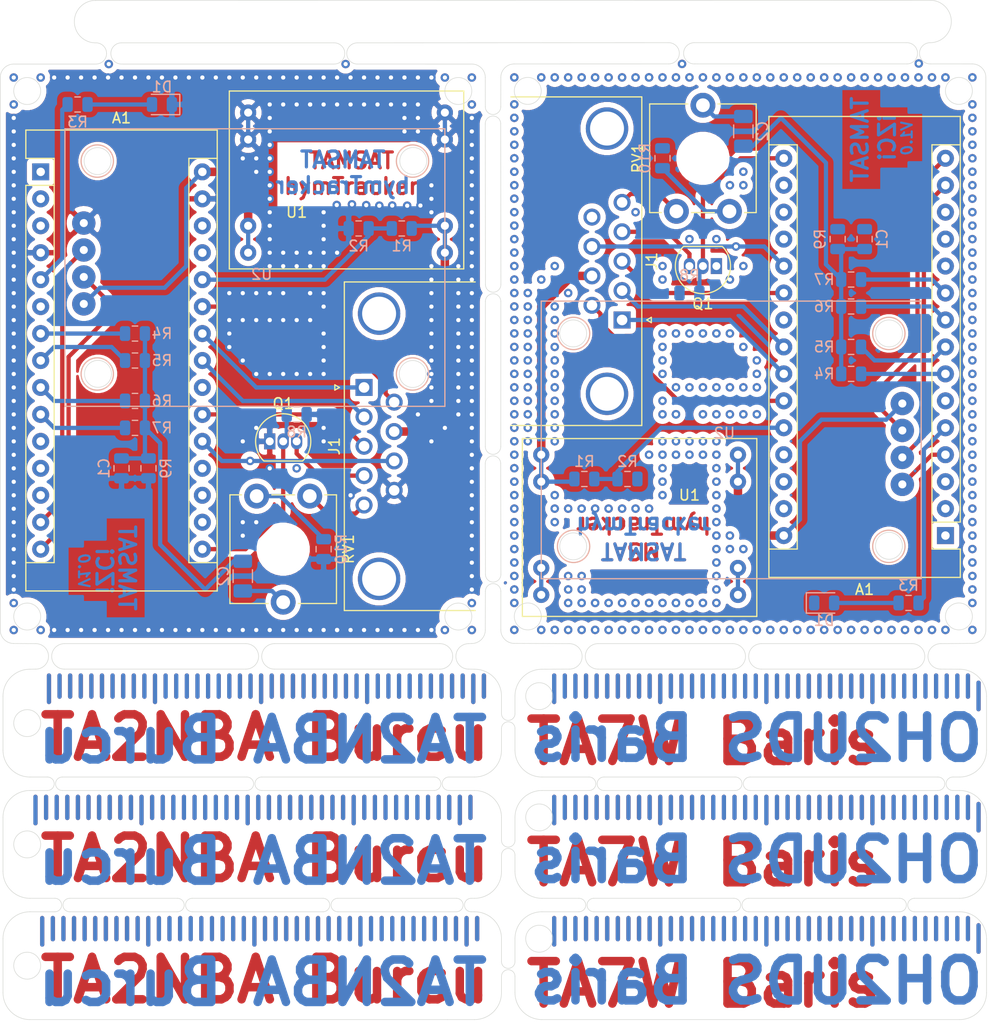
<source format=kicad_pcb>
(kicad_pcb (version 20171130) (host pcbnew 5.1.5-52549c5~84~ubuntu19.10.1)
  (layers (0 F.Cu signal) (31 B.Cu signal) (34 B.Paste user) (35 F.Paste user) (36 B.SilkS user) (37 F.SilkS user) (38 B.Mask user) (39 F.Mask user) (44 Edge.Cuts user))
  (net 0 "")
  (net 1 "Net-(A1-Pad16)")
  (net 2 /GPS_RXD)
  (net 3 /VCC)
  (net 4 /GPS_TXD)
  (net 5 GND)
  (net 6 "Net-(A1-Pad13)")
  (net 7 "Net-(A1-Pad28)")
  (net 8 "Net-(A1-Pad12)")
  (net 9 "Net-(A1-Pad27)")
  (net 10 "Net-(A1-Pad11)")
  (net 11 "Net-(A1-Pad26)")
  (net 12 "Net-(A1-Pad10)")
  (net 13 "Net-(A1-Pad9)")
  (net 14 /I2C_SCL)
  (net 15 "Net-(A1-Pad8)")
  (net 16 /I2C_SDA)
  (net 17 "Net-(A1-Pad7)")
  (net 18 "Net-(A1-Pad22)")
  (net 19 /DIGITAL_GIRIS)
  (net 20 /ANALOG_SENSOR2)
  (net 21 "Net-(A1-Pad5)")
  (net 22 /ANALOG_SENSOR1)
  (net 23 "Net-(A1-Pad19)")
  (net 24 "Net-(A1-Pad3)")
  (net 25 "Net-(A1-Pad18)")
  (net 26 "Net-(A1-Pad2)")
  (net 27 "Net-(A1-Pad17)")
  (net 28 "Net-(A1-Pad1)")
  (net 29 "Net-(C1-Pad1)")
  (net 30 "Net-(C2-Pad2)")
  (net 31 "Net-(D1-Pad2)")
  (net 32 /Vbatarya)
  (net 33 /PTT)
  (net 34 /MIKROFON)
  (net 35 "Net-(R10-Pad2)")
  (net 36 "Net-(A1-Pad6)")
  (module Connector_Dsub:DSUB-9_Female_Horizontal_P2.77x2.84mm_EdgePinOffset7.70mm_Housed_MountingHolesOffset9.12mm (layer F.Cu) (at 87.566 72.494 270)
    (fp_text reference J1 (at -5.54 -2.8 90) (layer F.SilkS))
    (fp_text value DB9_Female hide)
    (pad 0 thru_hole circle (at 6.96 1.42 270) (size 4 4) (drill 3.2) (layers *.Cu *.Mask))
    (pad 0 thru_hole circle (at -18.04 1.42 270) (size 4 4) (drill 3.2) (layers *.Cu *.Mask))
    (pad 9 thru_hole circle (at -9.695 2.84 270) (size 1.6 1.6) (drill 1) (layers *.Cu *.Mask))
    (pad 8 thru_hole circle (at -6.925 2.84 270) (size 1.6 1.6) (drill 1) (layers *.Cu *.Mask))
    (pad 7 thru_hole circle (at -4.155 2.84 270) (size 1.6 1.6) (drill 1) (layers *.Cu *.Mask))
    (pad 6 thru_hole circle (at -1.385 2.84 270) (size 1.6 1.6) (drill 1) (layers *.Cu *.Mask))
    (pad 5 thru_hole circle (at -11.08 0 270) (size 1.6 1.6) (drill 1) (layers *.Cu *.Mask))
    (pad 4 thru_hole circle (at -8.31 0 270) (size 1.6 1.6) (drill 1) (layers *.Cu *.Mask))
    (pad 3 thru_hole circle (at -5.54 0 270) (size 1.6 1.6) (drill 1) (layers *.Cu *.Mask))
    (pad 2 thru_hole circle (at -2.77 0 270) (size 1.6 1.6) (drill 1) (layers *.Cu *.Mask))
    (pad 1 thru_hole rect (at 0 0 270) (size 1.6 1.6) (drill 1) (layers *.Cu *.Mask))
  )
  (module Resistor_SMD:R_0805_2012Metric (layer B.Cu) (at 109.156 71.224)
    (fp_text reference R6 (at -2.54 0) (layer B.SilkS) (effects (justify mirror)))
    (fp_text value 2K2 hide)
    (pad 2 smd roundrect (at 0.9375 0) (size 0.975 1.4) (layers B.Cu B.Paste B.Mask))
    (pad 1 smd roundrect (at -0.9375 0) (size 0.975 1.4) (layers B.Cu B.Paste B.Mask))
  )
  (module Capacitor_SMD:C_1206_3216Metric (layer B.Cu) (at 98.996 54.714 90)
    (fp_text reference C2 (at 0 1.82 90) (layer B.SilkS) (effects (justify mirror)))
    (fp_text value 4u7 hide)
    (pad 2 smd roundrect (at 1.4 0 90) (size 1.25 1.75) (layers B.Cu B.Paste B.Mask) (roundrect_rratio 0.2))
    (pad 1 smd roundrect (at -1.4 0 90) (size 1.25 1.75) (layers B.Cu B.Paste B.Mask) (roundrect_rratio 0.2))
  )
  (module Capacitor_SMD:C_0805_2012Metric (layer B.Cu) (at 110.426 64.874 90)
    (fp_text reference C1 (at 0 1.65 90) (layer B.SilkS) (effects (justify mirror)))
    (fp_text value 100n hide)
    (pad 2 smd roundrect (at 0.9375 0 90) (size 0.975 1.4) (layers B.Cu B.Paste B.Mask))
    (pad 1 smd roundrect (at -0.9375 0 90) (size 0.975 1.4) (layers B.Cu B.Paste B.Mask))
  )
  (module Potentiometer_THT:Potentiometer_ACP_CA9-V10_Vertical_Hole (layer F.Cu) (at 97.686 62.254 90)
    (fp_text reference RV1 (at 5 -8.65 90) (layer F.SilkS))
    (fp_text value 100K)
    (pad "" np_thru_hole circle (at 5 -2.5 90) (size 4 4) (drill 4) (layers *.Cu *.Mask))
    (pad 1 thru_hole circle (at 0 0 90) (size 2.34 2.34) (drill 1.3) (layers *.Cu *.Mask))
    (pad 2 thru_hole circle (at 10 -2.5 90) (size 2.34 2.34) (drill 1.3) (layers *.Cu *.Mask))
    (pad 3 thru_hole circle (at 0 -5 90) (size 2.34 2.34) (drill 1.3) (layers *.Cu *.Mask))
  )
  (module Resistor_SMD:R_0805_2012Metric (layer B.Cu) (at 88.074 87.48 180)
    (fp_text reference R2 (at 0 1.65) (layer B.SilkS) (effects (justify mirror)))
    (fp_text value 10K hide)
    (pad 2 smd roundrect (at 0.9375 0 180) (size 0.975 1.4) (layers B.Cu B.Paste B.Mask))
    (pad 1 smd roundrect (at -0.9375 0 180) (size 0.975 1.4) (layers B.Cu B.Paste B.Mask))
  )
  (module Resistor_SMD:R_0805_2012Metric (layer B.Cu) (at 114.5685 99.164 180)
    (fp_text reference R3 (at 0 1.65) (layer B.SilkS) (effects (justify mirror)))
    (fp_text value 220 hide)
    (pad 2 smd roundrect (at 0.9375 0 180) (size 0.975 1.4) (layers B.Cu B.Paste B.Mask))
    (pad 1 smd roundrect (at -0.9375 0 180) (size 0.975 1.4) (layers B.Cu B.Paste B.Mask))
  )
  (module Resistor_SMD:R_0805_2012Metric (layer B.Cu) (at 109.156 77.574)
    (fp_text reference R4 (at -2.54 0) (layer B.SilkS) (effects (justify mirror)))
    (fp_text value 8K8 hide)
    (pad 2 smd roundrect (at 0.9375 0) (size 0.975 1.4) (layers B.Cu B.Paste B.Mask))
    (pad 1 smd roundrect (at -0.9375 0) (size 0.975 1.4) (layers B.Cu B.Paste B.Mask))
  )
  (module LED_SMD:LED_0805_2012Metric (layer B.Cu) (at 106.616 99.164)
    (fp_text reference D1 (at 0 1.65) (layer B.SilkS) (effects (justify mirror)))
    (fp_text value LED)
    (pad 2 smd roundrect (at 0.9375 0) (size 0.975 1.4) (layers B.Cu B.Paste B.Mask))
    (pad 1 smd roundrect (at -0.9375 0) (size 0.975 1.4) (layers B.Cu B.Paste B.Mask))
  )
  (module Resistor_SMD:R_0805_2012Metric (layer B.Cu) (at 109.156 75.034)
    (fp_text reference R5 (at -2.54 0) (layer B.SilkS) (effects (justify mirror)))
    (fp_text value 3K3 hide)
    (pad 2 smd roundrect (at 0.9375 0) (size 0.975 1.4) (layers B.Cu B.Paste B.Mask))
    (pad 1 smd roundrect (at -0.9375 0) (size 0.975 1.4) (layers B.Cu B.Paste B.Mask))
  )
  (module Package_TO_SOT_THT:TO-92_Inline (layer F.Cu) (at 96.456 67.414 180)
    (fp_text reference Q1 (at 1.27 -3.56) (layer F.SilkS))
    (fp_text value 2N7000 hide)
    (pad 1 thru_hole rect (at 0 0 180) (size 1.05 1.5) (drill 0.75) (layers *.Cu *.Mask))
    (pad 3 thru_hole oval (at 2.54 0 180) (size 1.05 1.5) (drill 0.75) (layers *.Cu *.Mask))
    (pad 2 thru_hole oval (at 1.27 0 180) (size 1.05 1.5) (drill 0.75) (layers *.Cu *.Mask))
  )
  (module Resistor_SMD:R_0805_2012Metric (layer B.Cu) (at 84.01 87.48 180)
    (fp_text reference R1 (at 0 1.65) (layer B.SilkS) (effects (justify mirror)))
    (fp_text value 100K hide)
    (pad 2 smd roundrect (at 0.9375 0 180) (size 0.975 1.4) (layers B.Cu B.Paste B.Mask))
    (pad 1 smd roundrect (at -0.9375 0 180) (size 0.975 1.4) (layers B.Cu B.Paste B.Mask))
  )
  (module Module:Arduino_Nano (layer F.Cu) (at 118.046 92.814 180)
    (fp_text reference A1 (at 7.62 -5.08) (layer F.SilkS))
    (fp_text value Arduino_Nano)
    (pad 16 thru_hole oval (at 15.24 35.56 180) (size 1.6 1.6) (drill 0.8) (layers *.Cu *.Mask))
    (pad 15 thru_hole oval (at 0 35.56 180) (size 1.6 1.6) (drill 0.8) (layers *.Cu *.Mask))
    (pad 30 thru_hole oval (at 15.24 0 180) (size 1.6 1.6) (drill 0.8) (layers *.Cu *.Mask))
    (pad 14 thru_hole oval (at 0 33.02 180) (size 1.6 1.6) (drill 0.8) (layers *.Cu *.Mask))
    (pad 29 thru_hole oval (at 15.24 2.54 180) (size 1.6 1.6) (drill 0.8) (layers *.Cu *.Mask))
    (pad 13 thru_hole oval (at 0 30.48 180) (size 1.6 1.6) (drill 0.8) (layers *.Cu *.Mask))
    (pad 28 thru_hole oval (at 15.24 5.08 180) (size 1.6 1.6) (drill 0.8) (layers *.Cu *.Mask))
    (pad 12 thru_hole oval (at 0 27.94 180) (size 1.6 1.6) (drill 0.8) (layers *.Cu *.Mask))
    (pad 27 thru_hole oval (at 15.24 7.62 180) (size 1.6 1.6) (drill 0.8) (layers *.Cu *.Mask))
    (pad 11 thru_hole oval (at 0 25.4 180) (size 1.6 1.6) (drill 0.8) (layers *.Cu *.Mask))
    (pad 26 thru_hole oval (at 15.24 10.16 180) (size 1.6 1.6) (drill 0.8) (layers *.Cu *.Mask))
    (pad 10 thru_hole oval (at 0 22.86 180) (size 1.6 1.6) (drill 0.8) (layers *.Cu *.Mask))
    (pad 25 thru_hole oval (at 15.24 12.7 180) (size 1.6 1.6) (drill 0.8) (layers *.Cu *.Mask))
    (pad 9 thru_hole oval (at 0 20.32 180) (size 1.6 1.6) (drill 0.8) (layers *.Cu *.Mask))
    (pad 24 thru_hole oval (at 15.24 15.24 180) (size 1.6 1.6) (drill 0.8) (layers *.Cu *.Mask))
    (pad 8 thru_hole oval (at 0 17.78 180) (size 1.6 1.6) (drill 0.8) (layers *.Cu *.Mask))
    (pad 23 thru_hole oval (at 15.24 17.78 180) (size 1.6 1.6) (drill 0.8) (layers *.Cu *.Mask))
    (pad 7 thru_hole oval (at 0 15.24 180) (size 1.6 1.6) (drill 0.8) (layers *.Cu *.Mask))
    (pad 22 thru_hole oval (at 15.24 20.32 180) (size 1.6 1.6) (drill 0.8) (layers *.Cu *.Mask))
    (pad 6 thru_hole oval (at 0 12.7 180) (size 1.6 1.6) (drill 0.8) (layers *.Cu *.Mask))
    (pad 21 thru_hole oval (at 15.24 22.86 180) (size 1.6 1.6) (drill 0.8) (layers *.Cu *.Mask))
    (pad 5 thru_hole oval (at 0 10.16 180) (size 1.6 1.6) (drill 0.8) (layers *.Cu *.Mask))
    (pad 20 thru_hole oval (at 15.24 25.4 180) (size 1.6 1.6) (drill 0.8) (layers *.Cu *.Mask))
    (pad 4 thru_hole oval (at 0 7.62 180) (size 1.6 1.6) (drill 0.8) (layers *.Cu *.Mask))
    (pad 19 thru_hole oval (at 15.24 27.94 180) (size 1.6 1.6) (drill 0.8) (layers *.Cu *.Mask))
    (pad 3 thru_hole oval (at 0 5.08 180) (size 1.6 1.6) (drill 0.8) (layers *.Cu *.Mask))
    (pad 18 thru_hole oval (at 15.24 30.48 180) (size 1.6 1.6) (drill 0.8) (layers *.Cu *.Mask))
    (pad 2 thru_hole oval (at 0 2.54 180) (size 1.6 1.6) (drill 0.8) (layers *.Cu *.Mask))
    (pad 17 thru_hole oval (at 15.24 33.02 180) (size 1.6 1.6) (drill 0.8) (layers *.Cu *.Mask))
    (pad 1 thru_hole rect (at 0 0 180) (size 1.6 1.6) (drill 0.8) (layers *.Cu *.Mask))
  )
  (module hymTracker:Neo6 (layer B.Cu) (at 97.726 82.654 180)
    (fp_text reference U2 (at 0.508 -0.5) (layer B.SilkS) (effects (justify mirror)))
    (fp_text value GY-NEO6MV2)
    (pad 4 thru_hole circle (at -16.256 -5.334 180) (size 2.2 2.2) (drill 0.762) (layers *.Cu *.Mask))
    (pad 3 thru_hole circle (at -16.256 -2.794 180) (size 2.2 2.2) (drill 0.762) (layers *.Cu *.Mask))
    (pad 2 thru_hole circle (at -16.256 -0.254 180) (size 2.2 2.2) (drill 0.762) (layers *.Cu *.Mask))
    (pad 1 thru_hole circle (at -16.256 2.286 180) (size 2.2 2.2) (drill 0.762) (layers *.Cu *.Mask))
  )
  (module Resistor_SMD:R_0805_2012Metric (layer B.Cu) (at 107.886 64.874 270)
    (fp_text reference R9 (at 0 1.65 90) (layer B.SilkS) (effects (justify mirror)))
    (fp_text value 270 hide)
    (pad 2 smd roundrect (at 0.9375 0 270) (size 0.975 1.4) (layers B.Cu B.Paste B.Mask))
    (pad 1 smd roundrect (at -0.9375 0 270) (size 0.975 1.4) (layers B.Cu B.Paste B.Mask))
  )
  (module hymTracker:MP1854EN_board (layer F.Cu) (at 87.566 90.274)
    (fp_text reference U1 (at 6.35 -1.27) (layer F.SilkS))
    (fp_text value MP1584_DCDC)
    (pad 5 thru_hole circle (at 10.922 8.128) (size 1.524 1.524) (drill 0.762) (layers *.Cu *.Mask))
    (pad 6 thru_hole circle (at 10.922 5.588) (size 1.524 1.524) (drill 0.762) (layers *.Cu *.Mask))
    (pad 7 thru_hole circle (at 10.922 -2.54) (size 1.524 1.524) (drill 0.762) (layers *.Cu *.Mask))
    (pad 8 thru_hole circle (at 10.922 -5.08) (size 1.524 1.524) (drill 0.762) (layers *.Cu *.Mask))
    (pad 4 thru_hole circle (at -7.62 8.128) (size 1.524 1.524) (drill 0.762) (layers *.Cu *.Mask))
    (pad 3 thru_hole circle (at -7.62 5.588) (size 1.524 1.524) (drill 0.762) (layers *.Cu *.Mask))
    (pad 2 thru_hole circle (at -7.62 -2.54) (size 1.524 1.524) (drill 0.762) (layers *.Cu *.Mask))
    (pad 1 thru_hole circle (at -7.62 -5.08) (size 1.524 1.524) (drill 0.762) (layers *.Cu *.Mask))
  )
  (module Resistor_SMD:R_0805_2012Metric (layer B.Cu) (at 91.376 57.254 270)
    (fp_text reference R10 (at 0 1.65 90) (layer B.SilkS) (effects (justify mirror)))
    (fp_text value 100K hide)
    (pad 2 smd roundrect (at 0.9375 0 270) (size 0.975 1.4) (layers B.Cu B.Paste B.Mask))
    (pad 1 smd roundrect (at -0.9375 0 270) (size 0.975 1.4) (layers B.Cu B.Paste B.Mask))
  )
  (module Resistor_SMD:R_0805_2012Metric (layer B.Cu) (at 93.916 69.954 180)
    (fp_text reference R8 (at 0 1.65) (layer B.SilkS) (effects (justify mirror)))
    (fp_text value 10K)
    (pad 2 smd roundrect (at 0.9375 0 180) (size 0.975 1.4) (layers B.Cu B.Paste B.Mask))
    (pad 1 smd roundrect (at -0.9375 0 180) (size 0.975 1.4) (layers B.Cu B.Paste B.Mask))
  )
  (module Resistor_SMD:R_0805_2012Metric (layer B.Cu) (at 109.156 68.684)
    (fp_text reference R7 (at -2.54 0) (layer B.SilkS) (effects (justify mirror)))
    (fp_text value 1K hide)
    (pad 2 smd roundrect (at 0.9375 0) (size 0.975 1.4) (layers B.Cu B.Paste B.Mask))
    (pad 1 smd roundrect (at -0.9375 0) (size 0.975 1.4) (layers B.Cu B.Paste B.Mask))
  )
  (module Connector_Dsub:DSUB-9_Female_Horizontal_P2.77x2.84mm_EdgePinOffset7.70mm_Housed_MountingHolesOffset9.12mm (layer F.Cu) (at 63.242 78.855 90)
    (fp_text reference J1 (at -5.54 -2.8 90) (layer F.SilkS))
    (fp_text value DB9_Female hide)
    (pad 1 thru_hole rect (at 0 0 90) (size 1.6 1.6) (drill 1) (layers *.Cu *.Mask) (net 14 /I2C_SCL))
    (pad 2 thru_hole circle (at -2.77 0 90) (size 1.6 1.6) (drill 1) (layers *.Cu *.Mask) (net 16 /I2C_SDA))
    (pad 3 thru_hole circle (at -5.54 0 90) (size 1.6 1.6) (drill 1) (layers *.Cu *.Mask) (net 20 /ANALOG_SENSOR2))
    (pad 4 thru_hole circle (at -8.31 0 90) (size 1.6 1.6) (drill 1) (layers *.Cu *.Mask) (net 33 /PTT))
    (pad 5 thru_hole circle (at -11.08 0 90) (size 1.6 1.6) (drill 1) (layers *.Cu *.Mask) (net 34 /MIKROFON))
    (pad 6 thru_hole circle (at -1.385 2.84 90) (size 1.6 1.6) (drill 1) (layers *.Cu *.Mask) (net 19 /DIGITAL_GIRIS))
    (pad 7 thru_hole circle (at -4.155 2.84 90) (size 1.6 1.6) (drill 1) (layers *.Cu *.Mask) (net 32 /Vbatarya))
    (pad 8 thru_hole circle (at -6.925 2.84 90) (size 1.6 1.6) (drill 1) (layers *.Cu *.Mask) (net 22 /ANALOG_SENSOR1))
    (pad 9 thru_hole circle (at -9.695 2.84 90) (size 1.6 1.6) (drill 1) (layers *.Cu *.Mask) (net 5 GND))
    (pad 0 thru_hole circle (at -18.04 1.42 90) (size 4 4) (drill 3.2) (layers *.Cu *.Mask))
    (pad 0 thru_hole circle (at 6.96 1.42 90) (size 4 4) (drill 3.2) (layers *.Cu *.Mask))
  )
  (module Resistor_SMD:R_0805_2012Metric (layer B.Cu) (at 41.652 82.665 180)
    (fp_text reference R7 (at -2.54 0) (layer B.SilkS) (effects (justify mirror)))
    (fp_text value 1K hide)
    (pad 1 smd roundrect (at -0.9375 0 180) (size 0.975 1.4) (layers B.Cu B.Paste B.Mask) (net 29 "Net-(C1-Pad1)"))
    (pad 2 smd roundrect (at 0.9375 0 180) (size 0.975 1.4) (layers B.Cu B.Paste B.Mask) (net 12 "Net-(A1-Pad10)"))
  )
  (module Resistor_SMD:R_0805_2012Metric (layer B.Cu) (at 56.892 81.395)
    (fp_text reference R8 (at 0 1.65) (layer B.SilkS) (effects (justify mirror)))
    (fp_text value 10K)
    (pad 1 smd roundrect (at -0.9375 0) (size 0.975 1.4) (layers B.Cu B.Paste B.Mask) (net 1 "Net-(A1-Pad16)"))
    (pad 2 smd roundrect (at 0.9375 0) (size 0.975 1.4) (layers B.Cu B.Paste B.Mask) (net 5 GND))
  )
  (module Resistor_SMD:R_0805_2012Metric (layer B.Cu) (at 59.432 94.095 90)
    (fp_text reference R10 (at 0 1.65 90) (layer B.SilkS) (effects (justify mirror)))
    (fp_text value 100K hide)
    (pad 1 smd roundrect (at -0.9375 0 90) (size 0.975 1.4) (layers B.Cu B.Paste B.Mask) (net 5 GND))
    (pad 2 smd roundrect (at 0.9375 0 90) (size 0.975 1.4) (layers B.Cu B.Paste B.Mask) (net 35 "Net-(R10-Pad2)"))
  )
  (module hymTracker:MP1854EN_board (layer F.Cu) (at 63.242 61.075 180)
    (fp_text reference U1 (at 6.35 -1.27) (layer F.SilkS))
    (fp_text value MP1584_DCDC)
    (pad 1 thru_hole circle (at -7.62 -5.08 180) (size 1.524 1.524) (drill 0.762) (layers *.Cu *.Mask) (net 32 /Vbatarya))
    (pad 2 thru_hole circle (at -7.62 -2.54 180) (size 1.524 1.524) (drill 0.762) (layers *.Cu *.Mask) (net 32 /Vbatarya))
    (pad 3 thru_hole circle (at -7.62 5.588 180) (size 1.524 1.524) (drill 0.762) (layers *.Cu *.Mask) (net 5 GND))
    (pad 4 thru_hole circle (at -7.62 8.128 180) (size 1.524 1.524) (drill 0.762) (layers *.Cu *.Mask) (net 5 GND))
    (pad 8 thru_hole circle (at 10.922 -5.08 180) (size 1.524 1.524) (drill 0.762) (layers *.Cu *.Mask) (net 3 /VCC))
    (pad 7 thru_hole circle (at 10.922 -2.54 180) (size 1.524 1.524) (drill 0.762) (layers *.Cu *.Mask) (net 3 /VCC))
    (pad 6 thru_hole circle (at 10.922 5.588 180) (size 1.524 1.524) (drill 0.762) (layers *.Cu *.Mask) (net 5 GND))
    (pad 5 thru_hole circle (at 10.922 8.128 180) (size 1.524 1.524) (drill 0.762) (layers *.Cu *.Mask) (net 5 GND))
  )
  (module Resistor_SMD:R_0805_2012Metric (layer B.Cu) (at 42.922 86.475 90)
    (fp_text reference R9 (at 0 1.65 90) (layer B.SilkS) (effects (justify mirror)))
    (fp_text value 270 hide)
    (pad 1 smd roundrect (at -0.9375 0 90) (size 0.975 1.4) (layers B.Cu B.Paste B.Mask) (net 5 GND))
    (pad 2 smd roundrect (at 0.9375 0 90) (size 0.975 1.4) (layers B.Cu B.Paste B.Mask) (net 29 "Net-(C1-Pad1)"))
  )
  (module hymTracker:Neo6 (layer B.Cu) (at 53.082 68.695)
    (fp_text reference U2 (at 0.508 -0.5) (layer B.SilkS) (effects (justify mirror)))
    (fp_text value GY-NEO6MV2)
    (pad 1 thru_hole circle (at -16.256 2.286) (size 2.2 2.2) (drill 0.762) (layers *.Cu *.Mask) (net 3 /VCC))
    (pad 2 thru_hole circle (at -16.256 -0.254) (size 2.2 2.2) (drill 0.762) (layers *.Cu *.Mask) (net 2 /GPS_RXD))
    (pad 3 thru_hole circle (at -16.256 -2.794) (size 2.2 2.2) (drill 0.762) (layers *.Cu *.Mask) (net 4 /GPS_TXD))
    (pad 4 thru_hole circle (at -16.256 -5.334) (size 2.2 2.2) (drill 0.762) (layers *.Cu *.Mask) (net 5 GND))
  )
  (module Module:Arduino_Nano (layer F.Cu) (at 32.762 58.535)
    (fp_text reference A1 (at 7.62 -5.08) (layer F.SilkS))
    (fp_text value Arduino_Nano)
    (pad 1 thru_hole rect (at 0 0) (size 1.6 1.6) (drill 0.8) (layers *.Cu *.Mask) (net 28 "Net-(A1-Pad1)"))
    (pad 17 thru_hole oval (at 15.24 33.02) (size 1.6 1.6) (drill 0.8) (layers *.Cu *.Mask) (net 27 "Net-(A1-Pad17)"))
    (pad 2 thru_hole oval (at 0 2.54) (size 1.6 1.6) (drill 0.8) (layers *.Cu *.Mask) (net 26 "Net-(A1-Pad2)"))
    (pad 18 thru_hole oval (at 15.24 30.48) (size 1.6 1.6) (drill 0.8) (layers *.Cu *.Mask) (net 25 "Net-(A1-Pad18)"))
    (pad 3 thru_hole oval (at 0 5.08) (size 1.6 1.6) (drill 0.8) (layers *.Cu *.Mask) (net 24 "Net-(A1-Pad3)"))
    (pad 19 thru_hole oval (at 15.24 27.94) (size 1.6 1.6) (drill 0.8) (layers *.Cu *.Mask) (net 23 "Net-(A1-Pad19)"))
    (pad 4 thru_hole oval (at 0 7.62) (size 1.6 1.6) (drill 0.8) (layers *.Cu *.Mask) (net 5 GND))
    (pad 20 thru_hole oval (at 15.24 25.4) (size 1.6 1.6) (drill 0.8) (layers *.Cu *.Mask) (net 22 /ANALOG_SENSOR1))
    (pad 5 thru_hole oval (at 0 10.16) (size 1.6 1.6) (drill 0.8) (layers *.Cu *.Mask) (net 21 "Net-(A1-Pad5)"))
    (pad 21 thru_hole oval (at 15.24 22.86) (size 1.6 1.6) (drill 0.8) (layers *.Cu *.Mask) (net 20 /ANALOG_SENSOR2))
    (pad 6 thru_hole oval (at 0 12.7) (size 1.6 1.6) (drill 0.8) (layers *.Cu *.Mask) (net 36 "Net-(A1-Pad6)"))
    (pad 22 thru_hole oval (at 15.24 20.32) (size 1.6 1.6) (drill 0.8) (layers *.Cu *.Mask) (net 18 "Net-(A1-Pad22)"))
    (pad 7 thru_hole oval (at 0 15.24) (size 1.6 1.6) (drill 0.8) (layers *.Cu *.Mask) (net 17 "Net-(A1-Pad7)"))
    (pad 23 thru_hole oval (at 15.24 17.78) (size 1.6 1.6) (drill 0.8) (layers *.Cu *.Mask) (net 16 /I2C_SDA))
    (pad 8 thru_hole oval (at 0 17.78) (size 1.6 1.6) (drill 0.8) (layers *.Cu *.Mask) (net 15 "Net-(A1-Pad8)"))
    (pad 24 thru_hole oval (at 15.24 15.24) (size 1.6 1.6) (drill 0.8) (layers *.Cu *.Mask) (net 14 /I2C_SCL))
    (pad 9 thru_hole oval (at 0 20.32) (size 1.6 1.6) (drill 0.8) (layers *.Cu *.Mask) (net 13 "Net-(A1-Pad9)"))
    (pad 25 thru_hole oval (at 15.24 12.7) (size 1.6 1.6) (drill 0.8) (layers *.Cu *.Mask) (net 19 /DIGITAL_GIRIS))
    (pad 10 thru_hole oval (at 0 22.86) (size 1.6 1.6) (drill 0.8) (layers *.Cu *.Mask) (net 12 "Net-(A1-Pad10)"))
    (pad 26 thru_hole oval (at 15.24 10.16) (size 1.6 1.6) (drill 0.8) (layers *.Cu *.Mask) (net 11 "Net-(A1-Pad26)"))
    (pad 11 thru_hole oval (at 0 25.4) (size 1.6 1.6) (drill 0.8) (layers *.Cu *.Mask) (net 10 "Net-(A1-Pad11)"))
    (pad 27 thru_hole oval (at 15.24 7.62) (size 1.6 1.6) (drill 0.8) (layers *.Cu *.Mask) (net 9 "Net-(A1-Pad27)"))
    (pad 12 thru_hole oval (at 0 27.94) (size 1.6 1.6) (drill 0.8) (layers *.Cu *.Mask) (net 8 "Net-(A1-Pad12)"))
    (pad 28 thru_hole oval (at 15.24 5.08) (size 1.6 1.6) (drill 0.8) (layers *.Cu *.Mask) (net 7 "Net-(A1-Pad28)"))
    (pad 13 thru_hole oval (at 0 30.48) (size 1.6 1.6) (drill 0.8) (layers *.Cu *.Mask) (net 6 "Net-(A1-Pad13)"))
    (pad 29 thru_hole oval (at 15.24 2.54) (size 1.6 1.6) (drill 0.8) (layers *.Cu *.Mask) (net 5 GND))
    (pad 14 thru_hole oval (at 0 33.02) (size 1.6 1.6) (drill 0.8) (layers *.Cu *.Mask) (net 4 /GPS_TXD))
    (pad 30 thru_hole oval (at 15.24 0) (size 1.6 1.6) (drill 0.8) (layers *.Cu *.Mask) (net 3 /VCC))
    (pad 15 thru_hole oval (at 0 35.56) (size 1.6 1.6) (drill 0.8) (layers *.Cu *.Mask) (net 2 /GPS_RXD))
    (pad 16 thru_hole oval (at 15.24 35.56) (size 1.6 1.6) (drill 0.8) (layers *.Cu *.Mask) (net 1 "Net-(A1-Pad16)"))
  )
  (module Resistor_SMD:R_0805_2012Metric (layer B.Cu) (at 66.798 63.869)
    (fp_text reference R1 (at 0 1.65) (layer B.SilkS) (effects (justify mirror)))
    (fp_text value 100K hide)
    (pad 1 smd roundrect (at -0.9375 0) (size 0.975 1.4) (layers B.Cu B.Paste B.Mask) (net 11 "Net-(A1-Pad26)"))
    (pad 2 smd roundrect (at 0.9375 0) (size 0.975 1.4) (layers B.Cu B.Paste B.Mask) (net 32 /Vbatarya))
  )
  (module Package_TO_SOT_THT:TO-92_Inline (layer F.Cu) (at 54.352 83.935)
    (fp_text reference Q1 (at 1.27 -3.56) (layer F.SilkS))
    (fp_text value 2N7000 hide)
    (pad 2 thru_hole oval (at 1.27 0) (size 1.05 1.5) (drill 0.75) (layers *.Cu *.Mask) (net 1 "Net-(A1-Pad16)"))
    (pad 3 thru_hole oval (at 2.54 0) (size 1.05 1.5) (drill 0.75) (layers *.Cu *.Mask) (net 33 /PTT))
    (pad 1 thru_hole rect (at 0 0) (size 1.05 1.5) (drill 0.75) (layers *.Cu *.Mask) (net 5 GND))
  )
  (module Resistor_SMD:R_0805_2012Metric (layer B.Cu) (at 41.652 76.315 180)
    (fp_text reference R5 (at -2.54 0) (layer B.SilkS) (effects (justify mirror)))
    (fp_text value 3K3 hide)
    (pad 1 smd roundrect (at -0.9375 0 180) (size 0.975 1.4) (layers B.Cu B.Paste B.Mask) (net 29 "Net-(C1-Pad1)"))
    (pad 2 smd roundrect (at 0.9375 0 180) (size 0.975 1.4) (layers B.Cu B.Paste B.Mask) (net 15 "Net-(A1-Pad8)"))
  )
  (module LED_SMD:LED_0805_2012Metric (layer B.Cu) (at 44.192 52.185 180)
    (fp_text reference D1 (at 0 1.65) (layer B.SilkS) (effects (justify mirror)))
    (fp_text value LED)
    (pad 1 smd roundrect (at -0.9375 0 180) (size 0.975 1.4) (layers B.Cu B.Paste B.Mask) (net 5 GND))
    (pad 2 smd roundrect (at 0.9375 0 180) (size 0.975 1.4) (layers B.Cu B.Paste B.Mask) (net 31 "Net-(D1-Pad2)"))
  )
  (module Resistor_SMD:R_0805_2012Metric (layer B.Cu) (at 41.652 73.775 180)
    (fp_text reference R4 (at -2.54 0) (layer B.SilkS) (effects (justify mirror)))
    (fp_text value 8K8 hide)
    (pad 1 smd roundrect (at -0.9375 0 180) (size 0.975 1.4) (layers B.Cu B.Paste B.Mask) (net 29 "Net-(C1-Pad1)"))
    (pad 2 smd roundrect (at 0.9375 0 180) (size 0.975 1.4) (layers B.Cu B.Paste B.Mask) (net 17 "Net-(A1-Pad7)"))
  )
  (module Resistor_SMD:R_0805_2012Metric (layer B.Cu) (at 36.2395 52.185)
    (fp_text reference R3 (at 0 1.65) (layer B.SilkS) (effects (justify mirror)))
    (fp_text value 220 hide)
    (pad 1 smd roundrect (at -0.9375 0) (size 0.975 1.4) (layers B.Cu B.Paste B.Mask) (net 21 "Net-(A1-Pad5)"))
    (pad 2 smd roundrect (at 0.9375 0) (size 0.975 1.4) (layers B.Cu B.Paste B.Mask) (net 31 "Net-(D1-Pad2)"))
  )
  (module Resistor_SMD:R_0805_2012Metric (layer B.Cu) (at 62.734 63.869)
    (fp_text reference R2 (at 0 1.65) (layer B.SilkS) (effects (justify mirror)))
    (fp_text value 10K hide)
    (pad 1 smd roundrect (at -0.9375 0) (size 0.975 1.4) (layers B.Cu B.Paste B.Mask) (net 5 GND))
    (pad 2 smd roundrect (at 0.9375 0) (size 0.975 1.4) (layers B.Cu B.Paste B.Mask) (net 11 "Net-(A1-Pad26)"))
  )
  (module Potentiometer_THT:Potentiometer_ACP_CA9-V10_Vertical_Hole (layer F.Cu) (at 53.122 89.095 270)
    (fp_text reference RV1 (at 5 -8.65 90) (layer F.SilkS))
    (fp_text value 100K)
    (pad 3 thru_hole circle (at 0 -5 270) (size 2.34 2.34) (drill 1.3) (layers *.Cu *.Mask) (net 34 /MIKROFON))
    (pad 2 thru_hole circle (at 10 -2.5 270) (size 2.34 2.34) (drill 1.3) (layers *.Cu *.Mask) (net 30 "Net-(C2-Pad2)"))
    (pad 1 thru_hole circle (at 0 0 270) (size 2.34 2.34) (drill 1.3) (layers *.Cu *.Mask) (net 35 "Net-(R10-Pad2)"))
    (pad "" np_thru_hole circle (at 5 -2.5 270) (size 4 4) (drill 4) (layers *.Cu *.Mask))
  )
  (module Capacitor_SMD:C_0805_2012Metric (layer B.Cu) (at 40.382 86.475 270)
    (fp_text reference C1 (at 0 1.65 90) (layer B.SilkS) (effects (justify mirror)))
    (fp_text value 100n hide)
    (pad 1 smd roundrect (at -0.9375 0 270) (size 0.975 1.4) (layers B.Cu B.Paste B.Mask) (net 29 "Net-(C1-Pad1)"))
    (pad 2 smd roundrect (at 0.9375 0 270) (size 0.975 1.4) (layers B.Cu B.Paste B.Mask) (net 5 GND))
  )
  (module Capacitor_SMD:C_1206_3216Metric (layer B.Cu) (at 51.812 96.635 270)
    (fp_text reference C2 (at 0 1.82 90) (layer B.SilkS) (effects (justify mirror)))
    (fp_text value 4u7 hide)
    (pad 1 smd roundrect (at -1.4 0 270) (size 1.25 1.75) (layers B.Cu B.Paste B.Mask) (roundrect_rratio 0.2) (net 29 "Net-(C1-Pad1)"))
    (pad 2 smd roundrect (at 1.4 0 270) (size 1.25 1.75) (layers B.Cu B.Paste B.Mask) (roundrect_rratio 0.2) (net 30 "Net-(C2-Pad2)"))
  )
  (module Resistor_SMD:R_0805_2012Metric (layer B.Cu) (at 41.652 80.125 180)
    (fp_text reference R6 (at -2.54 0) (layer B.SilkS) (effects (justify mirror)))
    (fp_text value 2K2 hide)
    (pad 1 smd roundrect (at -0.9375 0 180) (size 0.975 1.4) (layers B.Cu B.Paste B.Mask) (net 29 "Net-(C1-Pad1)"))
    (pad 2 smd roundrect (at 0.9375 0 180) (size 0.975 1.4) (layers B.Cu B.Paste B.Mask) (net 13 "Net-(A1-Pad9)"))
  )
  (gr_line (start 32.3 105.4) (end 31.75 105.41) (layer Edge.Cuts) (width 0.05))
  (gr_line (start 30.222 102.985) (end 32.3 103) (layer Edge.Cuts) (width 0.05))
  (gr_line (start 35 105.4) (end 52.1 105.4) (layer Edge.Cuts) (width 0.05))
  (gr_line (start 52.1 103) (end 35 103) (layer Edge.Cuts) (width 0.05))
  (gr_line (start 70.4 105.4) (end 54.8 105.4) (layer Edge.Cuts) (width 0.05))
  (gr_line (start 70.4 103) (end 54.8 103) (layer Edge.Cuts) (width 0.05))
  (gr_line (start 73.66 105.41) (end 73.1 105.4) (layer Edge.Cuts) (width 0.05))
  (gr_line (start 73.1 103) (end 73.402 102.985) (layer Edge.Cuts) (width 0.05))
  (gr_line (start 82.6 103) (end 77.406 102.974) (layer Edge.Cuts) (width 0.05))
  (gr_line (start 82.6 105.4) (end 80.01 105.41) (layer Edge.Cuts) (width 0.05))
  (gr_line (start 85.3 105.4) (end 98 105.4) (layer Edge.Cuts) (width 0.05))
  (gr_line (start 98 103) (end 85.3 103) (layer Edge.Cuts) (width 0.05))
  (gr_line (start 100.7 103) (end 114.9 103) (layer Edge.Cuts) (width 0.05))
  (gr_line (start 114.9 105.4) (end 100.7 105.4) (layer Edge.Cuts) (width 0.05))
  (gr_line (start 119.38 105.41) (end 117.6 105.4) (layer Edge.Cuts) (width 0.05))
  (gr_line (start 120.586 102.974) (end 117.6 103) (layer Edge.Cuts) (width 0.05))
  (gr_arc (start 117.6 104.2) (end 117.6 103) (angle -180) (layer Edge.Cuts) (width 0.05))
  (gr_arc (start 114.9 104.2) (end 114.9 105.4) (angle -180) (layer Edge.Cuts) (width 0.05))
  (gr_arc (start 98 104.2) (end 98 105.4) (angle -180) (layer Edge.Cuts) (width 0.05))
  (gr_arc (start 100.7 104.2) (end 100.7 103) (angle -180) (layer Edge.Cuts) (width 0.05))
  (gr_arc (start 82.6 104.2) (end 82.6 105.4) (angle -180) (layer Edge.Cuts) (width 0.05))
  (gr_arc (start 85.3 104.2) (end 85.3 103) (angle -180) (layer Edge.Cuts) (width 0.05))
  (gr_arc (start 70.4 104.2) (end 70.4 105.4) (angle -180) (layer Edge.Cuts) (width 0.05))
  (gr_arc (start 73.1 104.2) (end 73.1 103) (angle -180) (layer Edge.Cuts) (width 0.05))
  (gr_arc (start 54.8 104.2) (end 54.8 103) (angle -180) (layer Edge.Cuts) (width 0.05))
  (gr_arc (start 52.1 104.2) (end 52.1 105.4) (angle -180) (layer Edge.Cuts) (width 0.05))
  (gr_arc (start 35 104.2) (end 35 103) (angle -180) (layer Edge.Cuts) (width 0.05))
  (gr_arc (start 32.3 104.2) (end 32.3 105.4) (angle -180) (layer Edge.Cuts) (width 0.05))
  (gr_line (start 71.9455 128.27) (end 60.7695 128.27) (layer Edge.Cuts) (width 0.05))
  (gr_line (start 73.66 128.27) (end 73.3425 128.27) (layer Edge.Cuts) (width 0.05))
  (gr_line (start 60.7695 127) (end 71.9455 127) (layer Edge.Cuts) (width 0.05))
  (gr_line (start 59.3725 128.27) (end 47.0535 128.27) (layer Edge.Cuts) (width 0.05))
  (gr_line (start 47.0535 127) (end 59.3725 127) (layer Edge.Cuts) (width 0.05))
  (gr_line (start 45.6565 127) (end 35.4965 127) (layer Edge.Cuts) (width 0.05))
  (gr_line (start 35.4965 128.27) (end 45.6565 128.27) (layer Edge.Cuts) (width 0.05))
  (gr_line (start 31.75 128.27) (end 34.0995 128.27) (layer Edge.Cuts) (width 0.05))
  (gr_line (start 31.75 127) (end 34.0995 127) (layer Edge.Cuts) (width 0.05))
  (gr_line (start 31.75 116.84) (end 33.401 116.84) (layer Edge.Cuts) (width 0.05))
  (gr_line (start 33.401 115.57) (end 31.75 115.57) (layer Edge.Cuts) (width 0.05))
  (gr_line (start 34.798 116.84) (end 52.197 116.84) (layer Edge.Cuts) (width 0.05))
  (gr_line (start 52.197 115.57) (end 34.798 115.57) (layer Edge.Cuts) (width 0.05))
  (gr_line (start 73.66 116.84) (end 71.247 116.84) (layer Edge.Cuts) (width 0.05))
  (gr_line (start 53.594 116.84) (end 69.85 116.84) (layer Edge.Cuts) (width 0.05))
  (gr_line (start 69.85 115.57) (end 53.594 115.57) (layer Edge.Cuts) (width 0.05))
  (gr_line (start 80.01 128.27) (end 83.5025 128.27) (layer Edge.Cuts) (width 0.05))
  (gr_line (start 83.5025 127) (end 80.01 127) (layer Edge.Cuts) (width 0.05))
  (gr_line (start 98.1075 128.27) (end 84.8995 128.27) (layer Edge.Cuts) (width 0.05))
  (gr_line (start 84.8995 127) (end 98.1075 127) (layer Edge.Cuts) (width 0.05))
  (gr_line (start 99.5045 128.27) (end 113.7285 128.27) (layer Edge.Cuts) (width 0.05))
  (gr_line (start 113.7285 127) (end 99.5045 127) (layer Edge.Cuts) (width 0.05))
  (gr_line (start 115.1255 128.27) (end 119.38 128.27) (layer Edge.Cuts) (width 0.05))
  (gr_line (start 119.38 127) (end 115.1255 127) (layer Edge.Cuts) (width 0.05))
  (gr_line (start 118.745 116.84) (end 119.38 116.84) (layer Edge.Cuts) (width 0.05))
  (gr_line (start 118.745 115.57) (end 119.38 115.57) (layer Edge.Cuts) (width 0.05))
  (gr_line (start 117.348 116.84) (end 99.6315 116.84) (layer Edge.Cuts) (width 0.05))
  (gr_line (start 99.6315 115.57) (end 117.348 115.57) (layer Edge.Cuts) (width 0.05))
  (gr_line (start 98.2345 116.84) (end 85.852 116.84) (layer Edge.Cuts) (width 0.05))
  (gr_line (start 85.852 115.57) (end 98.2345 115.57) (layer Edge.Cuts) (width 0.05))
  (gr_line (start 80.01 116.84) (end 84.455 116.84) (layer Edge.Cuts) (width 0.05))
  (gr_line (start 80.01 115.57) (end 84.455 115.57) (layer Edge.Cuts) (width 0.05))
  (gr_line (start 77.47 134.366) (end 77.47 135.89) (layer Edge.Cuts) (width 0.05))
  (gr_line (start 76.2 134.366) (end 76.2 135.89) (layer Edge.Cuts) (width 0.05))
  (gr_line (start 77.47 132.969) (end 77.47 130.81) (layer Edge.Cuts) (width 0.05))
  (gr_line (start 76.2 130.81) (end 76.2 132.969) (layer Edge.Cuts) (width 0.05))
  (gr_line (start 77.47 124.46) (end 77.47 122.936) (layer Edge.Cuts) (width 0.05))
  (gr_line (start 76.2 122.936) (end 76.2 124.46) (layer Edge.Cuts) (width 0.05))
  (gr_line (start 77.47 121.539) (end 77.47 119.38) (layer Edge.Cuts) (width 0.05))
  (gr_line (start 76.2 119.38) (end 76.2 121.539) (layer Edge.Cuts) (width 0.05))
  (gr_line (start 77.47 110.998) (end 77.47 113.03) (layer Edge.Cuts) (width 0.05))
  (gr_line (start 76.2 110.998) (end 76.2 113.03) (layer Edge.Cuts) (width 0.05))
  (gr_line (start 77.47 107.95) (end 77.47 109.601) (layer Edge.Cuts) (width 0.05))
  (gr_line (start 76.2 107.95) (end 76.2 109.601) (layer Edge.Cuts) (width 0.05))
  (gr_arc (start 76.835 132.969) (end 76.2 132.969) (angle -180) (layer Edge.Cuts) (width 0.05))
  (gr_arc (start 76.835 134.366) (end 77.47 134.366) (angle -180) (layer Edge.Cuts) (width 0.05))
  (gr_arc (start 76.835 121.539) (end 76.2 121.539) (angle -180) (layer Edge.Cuts) (width 0.05))
  (gr_arc (start 76.835 122.936) (end 77.47 122.936) (angle -180) (layer Edge.Cuts) (width 0.05))
  (gr_arc (start 76.835 109.601) (end 76.2 109.601) (angle -180) (layer Edge.Cuts) (width 0.05))
  (gr_arc (start 76.835 110.998) (end 77.47 110.998) (angle -180) (layer Edge.Cuts) (width 0.05))
  (gr_arc (start 113.7285 127.635) (end 113.7285 128.27) (angle -180) (layer Edge.Cuts) (width 0.05))
  (gr_arc (start 115.1255 127.635) (end 115.1255 127) (angle -180) (layer Edge.Cuts) (width 0.05))
  (gr_arc (start 98.1075 127.635) (end 98.1075 128.27) (angle -180) (layer Edge.Cuts) (width 0.05))
  (gr_arc (start 99.5045 127.635) (end 99.5045 127) (angle -180) (layer Edge.Cuts) (width 0.05))
  (gr_arc (start 83.5025 127.635) (end 83.5025 128.27) (angle -180) (layer Edge.Cuts) (width 0.05))
  (gr_arc (start 84.8995 127.635) (end 84.8995 127) (angle -180) (layer Edge.Cuts) (width 0.05))
  (gr_arc (start 71.9455 127.635) (end 71.9455 128.27) (angle -180) (layer Edge.Cuts) (width 0.05))
  (gr_arc (start 73.3425 127.635) (end 73.3425 127) (angle -180) (layer Edge.Cuts) (width 0.05))
  (gr_arc (start 60.7695 127.635) (end 60.7695 127) (angle -180) (layer Edge.Cuts) (width 0.05))
  (gr_arc (start 59.3725 127.635) (end 59.3725 128.27) (angle -180) (layer Edge.Cuts) (width 0.05))
  (gr_arc (start 45.6565 127.635) (end 45.6565 128.27) (angle -180) (layer Edge.Cuts) (width 0.05))
  (gr_arc (start 47.0535 127.635) (end 47.0535 127) (angle -180) (layer Edge.Cuts) (width 0.05))
  (gr_arc (start 34.0995 127.635) (end 34.0995 128.27) (angle -180) (layer Edge.Cuts) (width 0.05))
  (gr_arc (start 35.4965 127.635) (end 35.4965 127) (angle -180) (layer Edge.Cuts) (width 0.05))
  (gr_arc (start 118.745 116.205) (end 118.745 115.57) (angle -180) (layer Edge.Cuts) (width 0.05))
  (gr_arc (start 117.348 116.205) (end 117.348 116.84) (angle -180) (layer Edge.Cuts) (width 0.05))
  (gr_arc (start 99.6315 116.205) (end 99.6315 115.57) (angle -180) (layer Edge.Cuts) (width 0.05))
  (gr_arc (start 98.2345 116.205) (end 98.2345 116.84) (angle -180) (layer Edge.Cuts) (width 0.05))
  (gr_arc (start 84.455 116.205) (end 84.455 116.84) (angle -180) (layer Edge.Cuts) (width 0.05))
  (gr_arc (start 85.852 116.205) (end 85.852 115.57) (angle -180) (layer Edge.Cuts) (width 0.05))
  (gr_arc (start 69.85 116.205) (end 69.85 116.84) (angle -180) (layer Edge.Cuts) (width 0.05))
  (gr_arc (start 71.247 116.205) (end 71.247 115.57) (angle -180) (layer Edge.Cuts) (width 0.05))
  (gr_arc (start 53.594 116.205) (end 53.594 115.57) (angle -180) (layer Edge.Cuts) (width 0.05))
  (gr_arc (start 52.197 116.205) (end 52.197 116.84) (angle -180) (layer Edge.Cuts) (width 0.05))
  (gr_arc (start 33.401 116.205) (end 33.401 116.84) (angle -180) (layer Edge.Cuts) (width 0.05))
  (gr_arc (start 34.798 116.205) (end 34.798 115.57) (angle -180) (layer Edge.Cuts) (width 0.05))
  (gr_circle (center 112.7252 73.7616) (end 112.7252 75.0316) (layer Edge.Cuts) (width 0.05))
  (gr_circle (center 82.9564 73.7616) (end 82.9564 75.0316) (layer Edge.Cuts) (width 0.05))
  (gr_circle (center 82.9564 93.8276) (end 82.9564 95.0976) (layer Edge.Cuts) (width 0.05))
  (gr_circle (center 112.7252 93.7768) (end 112.7252 95.0468) (layer Edge.Cuts) (width 0.05))
  (gr_circle (center 31.492 133.35) (end 31.492 134.62) (layer Edge.Cuts) (width 0.05))
  (gr_line (start 71.12 138.43) (end 31.75 138.43) (layer Edge.Cuts) (width 0.05))
  (gr_circle (center 79.752 130.81) (end 79.752 132.08) (layer Edge.Cuts) (width 0.05))
  (gr_arc (start 119.38 130.81) (end 121.92 130.81) (angle -90) (layer Edge.Cuts) (width 0.05))
  (gr_text "OH2UDS Baris" (at 100.22 134.81) (layer B.Cu) (effects (font (size 4 4) (thickness 0.8)) (justify mirror)))
  (gr_text "TA7W Baris" (at 95.22 135.11) (layer F.Cu) (effects (font (size 4 4) (thickness 0.8))))
  (gr_arc (start 73.66 130.81) (end 76.2 130.81) (angle -90) (layer Edge.Cuts) (width 0.05))
  (gr_arc (start 119.38 135.89) (end 119.38 138.43) (angle -90) (layer Edge.Cuts) (width 0.05))
  (gr_line (start 29.21 135.89) (end 29.21 130.81) (layer Edge.Cuts) (width 0.05))
  (gr_line (start 121.92 130.81) (end 121.92 135.89) (layer Edge.Cuts) (width 0.05))
  (gr_arc (start 31.75 135.89) (end 29.21 135.89) (angle -90) (layer Edge.Cuts) (width 0.05))
  (gr_arc (start 80.01 130.81) (end 80.01 128.27) (angle -90) (layer Edge.Cuts) (width 0.05))
  (gr_arc (start 31.75 130.81) (end 31.75 128.27) (angle -90) (layer Edge.Cuts) (width 0.05))
  (gr_line (start 119.38 138.43) (end 80.01 138.43) (layer Edge.Cuts) (width 0.05))
  (gr_text "TA2NBA Burcu" (at 53.89 134.71) (layer F.Cu) (effects (font (size 4 4) (thickness 0.8))))
  (gr_text "TA2NBA Burcu" (at 53.69 134.96) (layer B.Cu) (effects (font (size 4 4) (thickness 0.8)) (justify mirror)))
  (gr_arc (start 80.01 135.89) (end 77.47 135.89) (angle -90) (layer Edge.Cuts) (width 0.05))
  (gr_arc (start 73.66 135.89) (end 73.66 138.43) (angle -90) (layer Edge.Cuts) (width 0.05))
  (gr_line (start 71.12 138.43) (end 73.66 138.43) (layer Edge.Cuts) (width 0.05))
  (gr_circle (center 79.752 119.38) (end 79.752 120.65) (layer Edge.Cuts) (width 0.05))
  (gr_arc (start 119.38 124.46) (end 119.38 127) (angle -90) (layer Edge.Cuts) (width 0.05))
  (gr_line (start 121.92 119.38) (end 121.92 124.46) (layer Edge.Cuts) (width 0.05))
  (gr_arc (start 80.01 124.46) (end 77.47 124.46) (angle -90) (layer Edge.Cuts) (width 0.05))
  (gr_arc (start 80.01 119.38) (end 80.01 116.84) (angle -90) (layer Edge.Cuts) (width 0.05))
  (gr_arc (start 119.38 119.38) (end 121.92 119.38) (angle -90) (layer Edge.Cuts) (width 0.05))
  (gr_text "OH2UDS Baris" (at 100.22 123.38) (layer B.Cu) (effects (font (size 4 4) (thickness 0.8)) (justify mirror)))
  (gr_text "TA7W Baris" (at 95.22 123.68) (layer F.Cu) (effects (font (size 4 4) (thickness 0.8))))
  (gr_circle (center 79.752 107.95) (end 79.752 109.22) (layer Edge.Cuts) (width 0.05))
  (gr_arc (start 119.38 107.95) (end 121.92 107.95) (angle -90) (layer Edge.Cuts) (width 0.05))
  (gr_arc (start 80.01 113.03) (end 77.47 113.03) (angle -90) (layer Edge.Cuts) (width 0.05))
  (gr_arc (start 80.01 107.95) (end 80.01 105.41) (angle -90) (layer Edge.Cuts) (width 0.05))
  (gr_line (start 121.92 107.95) (end 121.92 113.03) (layer Edge.Cuts) (width 0.05))
  (gr_arc (start 119.38 113.03) (end 119.38 115.57) (angle -90) (layer Edge.Cuts) (width 0.05))
  (gr_arc (start 73.66 124.46) (end 73.66 127) (angle -90) (layer Edge.Cuts) (width 0.05))
  (gr_line (start 29.21 124.46) (end 29.21 119.38) (layer Edge.Cuts) (width 0.05))
  (gr_line (start 73.3425 127) (end 73.66 127) (layer Edge.Cuts) (width 0.05))
  (gr_arc (start 31.75 119.38) (end 31.75 116.84) (angle -90) (layer Edge.Cuts) (width 0.05))
  (gr_arc (start 73.66 119.38) (end 76.2 119.38) (angle -90) (layer Edge.Cuts) (width 0.05))
  (gr_text "TA2NBA Burcu" (at 53.89 123.28) (layer F.Cu) (effects (font (size 4 4) (thickness 0.8))))
  (gr_arc (start 31.75 124.46) (end 29.21 124.46) (angle -90) (layer Edge.Cuts) (width 0.05))
  (gr_text "TA2NBA Burcu" (at 53.69 123.53) (layer B.Cu) (effects (font (size 4 4) (thickness 0.8)) (justify mirror)))
  (gr_circle (center 31.492 121.92) (end 31.492 123.19) (layer Edge.Cuts) (width 0.05))
  (gr_circle (center 31.492 110.49) (end 31.492 111.76) (layer Edge.Cuts) (width 0.05))
  (gr_line (start 71.247 115.57) (end 73.66 115.57) (layer Edge.Cuts) (width 0.05))
  (gr_line (start 29.21 113.03) (end 29.21 107.95) (layer Edge.Cuts) (width 0.05))
  (gr_arc (start 73.66 107.95) (end 76.2 107.95) (angle -90) (layer Edge.Cuts) (width 0.05))
  (gr_arc (start 73.66 113.03) (end 73.66 115.57) (angle -90) (layer Edge.Cuts) (width 0.05))
  (gr_arc (start 31.75 113.03) (end 29.21 113.03) (angle -90) (layer Edge.Cuts) (width 0.05))
  (gr_arc (start 31.75 107.95) (end 31.75 105.41) (angle -90) (layer Edge.Cuts) (width 0.05))
  (gr_text "OH2UDS Baris" (at 100.22 111.95) (layer B.Cu) (effects (font (size 4 4) (thickness 0.8)) (justify mirror)))
  (gr_text "TA7W Baris" (at 95.22 112.25) (layer F.Cu) (effects (font (size 4 4) (thickness 0.8))))
  (gr_text "TA2NBA Burcu" (at 53.69 112.1) (layer B.Cu) (effects (font (size 4 4) (thickness 0.8)) (justify mirror)))
  (gr_text "TA2NBA Burcu" (at 53.89 111.85) (layer F.Cu) (effects (font (size 4 4) (thickness 0.8))))
  (gr_line (start 76.136 101.704) (end 76.1365 98.0694) (layer Edge.Cuts) (width 0.05))
  (gr_line (start 74.6825 98.069) (end 74.672 101.715) (layer Edge.Cuts) (width 0.05))
  (gr_line (start 76.1427 96.4696) (end 76.1238 86.0298) (layer Edge.Cuts) (width 0.05))
  (gr_line (start 74.6698 86.0294) (end 74.6887 96.4692) (layer Edge.Cuts) (width 0.05))
  (gr_line (start 76.13 84.43) (end 76.1365 70.7517) (layer Edge.Cuts) (width 0.05))
  (gr_line (start 74.6825 70.7513) (end 74.676 84.4296) (layer Edge.Cuts) (width 0.05))
  (gr_line (start 76.1427 69.1519) (end 76.1238 54.0004) (layer Edge.Cuts) (width 0.05))
  (gr_line (start 74.6698 54) (end 74.6887 69.1515) (layer Edge.Cuts) (width 0.05))
  (gr_arc (start 75.4095 98.069) (end 76.1365 98.0694) (angle -180.0315245) (layer Edge.Cuts) (width 0.05))
  (gr_arc (start 75.4157 96.4696) (end 74.6887 96.4692) (angle -180.0315245) (layer Edge.Cuts) (width 0.05))
  (gr_arc (start 75.3968 86.0294) (end 76.1238 86.0298) (angle -180.0315245) (layer Edge.Cuts) (width 0.05))
  (gr_arc (start 75.403 84.43) (end 74.676 84.4296) (angle -180.0315245) (layer Edge.Cuts) (width 0.05))
  (gr_arc (start 75.4095 70.7513) (end 76.1365 70.7517) (angle -180.0315245) (layer Edge.Cuts) (width 0.05))
  (gr_arc (start 75.4157 69.1519) (end 74.6887 69.1515) (angle -180.0315245) (layer Edge.Cuts) (width 0.05))
  (gr_arc (start 75.403 52.4006) (end 74.676 52.4002) (angle -180.0315245) (layer Edge.Cuts) (width 0.05))
  (gr_arc (start 75.3968 54) (end 76.1238 54.0004) (angle -180.0315245) (layer Edge.Cuts) (width 0.05))
  (gr_text V1.0 (at 114.4143 55.2958 90) (layer B.Cu) (effects (font (size 1 1) (thickness 0.2) italic) (justify mirror)))
  (gr_text iZCi (at 112.5601 55.2958 90) (layer B.Cu) (effects (font (size 1.5 1.5) (thickness 0.3)) (justify mirror)))
  (gr_text TAMSAT (at 109.9947 55.4863 90) (layer B.Cu) (effects (font (size 1.5 1.5) (thickness 0.3)) (justify mirror)))
  (gr_circle (center 67.8815 57.5056) (end 67.8815 58.7756) (layer Edge.Cuts) (width 0.05))
  (gr_circle (center 67.8307 77.5843) (end 67.8307 78.8543) (layer Edge.Cuts) (width 0.05))
  (gr_circle (center 38.1635 77.5716) (end 38.1635 78.8416) (layer Edge.Cuts) (width 0.05))
  (gr_circle (center 38.1254 57.5183) (end 38.1254 58.7883) (layer Edge.Cuts) (width 0.05))
  (gr_text iZCi (at 38.7477 96.139 270) (layer B.Cu) (effects (font (size 1.5 1.5) (thickness 0.3)) (justify mirror)))
  (gr_text V1.0 (at 36.83 96.1771 270) (layer B.Cu) (effects (font (size 1 1) (thickness 0.2) italic) (justify mirror)))
  (gr_text TAMSAT (at 40.894 95.8596 270) (layer B.Cu) (effects (font (size 1.5 1.5) (thickness 0.3)) (justify mirror)))
  (gr_line (start 37.936356 42.374972) (end 116.600156 42.362272) (layer Edge.Cuts) (width 0.05))
  (gr_arc (start 37.936356 44.374972) (end 37.936356 42.374972) (angle -180) (layer Edge.Cuts) (width 0.05))
  (gr_arc (start 116.600156 44.362272) (end 116.600156 46.362272) (angle -180) (layer Edge.Cuts) (width 0.05))
  (gr_line (start 91.924056 46.362272) (end 62.612456 46.374972) (layer Edge.Cuts) (width 0.05))
  (gr_line (start 91.9607 48.3616) (end 77.406 48.364) (layer Edge.Cuts) (width 0.05))
  (gr_line (start 114.4143 48.3616) (end 94.399075 48.360257) (layer Edge.Cuts) (width 0.05))
  (gr_line (start 94.362456 46.362272) (end 114.377656 46.362272) (layer Edge.Cuts) (width 0.05))
  (gr_arc (start 94.362456 47.3616) (end 94.362456 46.362272) (angle -182.1) (layer Edge.Cuts) (width 0.05))
  (gr_arc (start 114.4143 47.3616) (end 114.4143 48.3616) (angle -182.1) (layer Edge.Cuts) (width 0.05))
  (gr_arc (start 116.600156 47.3616) (end 116.600156 46.362272) (angle -182.1) (layer Edge.Cuts) (width 0.05))
  (gr_arc (start 91.9607 47.3616) (end 91.9607 48.3616) (angle -182.1) (layer Edge.Cuts) (width 0.05))
  (gr_line (start 40.374756 46.374972) (end 60.389956 46.374972) (layer Edge.Cuts) (width 0.05))
  (gr_arc (start 62.612456 47.3743) (end 62.612456 46.374972) (angle -182.1) (layer Edge.Cuts) (width 0.05))
  (gr_arc (start 60.4266 47.3743) (end 60.4266 48.3743) (angle -182.1) (layer Edge.Cuts) (width 0.05))
  (gr_arc (start 40.374756 47.3743) (end 40.374756 46.374972) (angle -182.1) (layer Edge.Cuts) (width 0.05))
  (gr_line (start 40.4114 48.3743) (end 60.4266 48.3743) (layer Edge.Cuts) (width 0.05))
  (gr_line (start 37.973 48.3743) (end 30.222 48.375) (layer Edge.Cuts) (width 0.05))
  (gr_arc (start 37.973 47.3743) (end 37.973 48.3743) (angle -182.1) (layer Edge.Cuts) (width 0.05))
  (gr_line (start 121.856 101.704) (end 121.856 49.634) (layer Edge.Cuts) (width 0.05))
  (gr_line (start 120.585975 48.362657) (end 116.636775 48.360257) (layer Edge.Cuts) (width 0.05))
  (gr_line (start 76.136 49.634) (end 76.13 52.4006) (layer Edge.Cuts) (width 0.05))
  (gr_arc (start 77.406 101.704) (end 76.136 101.704) (angle -90) (layer Edge.Cuts) (width 0.05))
  (gr_arc (start 120.586 101.704) (end 120.586 102.974) (angle -90) (layer Edge.Cuts) (width 0.05))
  (gr_arc (start 120.586 49.634) (end 121.856 49.634) (angle -90) (layer Edge.Cuts) (width 0.05))
  (gr_arc (start 77.406 49.634) (end 77.406 48.364) (angle -90) (layer Edge.Cuts) (width 0.05))
  (gr_circle (center 78.676 100.434) (end 78.676 99.164) (layer Edge.Cuts) (width 0.05))
  (gr_circle (center 119.316 100.434) (end 119.316 99.164) (layer Edge.Cuts) (width 0.05))
  (gr_circle (center 119.316 50.904) (end 119.316 49.634) (layer Edge.Cuts) (width 0.05))
  (gr_text "TAMSAT\nhymTracker" (at 89.598 93.068 180) (layer F.Cu) (effects (font (size 1.5 1.5) (thickness 0.3))))
  (gr_text "TAMSAT\nhymTracker" (at 89.598 93.068 180) (layer B.Cu) (effects (font (size 1.5 1.5) (thickness 0.3)) (justify mirror)))
  (gr_circle (center 78.676 50.904) (end 78.676 49.634) (layer Edge.Cuts) (width 0.05))
  (gr_circle (center 72.132 100.445) (end 72.132 101.715) (layer Edge.Cuts) (width 0.05))
  (gr_text "TAMSAT\nhymTracker" (at 61.2394 58.5978) (layer B.Cu) (effects (font (size 1.5 1.5) (thickness 0.3)) (justify mirror)))
  (gr_text "TAMSAT\nhymTracker" (at 62.0522 58.6867) (layer F.Cu) (effects (font (size 1.5 1.5) (thickness 0.3))))
  (gr_circle (center 31.492 100.445) (end 31.492 101.715) (layer Edge.Cuts) (width 0.05))
  (gr_circle (center 31.492 50.915) (end 31.492 52.185) (layer Edge.Cuts) (width 0.05))
  (gr_circle (center 72.132 50.915) (end 72.132 52.185) (layer Edge.Cuts) (width 0.05))
  (gr_arc (start 73.402 101.715) (end 73.402 102.985) (angle -90) (layer Edge.Cuts) (width 0.05))
  (gr_arc (start 30.222 101.715) (end 28.952 101.715) (angle -90) (layer Edge.Cuts) (width 0.05))
  (gr_arc (start 30.222 49.645) (end 30.222 48.375) (angle -90) (layer Edge.Cuts) (width 0.05))
  (gr_arc (start 73.402 49.645) (end 74.672 49.645) (angle -90) (layer Edge.Cuts) (width 0.05))
  (gr_line (start 74.676 52.4002) (end 74.672 49.645) (layer Edge.Cuts) (width 0.05))
  (gr_line (start 28.952 49.645) (end 28.952 101.715) (layer Edge.Cuts) (width 0.05))
  (gr_line (start 73.402 48.375) (end 62.649075 48.372957) (layer Edge.Cuts) (width 0.05))
  (via (at 56.892 86.475) (size 0.8) (drill 0.4) (layers F.Cu B.Cu) (net 0))
  (via (at 70.862 49.645) (size 0.8) (drill 0.4) (layers F.Cu B.Cu) (net 0))
  (via (at 32.762 49.645) (size 0.8) (drill 0.4) (layers F.Cu B.Cu) (net 0))
  (via (at 30.222 49.645) (size 0.8) (drill 0.4) (layers F.Cu B.Cu) (net 0))
  (via (at 30.222 52.185) (size 0.8) (drill 0.4) (layers F.Cu B.Cu) (net 0))
  (via (at 30.222 99.175) (size 0.8) (drill 0.4) (layers F.Cu B.Cu) (net 0))
  (via (at 30.222 101.715) (size 0.8) (drill 0.4) (layers F.Cu B.Cu) (net 0))
  (via (at 32.762 101.715) (size 0.8) (drill 0.4) (layers F.Cu B.Cu) (net 0))
  (via (at 73.402 49.645) (size 0.8) (drill 0.4) (layers F.Cu B.Cu) (net 0))
  (via (at 70.862 101.715) (size 0.8) (drill 0.4) (layers F.Cu B.Cu) (net 0))
  (via (at 73.402 101.715) (size 0.8) (drill 0.4) (layers F.Cu B.Cu) (net 0))
  (via (at 73.402 99.175) (size 0.8) (drill 0.4) (layers F.Cu B.Cu) (net 0))
  (via (at 73.402 52.185) (size 0.8) (drill 0.4) (layers F.Cu B.Cu) (net 0))
  (via (at 77.406 99.164) (size 0.8) (drill 0.4) (layers F.Cu B.Cu) (net 0))
  (via (at 77.406 52.174) (size 0.8) (drill 0.4) (layers F.Cu B.Cu) (net 0))
  (via (at 77.406 49.634) (size 0.8) (drill 0.4) (layers F.Cu B.Cu) (net 0))
  (via (at 79.946 49.634) (size 0.8) (drill 0.4) (layers F.Cu B.Cu) (net 0))
  (via (at 77.406 101.704) (size 0.8) (drill 0.4) (layers F.Cu B.Cu) (net 0))
  (via (at 118.046 49.634) (size 0.8) (drill 0.4) (layers F.Cu B.Cu) (net 0))
  (via (at 120.586 49.634) (size 0.8) (drill 0.4) (layers F.Cu B.Cu) (net 0))
  (via (at 120.586 52.174) (size 0.8) (drill 0.4) (layers F.Cu B.Cu) (net 0))
  (via (at 120.586 99.164) (size 0.8) (drill 0.4) (layers F.Cu B.Cu) (net 0))
  (via (at 120.586 101.704) (size 0.8) (drill 0.4) (layers F.Cu B.Cu) (net 0))
  (via (at 118.046 101.704) (size 0.8) (drill 0.4) (layers F.Cu B.Cu) (net 0))
  (via (at 79.946 101.704) (size 0.8) (drill 0.4) (layers F.Cu B.Cu) (net 0))
  (via (at 93.916 64.874) (size 0.8) (drill 0.4) (layers F.Cu B.Cu) (net 0))
  (segment (start 98.738002 57.254) (end 101.67463 57.254) (width 0.4) (layer F.Cu) (net 0))
  (segment (start 95.186 60.806002) (end 98.738002 57.254) (width 0.4) (layer F.Cu) (net 0))
  (segment (start 94.8535 69.954) (end 94.8535 67.7465) (width 0.4) (layer B.Cu) (net 0))
  (segment (start 101.67463 57.254) (end 102.806 57.254) (width 0.4) (layer F.Cu) (net 0))
  (segment (start 95.186 67.414) (end 95.186 60.806002) (width 0.4) (layer F.Cu) (net 0))
  (segment (start 94.8535 67.7465) (end 95.186 67.414) (width 0.4) (layer B.Cu) (net 0))
  (segment (start 111.95 80.876) (end 111.95 78.844) (width 0.4) (layer F.Cu) (net 0))
  (segment (start 115.41399 59.88601) (end 117.246001 58.053999) (width 0.4) (layer F.Cu) (net 0))
  (segment (start 117.246001 58.053999) (end 118.046 57.254) (width 0.4) (layer F.Cu) (net 0))
  (segment (start 111.95 78.844) (end 115.41399 75.38001) (width 0.4) (layer F.Cu) (net 0))
  (segment (start 115.41399 75.38001) (end 115.41399 59.88601) (width 0.4) (layer F.Cu) (net 0))
  (segment (start 113.982 82.908) (end 111.95 80.876) (width 0.4) (layer F.Cu) (net 0))
  (segment (start 106.362 81.892) (end 112.458 81.892) (width 0.4) (layer B.Cu) (net 0))
  (segment (start 112.458 81.892) (end 113.982 80.368) (width 0.4) (layer B.Cu) (net 0))
  (segment (start 104.33 83.924) (end 106.362 81.892) (width 0.4) (layer B.Cu) (net 0))
  (segment (start 102.806 92.814) (end 104.33 91.29) (width 0.4) (layer B.Cu) (net 0))
  (segment (start 104.33 91.29) (end 104.33 83.924) (width 0.4) (layer B.Cu) (net 0))
  (segment (start 98.488 87.734) (end 98.488 85.194) (width 0.4) (layer B.Cu) (net 0))
  (segment (start 102.806 92.814) (end 100.266 92.814) (width 0.8) (layer F.Cu) (net 0))
  (segment (start 98.488 91.036) (end 98.488 87.734) (width 0.8) (layer F.Cu) (net 0))
  (segment (start 100.266 92.814) (end 98.488 91.036) (width 0.8) (layer F.Cu) (net 0))
  (segment (start 116.014 61.826) (end 118.046 59.794) (width 0.4) (layer F.Cu) (net 0))
  (segment (start 113.982 85.448) (end 116.014 83.416) (width 0.4) (layer F.Cu) (net 0))
  (segment (start 116.014 83.416) (end 116.014 61.826) (width 0.4) (layer F.Cu) (net 0))
  (via (at 120.586 87.734) (size 0.8) (drill 0.4) (layers F.Cu B.Cu) (net 0))
  (via (at 120.586 89.004) (size 0.8) (drill 0.4) (layers F.Cu B.Cu) (net 0))
  (via (at 120.586 90.274) (size 0.8) (drill 0.4) (layers F.Cu B.Cu) (net 0))
  (via (at 120.586 91.544) (size 0.8) (drill 0.4) (layers F.Cu B.Cu) (net 0))
  (via (at 120.586 92.814) (size 0.8) (drill 0.4) (layers F.Cu B.Cu) (net 0))
  (via (at 120.586 94.084) (size 0.8) (drill 0.4) (layers F.Cu B.Cu) (net 0))
  (via (at 91.376 49.634) (size 0.8) (drill 0.4) (layers F.Cu B.Cu) (net 0))
  (via (at 92.646 49.634) (size 0.8) (drill 0.4) (layers F.Cu B.Cu) (net 0))
  (via (at 93.916 49.634) (size 0.8) (drill 0.4) (layers F.Cu B.Cu) (net 0))
  (via (at 95.186 49.634) (size 0.8) (drill 0.4) (layers F.Cu B.Cu) (net 0))
  (via (at 96.456 49.634) (size 0.8) (drill 0.4) (layers F.Cu B.Cu) (net 0))
  (via (at 83.756 49.634) (size 0.8) (drill 0.4) (layers F.Cu B.Cu) (net 0))
  (via (at 85.026 49.634) (size 0.8) (drill 0.4) (layers F.Cu B.Cu) (net 0))
  (via (at 86.296 49.634) (size 0.8) (drill 0.4) (layers F.Cu B.Cu) (net 0))
  (via (at 87.566 49.634) (size 0.8) (drill 0.4) (layers F.Cu B.Cu) (net 0))
  (via (at 90.106 49.634) (size 0.8) (drill 0.4) (layers F.Cu B.Cu) (net 0))
  (via (at 90.106 49.634) (size 0.8) (drill 0.4) (layers F.Cu B.Cu) (net 0))
  (via (at 77.406 57.254) (size 0.8) (drill 0.4) (layers F.Cu B.Cu) (net 0))
  (via (at 77.406 55.984) (size 0.8) (drill 0.4) (layers F.Cu B.Cu) (net 0))
  (via (at 77.406 53.444) (size 0.8) (drill 0.4) (layers F.Cu B.Cu) (net 0))
  (via (at 77.406 54.714) (size 0.8) (drill 0.4) (layers F.Cu B.Cu) (net 0))
  (via (at 81.216 49.634) (size 0.8) (drill 0.4) (layers F.Cu B.Cu) (net 0))
  (via (at 82.486 49.634) (size 0.8) (drill 0.4) (layers F.Cu B.Cu) (net 0))
  (via (at 88.836 49.634) (size 0.8) (drill 0.4) (layers F.Cu B.Cu) (net 0))
  (via (at 88.836 62.334) (size 0.8) (drill 0.4) (layers F.Cu B.Cu) (net 0))
  (via (at 91.376 75.034) (size 0.8) (drill 0.4) (layers F.Cu B.Cu) (net 0))
  (via (at 91.376 76.304) (size 0.8) (drill 0.4) (layers F.Cu B.Cu) (net 0))
  (via (at 91.376 77.574) (size 0.8) (drill 0.4) (layers F.Cu B.Cu) (net 0))
  (via (at 91.376 80.114) (size 0.8) (drill 0.4) (layers F.Cu B.Cu) (net 0))
  (via (at 91.376 81.384) (size 0.8) (drill 0.4) (layers F.Cu B.Cu) (net 0))
  (via (at 100.266 77.574) (size 0.8) (drill 0.4) (layers F.Cu B.Cu) (net 0))
  (via (at 111.696 101.704) (size 0.8) (drill 0.4) (layers F.Cu B.Cu) (net 0))
  (via (at 110.426 101.704) (size 0.8) (drill 0.4) (layers F.Cu B.Cu) (net 0))
  (via (at 109.156 101.704) (size 0.8) (drill 0.4) (layers F.Cu B.Cu) (net 0))
  (via (at 107.886 101.704) (size 0.8) (drill 0.4) (layers F.Cu B.Cu) (net 0))
  (via (at 106.616 101.704) (size 0.8) (drill 0.4) (layers F.Cu B.Cu) (net 0))
  (via (at 105.346 101.704) (size 0.8) (drill 0.4) (layers F.Cu B.Cu) (net 0))
  (via (at 104.076 101.704) (size 0.8) (drill 0.4) (layers F.Cu B.Cu) (net 0))
  (via (at 102.806 101.704) (size 0.8) (drill 0.4) (layers F.Cu B.Cu) (net 0))
  (via (at 97.726 68.684) (size 0.8) (drill 0.4) (layers F.Cu B.Cu) (net 0))
  (via (at 98.996 67.414) (size 0.8) (drill 0.4) (layers F.Cu B.Cu) (net 0))
  (via (at 96.456 64.874) (size 0.8) (drill 0.4) (layers F.Cu B.Cu) (net 0))
  (via (at 91.376 67.414) (size 0.8) (drill 0.4) (layers F.Cu B.Cu) (net 0))
  (via (at 91.376 68.684) (size 0.8) (drill 0.4) (layers F.Cu B.Cu) (net 0))
  (via (at 97.726 59.794) (size 0.8) (drill 0.4) (layers F.Cu B.Cu) (net 0))
  (via (at 98.996 58.524) (size 0.8) (drill 0.4) (layers F.Cu B.Cu) (net 0))
  (via (at 98.996 59.794) (size 0.8) (drill 0.4) (layers F.Cu B.Cu) (net 0))
  (via (at 77.406 64.874) (size 0.8) (drill 0.4) (layers F.Cu B.Cu) (net 0))
  (via (at 77.406 63.604) (size 0.8) (drill 0.4) (layers F.Cu B.Cu) (net 0))
  (via (at 77.406 62.334) (size 0.8) (drill 0.4) (layers F.Cu B.Cu) (net 0))
  (via (at 77.406 61.064) (size 0.8) (drill 0.4) (layers F.Cu B.Cu) (net 0))
  (via (at 77.406 59.794) (size 0.8) (drill 0.4) (layers F.Cu B.Cu) (net 0))
  (via (at 77.406 58.524) (size 0.8) (drill 0.4) (layers F.Cu B.Cu) (net 0))
  (via (at 77.406 81.384) (size 0.8) (drill 0.4) (layers F.Cu B.Cu) (net 0))
  (via (at 77.406 80.114) (size 0.8) (drill 0.4) (layers F.Cu B.Cu) (net 0))
  (via (at 77.406 78.844) (size 0.8) (drill 0.4) (layers F.Cu B.Cu) (net 0))
  (via (at 77.406 77.574) (size 0.8) (drill 0.4) (layers F.Cu B.Cu) (net 0))
  (via (at 77.406 76.304) (size 0.8) (drill 0.4) (layers F.Cu B.Cu) (net 0))
  (via (at 77.406 75.034) (size 0.8) (drill 0.4) (layers F.Cu B.Cu) (net 0))
  (via (at 77.406 73.764) (size 0.8) (drill 0.4) (layers F.Cu B.Cu) (net 0))
  (via (at 77.406 72.494) (size 0.8) (drill 0.4) (layers F.Cu B.Cu) (net 0))
  (via (at 77.406 71.224) (size 0.8) (drill 0.4) (layers F.Cu B.Cu) (net 0))
  (via (at 77.406 69.954) (size 0.8) (drill 0.4) (layers F.Cu B.Cu) (net 0))
  (via (at 77.406 68.684) (size 0.8) (drill 0.4) (layers F.Cu B.Cu) (net 0))
  (via (at 77.406 67.414) (size 0.8) (drill 0.4) (layers F.Cu B.Cu) (net 0))
  (via (at 77.406 66.144) (size 0.8) (drill 0.4) (layers F.Cu B.Cu) (net 0))
  (via (at 92.646 99.164) (size 0.8) (drill 0.4) (layers F.Cu B.Cu) (net 0))
  (via (at 93.916 99.164) (size 0.8) (drill 0.4) (layers F.Cu B.Cu) (net 0))
  (via (at 95.186 99.164) (size 0.8) (drill 0.4) (layers F.Cu B.Cu) (net 0))
  (via (at 81.216 91.544) (size 0.8) (drill 0.4) (layers F.Cu B.Cu) (net 0))
  (via (at 81.216 90.274) (size 0.8) (drill 0.4) (layers F.Cu B.Cu) (net 0))
  (via (at 81.216 89.004) (size 0.8) (drill 0.4) (layers F.Cu B.Cu) (net 0))
  (via (at 91.376 89.004) (size 0.8) (drill 0.4) (layers F.Cu B.Cu) (net 0))
  (via (at 77.406 89.004) (size 0.8) (drill 0.4) (layers F.Cu B.Cu) (net 0))
  (via (at 77.406 87.734) (size 0.8) (drill 0.4) (layers F.Cu B.Cu) (net 0))
  (via (at 77.406 86.464) (size 0.8) (drill 0.4) (layers F.Cu B.Cu) (net 0))
  (via (at 77.406 85.194) (size 0.8) (drill 0.4) (layers F.Cu B.Cu) (net 0))
  (via (at 77.406 83.924) (size 0.8) (drill 0.4) (layers F.Cu B.Cu) (net 0))
  (via (at 77.406 82.654) (size 0.8) (drill 0.4) (layers F.Cu B.Cu) (net 0))
  (via (at 97.726 94.084) (size 0.8) (drill 0.4) (layers F.Cu B.Cu) (net 0))
  (via (at 98.996 94.084) (size 0.8) (drill 0.4) (layers F.Cu B.Cu) (net 0))
  (via (at 97.726 92.814) (size 0.8) (drill 0.4) (layers F.Cu B.Cu) (net 0))
  (via (at 96.456 92.814) (size 0.8) (drill 0.4) (layers F.Cu B.Cu) (net 0))
  (via (at 96.456 91.544) (size 0.8) (drill 0.4) (layers F.Cu B.Cu) (net 0))
  (via (at 82.486 99.164) (size 0.8) (drill 0.4) (layers F.Cu B.Cu) (net 0))
  (via (at 82.486 97.894) (size 0.8) (drill 0.4) (layers F.Cu B.Cu) (net 0))
  (via (at 82.486 96.624) (size 0.8) (drill 0.4) (layers F.Cu B.Cu) (net 0))
  (via (at 83.756 96.624) (size 0.8) (drill 0.4) (layers F.Cu B.Cu) (net 0))
  (via (at 83.756 97.894) (size 0.8) (drill 0.4) (layers F.Cu B.Cu) (net 0))
  (via (at 83.756 99.164) (size 0.8) (drill 0.4) (layers F.Cu B.Cu) (net 0))
  (via (at 85.026 99.164) (size 0.8) (drill 0.4) (layers F.Cu B.Cu) (net 0))
  (via (at 86.296 99.164) (size 0.8) (drill 0.4) (layers F.Cu B.Cu) (net 0))
  (via (at 87.566 99.164) (size 0.8) (drill 0.4) (layers F.Cu B.Cu) (net 0))
  (via (at 88.836 99.164) (size 0.8) (drill 0.4) (layers F.Cu B.Cu) (net 0))
  (via (at 90.106 99.164) (size 0.8) (drill 0.4) (layers F.Cu B.Cu) (net 0))
  (via (at 92.646 99.164) (size 0.8) (drill 0.4) (layers F.Cu B.Cu) (net 0))
  (via (at 96.456 87.734) (size 0.8) (drill 0.4) (layers F.Cu B.Cu) (net 0))
  (via (at 90.106 90.274) (size 0.8) (drill 0.4) (layers F.Cu B.Cu) (net 0))
  (via (at 88.836 90.274) (size 0.8) (drill 0.4) (layers F.Cu B.Cu) (net 0))
  (via (at 87.566 90.274) (size 0.8) (drill 0.4) (layers F.Cu B.Cu) (net 0))
  (via (at 86.296 90.274) (size 0.8) (drill 0.4) (layers F.Cu B.Cu) (net 0))
  (via (at 85.026 90.274) (size 0.8) (drill 0.4) (layers F.Cu B.Cu) (net 0))
  (via (at 83.756 90.274) (size 0.8) (drill 0.4) (layers F.Cu B.Cu) (net 0))
  (via (at 82.486 90.274) (size 0.8) (drill 0.4) (layers F.Cu B.Cu) (net 0))
  (via (at 91.376 99.164) (size 0.8) (drill 0.4) (layers F.Cu B.Cu) (net 0))
  (segment (start 98.488 98.402) (end 98.488 95.862) (width 0.4) (layer B.Cu) (net 0))
  (via (at 100.266 78.844) (size 0.8) (drill 0.4) (layers F.Cu B.Cu) (net 0))
  (via (at 91.376 73.764) (size 0.8) (drill 0.4) (layers F.Cu B.Cu) (net 0))
  (via (at 77.406 97.894) (size 0.8) (drill 0.4) (layers F.Cu B.Cu) (net 0))
  (via (at 77.406 96.624) (size 0.8) (drill 0.4) (layers F.Cu B.Cu) (net 0))
  (via (at 77.406 95.354) (size 0.8) (drill 0.4) (layers F.Cu B.Cu) (net 0))
  (via (at 101.536 101.704) (size 0.8) (drill 0.4) (layers F.Cu B.Cu) (net 0))
  (via (at 100.266 101.704) (size 0.8) (drill 0.4) (layers F.Cu B.Cu) (net 0))
  (via (at 98.996 101.704) (size 0.8) (drill 0.4) (layers F.Cu B.Cu) (net 0))
  (via (at 97.726 101.704) (size 0.8) (drill 0.4) (layers F.Cu B.Cu) (net 0))
  (via (at 96.456 101.704) (size 0.8) (drill 0.4) (layers F.Cu B.Cu) (net 0))
  (via (at 95.186 101.704) (size 0.8) (drill 0.4) (layers F.Cu B.Cu) (net 0))
  (via (at 93.916 101.704) (size 0.8) (drill 0.4) (layers F.Cu B.Cu) (net 0))
  (via (at 92.646 101.704) (size 0.8) (drill 0.4) (layers F.Cu B.Cu) (net 0))
  (via (at 78.676 76.304) (size 0.8) (drill 0.4) (layers F.Cu B.Cu) (net 0))
  (via (at 78.676 75.034) (size 0.8) (drill 0.4) (layers F.Cu B.Cu) (net 0))
  (via (at 78.676 72.494) (size 0.8) (drill 0.4) (layers F.Cu B.Cu) (net 0))
  (via (at 78.676 73.764) (size 0.8) (drill 0.4) (layers F.Cu B.Cu) (net 0))
  (via (at 78.676 71.224) (size 0.8) (drill 0.4) (layers F.Cu B.Cu) (net 0))
  (via (at 78.676 69.954) (size 0.8) (drill 0.4) (layers F.Cu B.Cu) (net 0))
  (via (at 79.946 68.684) (size 0.8) (drill 0.4) (layers F.Cu B.Cu) (net 0))
  (via (at 81.216 67.414) (size 0.8) (drill 0.4) (layers F.Cu B.Cu) (net 0))
  (via (at 91.376 101.704) (size 0.8) (drill 0.4) (layers F.Cu B.Cu) (net 0))
  (via (at 90.106 101.704) (size 0.8) (drill 0.4) (layers F.Cu B.Cu) (net 0))
  (via (at 88.836 101.704) (size 0.8) (drill 0.4) (layers F.Cu B.Cu) (net 0))
  (via (at 87.566 101.704) (size 0.8) (drill 0.4) (layers F.Cu B.Cu) (net 0))
  (via (at 86.296 101.704) (size 0.8) (drill 0.4) (layers F.Cu B.Cu) (net 0))
  (via (at 85.026 101.704) (size 0.8) (drill 0.4) (layers F.Cu B.Cu) (net 0))
  (via (at 83.756 101.704) (size 0.8) (drill 0.4) (layers F.Cu B.Cu) (net 0))
  (via (at 120.586 95.354) (size 0.8) (drill 0.4) (layers F.Cu B.Cu) (net 0))
  (via (at 120.586 96.624) (size 0.8) (drill 0.4) (layers F.Cu B.Cu) (net 0))
  (via (at 120.586 97.894) (size 0.8) (drill 0.4) (layers F.Cu B.Cu) (net 0))
  (via (at 116.776 101.704) (size 0.8) (drill 0.4) (layers F.Cu B.Cu) (net 0))
  (via (at 115.506 101.704) (size 0.8) (drill 0.4) (layers F.Cu B.Cu) (net 0))
  (via (at 114.236 101.704) (size 0.8) (drill 0.4) (layers F.Cu B.Cu) (net 0))
  (via (at 112.966 101.704) (size 0.8) (drill 0.4) (layers F.Cu B.Cu) (net 0))
  (segment (start 116.776 85.194) (end 113.982 87.988) (width 0.4) (layer F.Cu) (net 0))
  (segment (start 118.046 85.194) (end 116.776 85.194) (width 0.4) (layer F.Cu) (net 0))
  (segment (start 79.946 98.402) (end 79.946 95.862) (width 0.4) (layer B.Cu) (net 0))
  (via (at 95.186 78.844) (size 0.8) (drill 0.4) (layers F.Cu B.Cu) (net 0))
  (via (at 97.726 78.844) (size 0.8) (drill 0.4) (layers F.Cu B.Cu) (net 0))
  (via (at 96.456 78.844) (size 0.8) (drill 0.4) (layers F.Cu B.Cu) (net 0))
  (via (at 98.996 78.844) (size 0.8) (drill 0.4) (layers F.Cu B.Cu) (net 0))
  (via (at 100.266 81.384) (size 0.8) (drill 0.4) (layers F.Cu B.Cu) (net 0))
  (via (at 98.996 81.384) (size 0.8) (drill 0.4) (layers F.Cu B.Cu) (net 0))
  (via (at 97.726 81.384) (size 0.8) (drill 0.4) (layers F.Cu B.Cu) (net 0))
  (via (at 96.456 81.384) (size 0.8) (drill 0.4) (layers F.Cu B.Cu) (net 0))
  (via (at 95.186 81.384) (size 0.8) (drill 0.4) (layers F.Cu B.Cu) (net 0))
  (via (at 92.646 81.384) (size 0.8) (drill 0.4) (layers F.Cu B.Cu) (net 0))
  (via (at 92.646 81.384) (size 0.8) (drill 0.4) (layers F.Cu B.Cu) (net 0))
  (via (at 96.456 99.164) (size 0.8) (drill 0.4) (layers F.Cu B.Cu) (net 0))
  (via (at 96.456 97.894) (size 0.8) (drill 0.4) (layers F.Cu B.Cu) (net 0))
  (via (at 96.456 96.624) (size 0.8) (drill 0.4) (layers F.Cu B.Cu) (net 0))
  (via (at 96.456 95.354) (size 0.8) (drill 0.4) (layers F.Cu B.Cu) (net 0))
  (via (at 96.456 94.084) (size 0.8) (drill 0.4) (layers F.Cu B.Cu) (net 0))
  (via (at 120.586 69.954) (size 0.8) (drill 0.4) (layers F.Cu B.Cu) (net 0))
  (via (at 120.586 71.224) (size 0.8) (drill 0.4) (layers F.Cu B.Cu) (net 0))
  (via (at 120.586 72.494) (size 0.8) (drill 0.4) (layers F.Cu B.Cu) (net 0))
  (via (at 120.586 73.764) (size 0.8) (drill 0.4) (layers F.Cu B.Cu) (net 0))
  (via (at 120.586 75.034) (size 0.8) (drill 0.4) (layers F.Cu B.Cu) (net 0))
  (via (at 120.586 76.304) (size 0.8) (drill 0.4) (layers F.Cu B.Cu) (net 0))
  (via (at 120.586 77.574) (size 0.8) (drill 0.4) (layers F.Cu B.Cu) (net 0))
  (via (at 95.186 83.924) (size 0.8) (drill 0.4) (layers F.Cu B.Cu) (net 0))
  (via (at 95.186 85.194) (size 0.8) (drill 0.4) (layers F.Cu B.Cu) (net 0))
  (via (at 96.456 85.194) (size 0.8) (drill 0.4) (layers F.Cu B.Cu) (net 0))
  (via (at 96.456 83.924) (size 0.8) (drill 0.4) (layers F.Cu B.Cu) (net 0))
  (via (at 96.456 90.274) (size 0.8) (drill 0.4) (layers F.Cu B.Cu) (net 0))
  (via (at 96.456 89.004) (size 0.8) (drill 0.4) (layers F.Cu B.Cu) (net 0))
  (via (at 96.456 86.464) (size 0.8) (drill 0.4) (layers F.Cu B.Cu) (net 0))
  (via (at 112.966 49.634) (size 0.8) (drill 0.4) (layers F.Cu B.Cu) (net 0))
  (via (at 114.236 49.634) (size 0.8) (drill 0.4) (layers F.Cu B.Cu) (net 0))
  (via (at 115.506 49.634) (size 0.8) (drill 0.4) (layers F.Cu B.Cu) (net 0))
  (via (at 116.776 49.634) (size 0.8) (drill 0.4) (layers F.Cu B.Cu) (net 0))
  (via (at 120.586 53.444) (size 0.8) (drill 0.4) (layers F.Cu B.Cu) (net 0))
  (via (at 120.586 54.714) (size 0.8) (drill 0.4) (layers F.Cu B.Cu) (net 0))
  (via (at 120.586 57.254) (size 0.8) (drill 0.4) (layers F.Cu B.Cu) (net 0))
  (via (at 120.586 61.064) (size 0.8) (drill 0.4) (layers F.Cu B.Cu) (net 0))
  (via (at 120.586 59.794) (size 0.8) (drill 0.4) (layers F.Cu B.Cu) (net 0))
  (via (at 120.586 62.334) (size 0.8) (drill 0.4) (layers F.Cu B.Cu) (net 0))
  (via (at 82.486 101.704) (size 0.8) (drill 0.4) (layers F.Cu B.Cu) (net 0))
  (via (at 100.266 76.304) (size 0.8) (drill 0.4) (layers F.Cu B.Cu) (net 0))
  (via (at 98.996 75.034) (size 0.8) (drill 0.4) (layers F.Cu B.Cu) (net 0))
  (via (at 97.726 73.764) (size 0.8) (drill 0.4) (layers F.Cu B.Cu) (net 0))
  (via (at 95.186 73.764) (size 0.8) (drill 0.4) (layers F.Cu B.Cu) (net 0))
  (via (at 96.456 73.764) (size 0.8) (drill 0.4) (layers F.Cu B.Cu) (net 0))
  (via (at 93.916 73.764) (size 0.8) (drill 0.4) (layers F.Cu B.Cu) (net 0))
  (via (at 92.646 73.764) (size 0.8) (drill 0.4) (layers F.Cu B.Cu) (net 0))
  (via (at 92.646 78.844) (size 0.8) (drill 0.4) (layers F.Cu B.Cu) (net 0))
  (via (at 93.916 78.844) (size 0.8) (drill 0.4) (layers F.Cu B.Cu) (net 0))
  (via (at 91.376 87.734) (size 0.8) (drill 0.4) (layers F.Cu B.Cu) (net 0))
  (via (at 91.376 86.464) (size 0.8) (drill 0.4) (layers F.Cu B.Cu) (net 0))
  (via (at 91.376 85.194) (size 0.8) (drill 0.4) (layers F.Cu B.Cu) (net 0))
  (via (at 90.106 85.194) (size 0.8) (drill 0.4) (layers F.Cu B.Cu) (net 0))
  (via (at 91.376 83.924) (size 0.8) (drill 0.4) (layers F.Cu B.Cu) (net 0))
  (via (at 92.646 83.924) (size 0.8) (drill 0.4) (layers F.Cu B.Cu) (net 0))
  (via (at 92.646 85.194) (size 0.8) (drill 0.4) (layers F.Cu B.Cu) (net 0))
  (via (at 93.916 85.194) (size 0.8) (drill 0.4) (layers F.Cu B.Cu) (net 0))
  (via (at 93.916 83.924) (size 0.8) (drill 0.4) (layers F.Cu B.Cu) (net 0))
  (via (at 104.076 49.634) (size 0.8) (drill 0.4) (layers F.Cu B.Cu) (net 0))
  (via (at 106.616 49.634) (size 0.8) (drill 0.4) (layers F.Cu B.Cu) (net 0))
  (via (at 107.886 49.634) (size 0.8) (drill 0.4) (layers F.Cu B.Cu) (net 0))
  (via (at 109.156 49.634) (size 0.8) (drill 0.4) (layers F.Cu B.Cu) (net 0))
  (via (at 110.426 49.634) (size 0.8) (drill 0.4) (layers F.Cu B.Cu) (net 0))
  (via (at 111.696 49.634) (size 0.8) (drill 0.4) (layers F.Cu B.Cu) (net 0))
  (via (at 81.216 71.224) (size 0.8) (drill 0.4) (layers F.Cu B.Cu) (net 0))
  (via (at 82.486 69.954) (size 0.8) (drill 0.4) (layers F.Cu B.Cu) (net 0))
  (via (at 78.676 83.924) (size 0.8) (drill 0.4) (layers F.Cu B.Cu) (net 0))
  (via (at 78.676 82.654) (size 0.8) (drill 0.4) (layers F.Cu B.Cu) (net 0))
  (via (at 78.676 81.384) (size 0.8) (drill 0.4) (layers F.Cu B.Cu) (net 0))
  (via (at 78.676 80.114) (size 0.8) (drill 0.4) (layers F.Cu B.Cu) (net 0))
  (via (at 78.676 78.844) (size 0.8) (drill 0.4) (layers F.Cu B.Cu) (net 0))
  (via (at 78.676 77.574) (size 0.8) (drill 0.4) (layers F.Cu B.Cu) (net 0))
  (via (at 81.216 81.384) (size 0.8) (drill 0.4) (layers F.Cu B.Cu) (net 0))
  (via (at 81.216 78.844) (size 0.8) (drill 0.4) (layers F.Cu B.Cu) (net 0))
  (via (at 81.216 80.114) (size 0.8) (drill 0.4) (layers F.Cu B.Cu) (net 0))
  (via (at 81.216 77.574) (size 0.8) (drill 0.4) (layers F.Cu B.Cu) (net 0))
  (via (at 81.216 76.304) (size 0.8) (drill 0.4) (layers F.Cu B.Cu) (net 0))
  (via (at 81.216 75.034) (size 0.8) (drill 0.4) (layers F.Cu B.Cu) (net 0))
  (via (at 81.216 73.764) (size 0.8) (drill 0.4) (layers F.Cu B.Cu) (net 0))
  (via (at 81.216 72.494) (size 0.8) (drill 0.4) (layers F.Cu B.Cu) (net 0))
  (via (at 81.216 101.704) (size 0.8) (drill 0.4) (layers F.Cu B.Cu) (net 0))
  (via (at 81.216 83.924) (size 0.8) (drill 0.4) (layers F.Cu B.Cu) (net 0))
  (via (at 81.216 82.654) (size 0.8) (drill 0.4) (layers F.Cu B.Cu) (net 0))
  (via (at 77.406 94.084) (size 0.8) (drill 0.4) (layers F.Cu B.Cu) (net 0))
  (via (at 77.406 92.814) (size 0.8) (drill 0.4) (layers F.Cu B.Cu) (net 0))
  (via (at 77.406 91.544) (size 0.8) (drill 0.4) (layers F.Cu B.Cu) (net 0))
  (via (at 77.406 90.274) (size 0.8) (drill 0.4) (layers F.Cu B.Cu) (net 0))
  (via (at 120.586 78.844) (size 0.8) (drill 0.4) (layers F.Cu B.Cu) (net 0))
  (via (at 120.586 80.114) (size 0.8) (drill 0.4) (layers F.Cu B.Cu) (net 0))
  (via (at 120.586 81.384) (size 0.8) (drill 0.4) (layers F.Cu B.Cu) (net 0))
  (via (at 120.586 82.654) (size 0.8) (drill 0.4) (layers F.Cu B.Cu) (net 0))
  (via (at 120.586 83.924) (size 0.8) (drill 0.4) (layers F.Cu B.Cu) (net 0))
  (via (at 120.586 85.194) (size 0.8) (drill 0.4) (layers F.Cu B.Cu) (net 0))
  (via (at 120.586 86.464) (size 0.8) (drill 0.4) (layers F.Cu B.Cu) (net 0))
  (via (at 97.726 49.634) (size 0.8) (drill 0.4) (layers F.Cu B.Cu) (net 0))
  (via (at 98.996 49.634) (size 0.8) (drill 0.4) (layers F.Cu B.Cu) (net 0))
  (via (at 100.266 49.634) (size 0.8) (drill 0.4) (layers F.Cu B.Cu) (net 0))
  (via (at 101.536 49.634) (size 0.8) (drill 0.4) (layers F.Cu B.Cu) (net 0))
  (via (at 102.806 49.634) (size 0.8) (drill 0.4) (layers F.Cu B.Cu) (net 0))
  (via (at 105.346 49.634) (size 0.8) (drill 0.4) (layers F.Cu B.Cu) (net 0))
  (via (at 120.586 55.984) (size 0.8) (drill 0.4) (layers F.Cu B.Cu) (net 0))
  (via (at 120.586 58.524) (size 0.8) (drill 0.4) (layers F.Cu B.Cu) (net 0))
  (via (at 120.586 63.604) (size 0.8) (drill 0.4) (layers F.Cu B.Cu) (net 0))
  (via (at 120.586 64.874) (size 0.8) (drill 0.4) (layers F.Cu B.Cu) (net 0))
  (via (at 120.586 66.144) (size 0.8) (drill 0.4) (layers F.Cu B.Cu) (net 0))
  (via (at 120.586 67.414) (size 0.8) (drill 0.4) (layers F.Cu B.Cu) (net 0))
  (via (at 120.586 68.684) (size 0.8) (drill 0.4) (layers F.Cu B.Cu) (net 0))
  (segment (start 84.9475 87.48) (end 87.1365 87.48) (width 0.4) (layer B.Cu) (net 0))
  (segment (start 101.67463 82.654) (end 102.806 82.654) (width 0.4) (layer B.Cu) (net 0))
  (segment (start 91.2625 82.654) (end 101.67463 82.654) (width 0.4) (layer B.Cu) (net 0))
  (segment (start 87.1365 86.78) (end 91.2625 82.654) (width 0.4) (layer B.Cu) (net 0))
  (segment (start 87.1365 87.48) (end 87.1365 86.78) (width 0.4) (layer B.Cu) (net 0))
  (segment (start 116.776 68.684) (end 118.046 69.954) (width 0.4) (layer B.Cu) (net 0))
  (segment (start 110.0935 68.684) (end 116.776 68.684) (width 0.4) (layer B.Cu) (net 0))
  (segment (start 110.0935 71.224) (end 116.776 71.224) (width 0.4) (layer B.Cu) (net 0))
  (segment (start 116.776 71.224) (end 118.046 72.494) (width 0.4) (layer B.Cu) (net 0))
  (segment (start 97.726 72.494) (end 102.806 77.574) (width 0.4) (layer B.Cu) (net 0))
  (segment (start 87.566 72.494) (end 97.726 72.494) (width 0.4) (layer B.Cu) (net 0))
  (segment (start 110.0935 75.034) (end 111.3635 76.304) (width 0.4) (layer B.Cu) (net 0))
  (segment (start 116.776 76.304) (end 118.046 75.034) (width 0.4) (layer B.Cu) (net 0))
  (segment (start 111.3635 76.304) (end 116.776 76.304) (width 0.4) (layer B.Cu) (net 0))
  (segment (start 87.796 69.954) (end 87.566 69.724) (width 0.4) (layer F.Cu) (net 0))
  (segment (start 98.996 71.224) (end 102.806 75.034) (width 0.4) (layer B.Cu) (net 0))
  (segment (start 87.566 69.724) (end 89.066 71.224) (width 0.4) (layer B.Cu) (net 0))
  (segment (start 89.066 71.224) (end 98.996 71.224) (width 0.4) (layer B.Cu) (net 0))
  (segment (start 110.0935 77.574) (end 118.046 77.574) (width 0.4) (layer B.Cu) (net 0))
  (segment (start 101.67463 80.114) (end 102.806 80.114) (width 0.4) (layer F.Cu) (net 0))
  (segment (start 92.865998 80.114) (end 101.67463 80.114) (width 0.4) (layer F.Cu) (net 0))
  (segment (start 85.525999 72.774001) (end 92.865998 80.114) (width 0.4) (layer F.Cu) (net 0))
  (segment (start 85.525999 71.908999) (end 85.525999 72.774001) (width 0.4) (layer F.Cu) (net 0))
  (segment (start 84.726 71.109) (end 85.525999 71.908999) (width 0.4) (layer F.Cu) (net 0))
  (segment (start 87.566 66.954) (end 90.566 69.954) (width 0.4) (layer F.Cu) (net 0))
  (segment (start 90.566 69.954) (end 102.806 69.954) (width 0.4) (layer F.Cu) (net 0))
  (segment (start 116.014 98.656) (end 115.506 99.164) (width 0.4) (layer B.Cu) (net 0))
  (segment (start 118.046 82.654) (end 116.014 84.686) (width 0.4) (layer B.Cu) (net 0))
  (segment (start 116.014 84.686) (end 116.014 98.656) (width 0.4) (layer B.Cu) (net 0))
  (segment (start 100.961 65.569) (end 102.806 67.414) (width 0.4) (layer B.Cu) (net 0))
  (segment (start 84.726 65.569) (end 98.301 65.569) (width 0.4) (layer B.Cu) (net 0))
  (segment (start 98.301 65.569) (end 100.961 65.569) (width 0.4) (layer B.Cu) (net 0))
  (via (at 98.301 65.569) (size 0.8) (drill 0.4) (layers F.Cu B.Cu) (net 0))
  (segment (start 108.2185 66.144) (end 107.886 65.8115) (width 0.4) (layer B.Cu) (net 0))
  (segment (start 108.2185 68.684) (end 108.2185 66.144) (width 0.4) (layer B.Cu) (net 0))
  (segment (start 108.2185 77.574) (end 108.2185 75.034) (width 0.4) (layer B.Cu) (net 0))
  (segment (start 108.2185 75.034) (end 108.2185 71.224) (width 0.4) (layer B.Cu) (net 0))
  (segment (start 108.2185 71.224) (end 108.2185 68.684) (width 0.4) (layer B.Cu) (net 0))
  (segment (start 107.886 65.8115) (end 110.426 65.8115) (width 0.4) (layer B.Cu) (net 0))
  (segment (start 102.541 53.444) (end 106.78599 57.68899) (width 0.4) (layer B.Cu) (net 0))
  (segment (start 98.996 56.114) (end 99.871 56.114) (width 0.4) (layer B.Cu) (net 0))
  (segment (start 106.78599 67.25149) (end 107.732973 68.198473) (width 0.4) (layer B.Cu) (net 0))
  (segment (start 107.732973 68.198473) (end 108.2185 68.684) (width 0.4) (layer B.Cu) (net 0))
  (segment (start 106.78599 57.68899) (end 106.78599 67.25149) (width 0.4) (layer B.Cu) (net 0))
  (segment (start 99.871 56.114) (end 102.541 53.444) (width 0.4) (layer B.Cu) (net 0))
  (segment (start 96.246 53.314) (end 95.186 52.254) (width 0.4) (layer B.Cu) (net 0))
  (segment (start 98.996 53.314) (end 96.246 53.314) (width 0.4) (layer B.Cu) (net 0))
  (segment (start 113.631 99.164) (end 107.5535 99.164) (width 0.4) (layer B.Cu) (net 0))
  (segment (start 82.8185 87.734) (end 83.0725 87.48) (width 0.4) (layer B.Cu) (net 0))
  (segment (start 79.946 87.734) (end 82.8185 87.734) (width 0.4) (layer B.Cu) (net 0))
  (segment (start 79.946 85.194) (end 79.946 87.734) (width 0.4) (layer B.Cu) (net 0))
  (segment (start 82.831 68.339) (end 84.726 68.339) (width 0.8) (layer F.Cu) (net 0))
  (segment (start 79.946 85.194) (end 79.946 71.224) (width 0.8) (layer F.Cu) (net 0))
  (segment (start 79.946 71.224) (end 82.831 68.339) (width 0.8) (layer F.Cu) (net 0))
  (segment (start 87.566 64.184) (end 91.836 64.184) (width 0.4) (layer F.Cu) (net 0))
  (segment (start 93.916 66.264) (end 93.916 67.414) (width 0.4) (layer F.Cu) (net 0))
  (segment (start 91.836 64.184) (end 93.916 66.264) (width 0.4) (layer F.Cu) (net 0))
  (segment (start 91.516001 61.084001) (end 92.686 62.254) (width 0.4) (layer F.Cu) (net 0))
  (segment (start 91.046001 60.614001) (end 91.516001 61.084001) (width 0.4) (layer F.Cu) (net 0))
  (segment (start 88.365999 60.614001) (end 91.046001 60.614001) (width 0.4) (layer F.Cu) (net 0))
  (segment (start 87.566 61.414) (end 88.365999 60.614001) (width 0.4) (layer F.Cu) (net 0))
  (segment (start 95.4385 62.254) (end 97.686 62.254) (width 0.4) (layer B.Cu) (net 0))
  (segment (start 91.376 58.1915) (end 95.4385 62.254) (width 0.4) (layer B.Cu) (net 0))
  (via (at 115.5319 48.3235) (size 0.8) (drill 0.4) (layers F.Cu B.Cu) (net 0))
  (via (at 93.218 48.3616) (size 0.8) (drill 0.4) (layers F.Cu B.Cu) (net 0))
  (via (at 61.5061 48.3743) (size 0.8) (drill 0.4) (layers F.Cu B.Cu) (net 0))
  (via (at 39.1795 48.3743) (size 0.8) (drill 0.4) (layers F.Cu B.Cu) (net 0))
  (segment (start 33.54 106) (end 33.54 108.5) (width 0.4) (layer F.Cu) (net 0))
  (segment (start 34.54 106) (end 34.54 108) (width 0.4) (layer F.Cu) (net 0))
  (segment (start 35.54 106) (end 35.54 108) (width 0.4) (layer F.Cu) (net 0))
  (segment (start 36.54 106) (end 36.54 108) (width 0.4) (layer F.Cu) (net 0))
  (segment (start 37.54 106) (end 37.54 108) (width 0.4) (layer F.Cu) (net 0))
  (segment (start 38.54 106) (end 38.54 108) (width 0.4) (layer F.Cu) (net 0))
  (segment (start 39.54 106) (end 39.54 108) (width 0.4) (layer F.Cu) (net 0))
  (segment (start 40.54 106) (end 40.54 108) (width 0.4) (layer F.Cu) (net 0))
  (segment (start 45.54 106) (end 45.54 108) (width 0.4) (layer F.Cu) (net 0))
  (segment (start 44.54 106) (end 44.54 108) (width 0.4) (layer F.Cu) (net 0))
  (segment (start 42.54 106) (end 42.54 108) (width 0.4) (layer F.Cu) (net 0))
  (segment (start 48.54 106) (end 48.54 108) (width 0.4) (layer F.Cu) (net 0))
  (segment (start 46.54 106) (end 46.54 108) (width 0.4) (layer F.Cu) (net 0))
  (segment (start 43.54 106) (end 43.54 108.5) (width 0.4) (layer F.Cu) (net 0))
  (segment (start 41.54 106) (end 41.54 108) (width 0.4) (layer F.Cu) (net 0))
  (segment (start 47.54 106) (end 47.54 108) (width 0.4) (layer F.Cu) (net 0))
  (segment (start 53.54 106) (end 53.54 108.5) (width 0.4) (layer F.Cu) (net 0))
  (segment (start 54.54 106) (end 54.54 108) (width 0.4) (layer F.Cu) (net 0))
  (segment (start 51.54 106) (end 51.54 108) (width 0.4) (layer F.Cu) (net 0))
  (segment (start 49.54 106) (end 49.54 108) (width 0.4) (layer F.Cu) (net 0))
  (segment (start 56.54 106) (end 56.54 108) (width 0.4) (layer F.Cu) (net 0))
  (segment (start 55.54 106) (end 55.54 108) (width 0.4) (layer F.Cu) (net 0))
  (segment (start 50.54 106) (end 50.54 108) (width 0.4) (layer F.Cu) (net 0))
  (segment (start 52.54 106) (end 52.54 108) (width 0.4) (layer F.Cu) (net 0))
  (segment (start 58.54 106) (end 58.54 108) (width 0.4) (layer F.Cu) (net 0))
  (segment (start 57.54 106) (end 57.54 108) (width 0.4) (layer F.Cu) (net 0))
  (segment (start 64.54 106) (end 64.54 108) (width 0.4) (layer F.Cu) (net 0))
  (segment (start 59.54 106) (end 59.54 108) (width 0.4) (layer F.Cu) (net 0))
  (segment (start 62.54 106) (end 62.54 108) (width 0.4) (layer F.Cu) (net 0))
  (segment (start 60.54 106) (end 60.54 108) (width 0.4) (layer F.Cu) (net 0))
  (segment (start 63.54 106) (end 63.54 108.5) (width 0.4) (layer F.Cu) (net 0))
  (segment (start 61.54 106) (end 61.54 108) (width 0.4) (layer F.Cu) (net 0))
  (segment (start 67.54 106) (end 67.54 108) (width 0.4) (layer F.Cu) (net 0))
  (segment (start 65.54 106) (end 65.54 108) (width 0.4) (layer F.Cu) (net 0))
  (segment (start 71.54 106) (end 71.54 108) (width 0.4) (layer F.Cu) (net 0))
  (segment (start 69.54 106) (end 69.54 108) (width 0.4) (layer F.Cu) (net 0))
  (segment (start 72.54 106) (end 72.54 108) (width 0.4) (layer F.Cu) (net 0))
  (segment (start 70.54 106) (end 70.54 108) (width 0.4) (layer F.Cu) (net 0))
  (segment (start 68.54 106) (end 68.54 108) (width 0.4) (layer F.Cu) (net 0))
  (segment (start 66.54 106) (end 66.54 108) (width 0.4) (layer F.Cu) (net 0))
  (segment (start 73.54 106) (end 73.54 108.5) (width 0.4) (layer F.Cu) (net 0))
  (segment (start 74.54 106) (end 74.54 108) (width 0.4) (layer F.Cu) (net 0))
  (segment (start 65.54 106) (end 65.54 108) (width 0.4) (layer B.Cu) (net 0))
  (segment (start 73.54 106) (end 73.54 108.5) (width 0.4) (layer B.Cu) (net 0))
  (segment (start 37.54 106) (end 37.54 108) (width 0.4) (layer B.Cu) (net 0))
  (segment (start 36.54 106) (end 36.54 108) (width 0.4) (layer B.Cu) (net 0))
  (segment (start 34.54 106) (end 34.54 108) (width 0.4) (layer B.Cu) (net 0))
  (segment (start 59.54 106) (end 59.54 108) (width 0.4) (layer B.Cu) (net 0))
  (segment (start 50.54 106) (end 50.54 108) (width 0.4) (layer B.Cu) (net 0))
  (segment (start 45.54 106) (end 45.54 108) (width 0.4) (layer B.Cu) (net 0))
  (segment (start 49.54 106) (end 49.54 108) (width 0.4) (layer B.Cu) (net 0))
  (segment (start 40.54 106) (end 40.54 108) (width 0.4) (layer B.Cu) (net 0))
  (segment (start 56.54 106) (end 56.54 108) (width 0.4) (layer B.Cu) (net 0))
  (segment (start 51.54 106) (end 51.54 108) (width 0.4) (layer B.Cu) (net 0))
  (segment (start 54.54 106) (end 54.54 108) (width 0.4) (layer B.Cu) (net 0))
  (segment (start 46.54 106) (end 46.54 108) (width 0.4) (layer B.Cu) (net 0))
  (segment (start 43.54 106) (end 43.54 108.5) (width 0.4) (layer B.Cu) (net 0))
  (segment (start 74.54 106) (end 74.54 108) (width 0.4) (layer B.Cu) (net 0))
  (segment (start 57.54 106) (end 57.54 108) (width 0.4) (layer B.Cu) (net 0))
  (segment (start 67.54 106) (end 67.54 108) (width 0.4) (layer B.Cu) (net 0))
  (segment (start 38.54 106) (end 38.54 108) (width 0.4) (layer B.Cu) (net 0))
  (segment (start 63.54 106) (end 63.54 108.5) (width 0.4) (layer B.Cu) (net 0))
  (segment (start 35.54 106) (end 35.54 108) (width 0.4) (layer B.Cu) (net 0))
  (segment (start 68.54 106) (end 68.54 108) (width 0.4) (layer B.Cu) (net 0))
  (segment (start 52.54 106) (end 52.54 108) (width 0.4) (layer B.Cu) (net 0))
  (segment (start 55.54 106) (end 55.54 108) (width 0.4) (layer B.Cu) (net 0))
  (segment (start 41.54 106) (end 41.54 108) (width 0.4) (layer B.Cu) (net 0))
  (segment (start 48.54 106) (end 48.54 108) (width 0.4) (layer B.Cu) (net 0))
  (segment (start 61.54 106) (end 61.54 108) (width 0.4) (layer B.Cu) (net 0))
  (segment (start 64.54 106) (end 64.54 108) (width 0.4) (layer B.Cu) (net 0))
  (segment (start 33.54 106) (end 33.54 108.5) (width 0.4) (layer B.Cu) (net 0))
  (segment (start 62.54 106) (end 62.54 108) (width 0.4) (layer B.Cu) (net 0))
  (segment (start 47.54 106) (end 47.54 108) (width 0.4) (layer B.Cu) (net 0))
  (segment (start 71.54 106) (end 71.54 108) (width 0.4) (layer B.Cu) (net 0))
  (segment (start 42.54 106) (end 42.54 108) (width 0.4) (layer B.Cu) (net 0))
  (segment (start 60.54 106) (end 60.54 108) (width 0.4) (layer B.Cu) (net 0))
  (segment (start 44.54 106) (end 44.54 108) (width 0.4) (layer B.Cu) (net 0))
  (segment (start 39.54 106) (end 39.54 108) (width 0.4) (layer B.Cu) (net 0))
  (segment (start 72.54 106) (end 72.54 108) (width 0.4) (layer B.Cu) (net 0))
  (segment (start 69.54 106) (end 69.54 108) (width 0.4) (layer B.Cu) (net 0))
  (segment (start 66.54 106) (end 66.54 108) (width 0.4) (layer B.Cu) (net 0))
  (segment (start 70.54 106) (end 70.54 108) (width 0.4) (layer B.Cu) (net 0))
  (segment (start 58.54 106) (end 58.54 108) (width 0.4) (layer B.Cu) (net 0))
  (segment (start 53.54 106) (end 53.54 108.5) (width 0.4) (layer B.Cu) (net 0))
  (segment (start 113.165 106) (end 113.165 108) (width 0.4) (layer F.Cu) (net 0))
  (segment (start 121.165 106.68) (end 121.165 109.18) (width 0.4) (layer F.Cu) (net 0))
  (segment (start 113.165 106) (end 113.165 108) (width 0.4) (layer B.Cu) (net 0))
  (segment (start 108.165 106) (end 108.165 108) (width 0.4) (layer B.Cu) (net 0))
  (segment (start 84.165 106) (end 84.165 108) (width 0.4) (layer B.Cu) (net 0))
  (segment (start 85.165 106) (end 85.165 108) (width 0.4) (layer F.Cu) (net 0))
  (segment (start 84.165 106) (end 84.165 108) (width 0.4) (layer F.Cu) (net 0))
  (segment (start 116.165 106) (end 116.165 108) (width 0.4) (layer B.Cu) (net 0))
  (segment (start 82.165 106) (end 82.165 108) (width 0.4) (layer F.Cu) (net 0))
  (segment (start 107.165 106) (end 107.165 108) (width 0.4) (layer B.Cu) (net 0))
  (segment (start 107.165 106) (end 107.165 108) (width 0.4) (layer F.Cu) (net 0))
  (segment (start 85.165 106) (end 85.165 108) (width 0.4) (layer B.Cu) (net 0))
  (segment (start 98.165 106) (end 98.165 108) (width 0.4) (layer F.Cu) (net 0))
  (segment (start 93.165 106) (end 93.165 108) (width 0.4) (layer F.Cu) (net 0))
  (segment (start 97.165 106) (end 97.165 108) (width 0.4) (layer F.Cu) (net 0))
  (segment (start 88.165 106) (end 88.165 108) (width 0.4) (layer F.Cu) (net 0))
  (segment (start 104.165 106) (end 104.165 108) (width 0.4) (layer F.Cu) (net 0))
  (segment (start 91.165 106) (end 91.165 108.5) (width 0.4) (layer B.Cu) (net 0))
  (segment (start 99.165 106) (end 99.165 108) (width 0.4) (layer F.Cu) (net 0))
  (segment (start 102.165 106) (end 102.165 108) (width 0.4) (layer F.Cu) (net 0))
  (segment (start 94.165 106) (end 94.165 108) (width 0.4) (layer F.Cu) (net 0))
  (segment (start 91.165 106) (end 91.165 108.5) (width 0.4) (layer F.Cu) (net 0))
  (segment (start 93.165 106) (end 93.165 108) (width 0.4) (layer B.Cu) (net 0))
  (segment (start 120.165 106) (end 120.165 108) (width 0.4) (layer B.Cu) (net 0))
  (segment (start 111.165 106) (end 111.165 108.5) (width 0.4) (layer B.Cu) (net 0))
  (segment (start 102.165 106) (end 102.165 108) (width 0.4) (layer B.Cu) (net 0))
  (segment (start 105.165 106) (end 105.165 108) (width 0.4) (layer F.Cu) (net 0))
  (segment (start 115.165 106) (end 115.165 108) (width 0.4) (layer F.Cu) (net 0))
  (segment (start 86.165 106) (end 86.165 108) (width 0.4) (layer F.Cu) (net 0))
  (segment (start 99.165 106) (end 99.165 108) (width 0.4) (layer B.Cu) (net 0))
  (segment (start 121.165 106.68) (end 121.165 109.18) (width 0.4) (layer B.Cu) (net 0))
  (segment (start 111.165 106) (end 111.165 108.5) (width 0.4) (layer F.Cu) (net 0))
  (segment (start 106.165 106) (end 106.165 108) (width 0.4) (layer B.Cu) (net 0))
  (segment (start 115.165 106) (end 115.165 108) (width 0.4) (layer B.Cu) (net 0))
  (segment (start 83.165 106) (end 83.165 108) (width 0.4) (layer F.Cu) (net 0))
  (segment (start 117.165 106) (end 117.165 108) (width 0.4) (layer B.Cu) (net 0))
  (segment (start 87.165 106) (end 87.165 108) (width 0.4) (layer B.Cu) (net 0))
  (segment (start 104.165 106) (end 104.165 108) (width 0.4) (layer B.Cu) (net 0))
  (segment (start 109.165 106) (end 109.165 108) (width 0.4) (layer B.Cu) (net 0))
  (segment (start 103.165 106) (end 103.165 108) (width 0.4) (layer B.Cu) (net 0))
  (segment (start 95.165 106) (end 95.165 108) (width 0.4) (layer B.Cu) (net 0))
  (segment (start 110.165 106) (end 110.165 108) (width 0.4) (layer B.Cu) (net 0))
  (segment (start 116.165 106) (end 116.165 108) (width 0.4) (layer F.Cu) (net 0))
  (segment (start 100.165 106) (end 100.165 108) (width 0.4) (layer F.Cu) (net 0))
  (segment (start 82.165 106) (end 82.165 108) (width 0.4) (layer B.Cu) (net 0))
  (segment (start 103.165 106) (end 103.165 108) (width 0.4) (layer F.Cu) (net 0))
  (segment (start 92.165 106) (end 92.165 108) (width 0.4) (layer B.Cu) (net 0))
  (segment (start 86.165 106) (end 86.165 108) (width 0.4) (layer B.Cu) (net 0))
  (segment (start 94.165 106) (end 94.165 108) (width 0.4) (layer B.Cu) (net 0))
  (segment (start 89.165 106) (end 89.165 108) (width 0.4) (layer F.Cu) (net 0))
  (segment (start 100.165 106) (end 100.165 108) (width 0.4) (layer B.Cu) (net 0))
  (segment (start 89.165 106) (end 89.165 108) (width 0.4) (layer B.Cu) (net 0))
  (segment (start 96.165 106) (end 96.165 108) (width 0.4) (layer F.Cu) (net 0))
  (segment (start 88.165 106) (end 88.165 108) (width 0.4) (layer B.Cu) (net 0))
  (segment (start 109.165 106) (end 109.165 108) (width 0.4) (layer F.Cu) (net 0))
  (segment (start 81.165 106) (end 81.165 108.5) (width 0.4) (layer B.Cu) (net 0))
  (segment (start 114.165 106) (end 114.165 108) (width 0.4) (layer B.Cu) (net 0))
  (segment (start 112.165 106) (end 112.165 108) (width 0.4) (layer F.Cu) (net 0))
  (segment (start 81.165 106) (end 81.165 108.5) (width 0.4) (layer F.Cu) (net 0))
  (segment (start 110.165 106) (end 110.165 108) (width 0.4) (layer F.Cu) (net 0))
  (segment (start 95.165 106) (end 95.165 108) (width 0.4) (layer F.Cu) (net 0))
  (segment (start 98.165 106) (end 98.165 108) (width 0.4) (layer B.Cu) (net 0))
  (segment (start 119.165 106) (end 119.165 108) (width 0.4) (layer F.Cu) (net 0))
  (segment (start 96.165 106) (end 96.165 108) (width 0.4) (layer B.Cu) (net 0))
  (segment (start 90.165 106) (end 90.165 108) (width 0.4) (layer F.Cu) (net 0))
  (segment (start 105.165 106) (end 105.165 108) (width 0.4) (layer B.Cu) (net 0))
  (segment (start 108.165 106) (end 108.165 108) (width 0.4) (layer F.Cu) (net 0))
  (segment (start 83.165 106) (end 83.165 108) (width 0.4) (layer B.Cu) (net 0))
  (segment (start 92.165 106) (end 92.165 108) (width 0.4) (layer F.Cu) (net 0))
  (segment (start 87.165 106) (end 87.165 108) (width 0.4) (layer F.Cu) (net 0))
  (segment (start 120.165 106) (end 120.165 108) (width 0.4) (layer F.Cu) (net 0))
  (segment (start 117.165 106) (end 117.165 108) (width 0.4) (layer F.Cu) (net 0))
  (segment (start 114.165 106) (end 114.165 108) (width 0.4) (layer F.Cu) (net 0))
  (segment (start 118.165 106) (end 118.165 108) (width 0.4) (layer F.Cu) (net 0))
  (segment (start 119.165 106) (end 119.165 108) (width 0.4) (layer B.Cu) (net 0))
  (segment (start 112.165 106) (end 112.165 108) (width 0.4) (layer B.Cu) (net 0))
  (segment (start 101.165 106) (end 101.165 108.5) (width 0.4) (layer B.Cu) (net 0))
  (segment (start 106.165 106) (end 106.165 108) (width 0.4) (layer F.Cu) (net 0))
  (segment (start 118.165 106) (end 118.165 108) (width 0.4) (layer B.Cu) (net 0))
  (segment (start 90.165 106) (end 90.165 108) (width 0.4) (layer B.Cu) (net 0))
  (segment (start 97.165 106) (end 97.165 108) (width 0.4) (layer B.Cu) (net 0))
  (segment (start 101.165 106) (end 101.165 108.5) (width 0.4) (layer F.Cu) (net 0))
  (segment (start 64.27 117.43) (end 64.27 119.43) (width 0.4) (layer F.Cu) (net 0))
  (segment (start 72.27 117.43) (end 72.27 119.93) (width 0.4) (layer F.Cu) (net 0))
  (segment (start 64.27 117.43) (end 64.27 119.43) (width 0.4) (layer B.Cu) (net 0))
  (segment (start 59.27 117.43) (end 59.27 119.43) (width 0.4) (layer B.Cu) (net 0))
  (segment (start 35.27 117.43) (end 35.27 119.43) (width 0.4) (layer B.Cu) (net 0))
  (segment (start 36.27 117.43) (end 36.27 119.43) (width 0.4) (layer F.Cu) (net 0))
  (segment (start 35.27 117.43) (end 35.27 119.43) (width 0.4) (layer F.Cu) (net 0))
  (segment (start 67.27 117.43) (end 67.27 119.43) (width 0.4) (layer B.Cu) (net 0))
  (segment (start 33.27 117.43) (end 33.27 119.43) (width 0.4) (layer F.Cu) (net 0))
  (segment (start 58.27 117.43) (end 58.27 119.43) (width 0.4) (layer B.Cu) (net 0))
  (segment (start 58.27 117.43) (end 58.27 119.43) (width 0.4) (layer F.Cu) (net 0))
  (segment (start 36.27 117.43) (end 36.27 119.43) (width 0.4) (layer B.Cu) (net 0))
  (segment (start 49.27 117.43) (end 49.27 119.43) (width 0.4) (layer F.Cu) (net 0))
  (segment (start 44.27 117.43) (end 44.27 119.43) (width 0.4) (layer F.Cu) (net 0))
  (segment (start 48.27 117.43) (end 48.27 119.43) (width 0.4) (layer F.Cu) (net 0))
  (segment (start 39.27 117.43) (end 39.27 119.43) (width 0.4) (layer F.Cu) (net 0))
  (segment (start 55.27 117.43) (end 55.27 119.43) (width 0.4) (layer F.Cu) (net 0))
  (segment (start 42.27 117.43) (end 42.27 119.93) (width 0.4) (layer B.Cu) (net 0))
  (segment (start 50.27 117.43) (end 50.27 119.43) (width 0.4) (layer F.Cu) (net 0))
  (segment (start 53.27 117.43) (end 53.27 119.43) (width 0.4) (layer F.Cu) (net 0))
  (segment (start 45.27 117.43) (end 45.27 119.43) (width 0.4) (layer F.Cu) (net 0))
  (segment (start 42.27 117.43) (end 42.27 119.93) (width 0.4) (layer F.Cu) (net 0))
  (segment (start 44.27 117.43) (end 44.27 119.43) (width 0.4) (layer B.Cu) (net 0))
  (segment (start 71.27 117.43) (end 71.27 119.43) (width 0.4) (layer B.Cu) (net 0))
  (segment (start 73.27 117.43) (end 73.27 119.43) (width 0.4) (layer F.Cu) (net 0))
  (segment (start 62.27 117.43) (end 62.27 119.93) (width 0.4) (layer B.Cu) (net 0))
  (segment (start 53.27 117.43) (end 53.27 119.43) (width 0.4) (layer B.Cu) (net 0))
  (segment (start 56.27 117.43) (end 56.27 119.43) (width 0.4) (layer F.Cu) (net 0))
  (segment (start 66.27 117.43) (end 66.27 119.43) (width 0.4) (layer F.Cu) (net 0))
  (segment (start 37.27 117.43) (end 37.27 119.43) (width 0.4) (layer F.Cu) (net 0))
  (segment (start 50.27 117.43) (end 50.27 119.43) (width 0.4) (layer B.Cu) (net 0))
  (segment (start 72.27 117.43) (end 72.27 119.93) (width 0.4) (layer B.Cu) (net 0))
  (segment (start 62.27 117.43) (end 62.27 119.93) (width 0.4) (layer F.Cu) (net 0))
  (segment (start 57.27 117.43) (end 57.27 119.43) (width 0.4) (layer B.Cu) (net 0))
  (segment (start 66.27 117.43) (end 66.27 119.43) (width 0.4) (layer B.Cu) (net 0))
  (segment (start 34.27 117.43) (end 34.27 119.43) (width 0.4) (layer F.Cu) (net 0))
  (segment (start 73.27 117.43) (end 73.27 119.43) (width 0.4) (layer B.Cu) (net 0))
  (segment (start 68.27 117.43) (end 68.27 119.43) (width 0.4) (layer B.Cu) (net 0))
  (segment (start 38.27 117.43) (end 38.27 119.43) (width 0.4) (layer B.Cu) (net 0))
  (segment (start 55.27 117.43) (end 55.27 119.43) (width 0.4) (layer B.Cu) (net 0))
  (segment (start 60.27 117.43) (end 60.27 119.43) (width 0.4) (layer B.Cu) (net 0))
  (segment (start 54.27 117.43) (end 54.27 119.43) (width 0.4) (layer B.Cu) (net 0))
  (segment (start 46.27 117.43) (end 46.27 119.43) (width 0.4) (layer B.Cu) (net 0))
  (segment (start 61.27 117.43) (end 61.27 119.43) (width 0.4) (layer B.Cu) (net 0))
  (segment (start 67.27 117.43) (end 67.27 119.43) (width 0.4) (layer F.Cu) (net 0))
  (segment (start 51.27 117.43) (end 51.27 119.43) (width 0.4) (layer F.Cu) (net 0))
  (segment (start 33.27 117.43) (end 33.27 119.43) (width 0.4) (layer B.Cu) (net 0))
  (segment (start 54.27 117.43) (end 54.27 119.43) (width 0.4) (layer F.Cu) (net 0))
  (segment (start 43.27 117.43) (end 43.27 119.43) (width 0.4) (layer B.Cu) (net 0))
  (segment (start 37.27 117.43) (end 37.27 119.43) (width 0.4) (layer B.Cu) (net 0))
  (segment (start 45.27 117.43) (end 45.27 119.43) (width 0.4) (layer B.Cu) (net 0))
  (segment (start 40.27 117.43) (end 40.27 119.43) (width 0.4) (layer F.Cu) (net 0))
  (segment (start 51.27 117.43) (end 51.27 119.43) (width 0.4) (layer B.Cu) (net 0))
  (segment (start 40.27 117.43) (end 40.27 119.43) (width 0.4) (layer B.Cu) (net 0))
  (segment (start 47.27 117.43) (end 47.27 119.43) (width 0.4) (layer F.Cu) (net 0))
  (segment (start 39.27 117.43) (end 39.27 119.43) (width 0.4) (layer B.Cu) (net 0))
  (segment (start 60.27 117.43) (end 60.27 119.43) (width 0.4) (layer F.Cu) (net 0))
  (segment (start 32.27 117.43) (end 32.27 119.93) (width 0.4) (layer B.Cu) (net 0))
  (segment (start 65.27 117.43) (end 65.27 119.43) (width 0.4) (layer B.Cu) (net 0))
  (segment (start 63.27 117.43) (end 63.27 119.43) (width 0.4) (layer F.Cu) (net 0))
  (segment (start 32.27 117.43) (end 32.27 119.93) (width 0.4) (layer F.Cu) (net 0))
  (segment (start 61.27 117.43) (end 61.27 119.43) (width 0.4) (layer F.Cu) (net 0))
  (segment (start 46.27 117.43) (end 46.27 119.43) (width 0.4) (layer F.Cu) (net 0))
  (segment (start 49.27 117.43) (end 49.27 119.43) (width 0.4) (layer B.Cu) (net 0))
  (segment (start 70.27 117.43) (end 70.27 119.43) (width 0.4) (layer F.Cu) (net 0))
  (segment (start 47.27 117.43) (end 47.27 119.43) (width 0.4) (layer B.Cu) (net 0))
  (segment (start 41.27 117.43) (end 41.27 119.43) (width 0.4) (layer F.Cu) (net 0))
  (segment (start 56.27 117.43) (end 56.27 119.43) (width 0.4) (layer B.Cu) (net 0))
  (segment (start 59.27 117.43) (end 59.27 119.43) (width 0.4) (layer F.Cu) (net 0))
  (segment (start 34.27 117.43) (end 34.27 119.43) (width 0.4) (layer B.Cu) (net 0))
  (segment (start 43.27 117.43) (end 43.27 119.43) (width 0.4) (layer F.Cu) (net 0))
  (segment (start 38.27 117.43) (end 38.27 119.43) (width 0.4) (layer F.Cu) (net 0))
  (segment (start 71.27 117.43) (end 71.27 119.43) (width 0.4) (layer F.Cu) (net 0))
  (segment (start 68.27 117.43) (end 68.27 119.43) (width 0.4) (layer F.Cu) (net 0))
  (segment (start 65.27 117.43) (end 65.27 119.43) (width 0.4) (layer F.Cu) (net 0))
  (segment (start 69.27 117.43) (end 69.27 119.43) (width 0.4) (layer F.Cu) (net 0))
  (segment (start 70.27 117.43) (end 70.27 119.43) (width 0.4) (layer B.Cu) (net 0))
  (segment (start 63.27 117.43) (end 63.27 119.43) (width 0.4) (layer B.Cu) (net 0))
  (segment (start 52.27 117.43) (end 52.27 119.93) (width 0.4) (layer B.Cu) (net 0))
  (segment (start 57.27 117.43) (end 57.27 119.43) (width 0.4) (layer F.Cu) (net 0))
  (segment (start 69.27 117.43) (end 69.27 119.43) (width 0.4) (layer B.Cu) (net 0))
  (segment (start 41.27 117.43) (end 41.27 119.43) (width 0.4) (layer B.Cu) (net 0))
  (segment (start 48.27 117.43) (end 48.27 119.43) (width 0.4) (layer B.Cu) (net 0))
  (segment (start 52.27 117.43) (end 52.27 119.93) (width 0.4) (layer F.Cu) (net 0))
  (segment (start 53.905 128.86) (end 53.905 130.86) (width 0.4) (layer F.Cu) (net 0))
  (segment (start 69.905 128.86) (end 69.905 130.86) (width 0.4) (layer B.Cu) (net 0))
  (segment (start 32.905 128.86) (end 32.905 131.36) (width 0.4) (layer B.Cu) (net 0))
  (segment (start 66.905 128.86) (end 66.905 130.86) (width 0.4) (layer B.Cu) (net 0))
  (segment (start 57.905 128.86) (end 57.905 130.86) (width 0.4) (layer B.Cu) (net 0))
  (segment (start 32.905 128.86) (end 32.905 131.36) (width 0.4) (layer F.Cu) (net 0))
  (segment (start 39.905 128.86) (end 39.905 130.86) (width 0.4) (layer B.Cu) (net 0))
  (segment (start 56.905 128.86) (end 56.905 130.86) (width 0.4) (layer F.Cu) (net 0))
  (segment (start 35.905 128.86) (end 35.905 130.86) (width 0.4) (layer B.Cu) (net 0))
  (segment (start 37.905 128.86) (end 37.905 130.86) (width 0.4) (layer B.Cu) (net 0))
  (segment (start 46.905 128.86) (end 46.905 130.86) (width 0.4) (layer B.Cu) (net 0))
  (segment (start 36.905 128.86) (end 36.905 130.86) (width 0.4) (layer B.Cu) (net 0))
  (segment (start 41.905 128.86) (end 41.905 130.86) (width 0.4) (layer B.Cu) (net 0))
  (segment (start 51.905 128.86) (end 51.905 130.86) (width 0.4) (layer F.Cu) (net 0))
  (segment (start 37.905 128.86) (end 37.905 130.86) (width 0.4) (layer F.Cu) (net 0))
  (segment (start 73.905 128.86) (end 73.905 130.86) (width 0.4) (layer F.Cu) (net 0))
  (segment (start 42.905 128.86) (end 42.905 131.36) (width 0.4) (layer B.Cu) (net 0))
  (segment (start 45.905 128.86) (end 45.905 130.86) (width 0.4) (layer F.Cu) (net 0))
  (segment (start 55.905 128.86) (end 55.905 130.86) (width 0.4) (layer B.Cu) (net 0))
  (segment (start 69.905 128.86) (end 69.905 130.86) (width 0.4) (layer F.Cu) (net 0))
  (segment (start 40.905 128.86) (end 40.905 130.86) (width 0.4) (layer F.Cu) (net 0))
  (segment (start 47.905 128.86) (end 47.905 130.86) (width 0.4) (layer F.Cu) (net 0))
  (segment (start 52.905 128.86) (end 52.905 131.36) (width 0.4) (layer F.Cu) (net 0))
  (segment (start 62.905 128.86) (end 62.905 131.36) (width 0.4) (layer F.Cu) (net 0))
  (segment (start 46.905 128.86) (end 46.905 130.86) (width 0.4) (layer F.Cu) (net 0))
  (segment (start 60.905 128.86) (end 60.905 130.86) (width 0.4) (layer B.Cu) (net 0))
  (segment (start 65.905 128.86) (end 65.905 130.86) (width 0.4) (layer B.Cu) (net 0))
  (segment (start 38.905 128.86) (end 38.905 130.86) (width 0.4) (layer B.Cu) (net 0))
  (segment (start 44.905 128.86) (end 44.905 130.86) (width 0.4) (layer F.Cu) (net 0))
  (segment (start 68.905 128.86) (end 68.905 130.86) (width 0.4) (layer B.Cu) (net 0))
  (segment (start 33.905 128.86) (end 33.905 130.86) (width 0.4) (layer B.Cu) (net 0))
  (segment (start 43.905 128.86) (end 43.905 130.86) (width 0.4) (layer B.Cu) (net 0))
  (segment (start 49.905 128.86) (end 49.905 130.86) (width 0.4) (layer B.Cu) (net 0))
  (segment (start 44.905 128.86) (end 44.905 130.86) (width 0.4) (layer B.Cu) (net 0))
  (segment (start 59.905 128.86) (end 59.905 130.86) (width 0.4) (layer F.Cu) (net 0))
  (segment (start 61.905 128.86) (end 61.905 130.86) (width 0.4) (layer F.Cu) (net 0))
  (segment (start 62.905 128.86) (end 62.905 131.36) (width 0.4) (layer B.Cu) (net 0))
  (segment (start 65.905 128.86) (end 65.905 130.86) (width 0.4) (layer F.Cu) (net 0))
  (segment (start 39.905 128.86) (end 39.905 130.86) (width 0.4) (layer F.Cu) (net 0))
  (segment (start 33.905 128.86) (end 33.905 130.86) (width 0.4) (layer F.Cu) (net 0))
  (segment (start 71.905 128.86) (end 71.905 130.86) (width 0.4) (layer B.Cu) (net 0))
  (segment (start 36.905 128.86) (end 36.905 130.86) (width 0.4) (layer F.Cu) (net 0))
  (segment (start 48.905 128.86) (end 48.905 130.86) (width 0.4) (layer F.Cu) (net 0))
  (segment (start 56.905 128.86) (end 56.905 130.86) (width 0.4) (layer B.Cu) (net 0))
  (segment (start 67.905 128.86) (end 67.905 130.86) (width 0.4) (layer F.Cu) (net 0))
  (segment (start 50.905 128.86) (end 50.905 130.86) (width 0.4) (layer B.Cu) (net 0))
  (segment (start 54.905 128.86) (end 54.905 130.86) (width 0.4) (layer F.Cu) (net 0))
  (segment (start 55.905 128.86) (end 55.905 130.86) (width 0.4) (layer F.Cu) (net 0))
  (segment (start 67.905 128.86) (end 67.905 130.86) (width 0.4) (layer B.Cu) (net 0))
  (segment (start 68.905 128.86) (end 68.905 130.86) (width 0.4) (layer F.Cu) (net 0))
  (segment (start 61.905 128.86) (end 61.905 130.86) (width 0.4) (layer B.Cu) (net 0))
  (segment (start 59.905 128.86) (end 59.905 130.86) (width 0.4) (layer B.Cu) (net 0))
  (segment (start 34.905 128.86) (end 34.905 130.86) (width 0.4) (layer B.Cu) (net 0))
  (segment (start 64.905 128.86) (end 64.905 130.86) (width 0.4) (layer B.Cu) (net 0))
  (segment (start 34.905 128.86) (end 34.905 130.86) (width 0.4) (layer F.Cu) (net 0))
  (segment (start 72.905 128.86) (end 72.905 131.36) (width 0.4) (layer F.Cu) (net 0))
  (segment (start 63.905 128.86) (end 63.905 130.86) (width 0.4) (layer B.Cu) (net 0))
  (segment (start 70.905 128.86) (end 70.905 130.86) (width 0.4) (layer B.Cu) (net 0))
  (segment (start 71.905 128.86) (end 71.905 130.86) (width 0.4) (layer F.Cu) (net 0))
  (segment (start 42.905 128.86) (end 42.905 131.36) (width 0.4) (layer F.Cu) (net 0))
  (segment (start 63.905 128.86) (end 63.905 130.86) (width 0.4) (layer F.Cu) (net 0))
  (segment (start 58.905 128.86) (end 58.905 130.86) (width 0.4) (layer B.Cu) (net 0))
  (segment (start 72.905 128.86) (end 72.905 131.36) (width 0.4) (layer B.Cu) (net 0))
  (segment (start 60.905 128.86) (end 60.905 130.86) (width 0.4) (layer F.Cu) (net 0))
  (segment (start 48.905 128.86) (end 48.905 130.86) (width 0.4) (layer B.Cu) (net 0))
  (segment (start 35.905 128.86) (end 35.905 130.86) (width 0.4) (layer F.Cu) (net 0))
  (segment (start 50.905 128.86) (end 50.905 130.86) (width 0.4) (layer F.Cu) (net 0))
  (segment (start 40.905 128.86) (end 40.905 130.86) (width 0.4) (layer B.Cu) (net 0))
  (segment (start 49.905 128.86) (end 49.905 130.86) (width 0.4) (layer F.Cu) (net 0))
  (segment (start 58.905 128.86) (end 58.905 130.86) (width 0.4) (layer F.Cu) (net 0))
  (segment (start 64.905 128.86) (end 64.905 130.86) (width 0.4) (layer F.Cu) (net 0))
  (segment (start 70.905 128.86) (end 70.905 130.86) (width 0.4) (layer F.Cu) (net 0))
  (segment (start 73.905 128.86) (end 73.905 130.86) (width 0.4) (layer B.Cu) (net 0))
  (segment (start 51.905 128.86) (end 51.905 130.86) (width 0.4) (layer B.Cu) (net 0))
  (segment (start 45.905 128.86) (end 45.905 130.86) (width 0.4) (layer B.Cu) (net 0))
  (segment (start 41.905 128.86) (end 41.905 130.86) (width 0.4) (layer F.Cu) (net 0))
  (segment (start 47.905 128.86) (end 47.905 130.86) (width 0.4) (layer B.Cu) (net 0))
  (segment (start 54.905 128.86) (end 54.905 130.86) (width 0.4) (layer B.Cu) (net 0))
  (segment (start 52.905 128.86) (end 52.905 131.36) (width 0.4) (layer B.Cu) (net 0))
  (segment (start 43.905 128.86) (end 43.905 130.86) (width 0.4) (layer F.Cu) (net 0))
  (segment (start 53.905 128.86) (end 53.905 130.86) (width 0.4) (layer B.Cu) (net 0))
  (segment (start 57.905 128.86) (end 57.905 130.86) (width 0.4) (layer F.Cu) (net 0))
  (segment (start 66.905 128.86) (end 66.905 130.86) (width 0.4) (layer F.Cu) (net 0))
  (segment (start 38.905 128.86) (end 38.905 130.86) (width 0.4) (layer F.Cu) (net 0))
  (segment (start 85.165 128.86) (end 85.165 130.86) (width 0.4) (layer F.Cu) (net 0))
  (segment (start 104.165 128.86) (end 104.165 130.86) (width 0.4) (layer F.Cu) (net 0))
  (segment (start 91.165 128.86) (end 91.165 131.36) (width 0.4) (layer F.Cu) (net 0))
  (segment (start 108.165 128.86) (end 108.165 130.86) (width 0.4) (layer B.Cu) (net 0))
  (segment (start 93.165 128.86) (end 93.165 130.86) (width 0.4) (layer F.Cu) (net 0))
  (segment (start 81.165 128.86) (end 81.165 131.36) (width 0.4) (layer B.Cu) (net 0))
  (segment (start 86.165 128.86) (end 86.165 130.86) (width 0.4) (layer F.Cu) (net 0))
  (segment (start 84.165 128.86) (end 84.165 130.86) (width 0.4) (layer B.Cu) (net 0))
  (segment (start 110.165 128.86) (end 110.165 130.86) (width 0.4) (layer B.Cu) (net 0))
  (segment (start 94.165 128.86) (end 94.165 130.86) (width 0.4) (layer B.Cu) (net 0))
  (segment (start 103.165 128.86) (end 103.165 130.86) (width 0.4) (layer B.Cu) (net 0))
  (segment (start 115.165 128.86) (end 115.165 130.86) (width 0.4) (layer B.Cu) (net 0))
  (segment (start 88.165 128.86) (end 88.165 130.86) (width 0.4) (layer B.Cu) (net 0))
  (segment (start 121.165 129.54) (end 121.165 132.04) (width 0.4) (layer B.Cu) (net 0))
  (segment (start 90.165 128.86) (end 90.165 130.86) (width 0.4) (layer B.Cu) (net 0))
  (segment (start 96.165 128.86) (end 96.165 130.86) (width 0.4) (layer B.Cu) (net 0))
  (segment (start 106.165 128.86) (end 106.165 130.86) (width 0.4) (layer F.Cu) (net 0))
  (segment (start 118.165 128.86) (end 118.165 130.86) (width 0.4) (layer F.Cu) (net 0))
  (segment (start 107.165 128.86) (end 107.165 130.86) (width 0.4) (layer F.Cu) (net 0))
  (segment (start 95.165 128.86) (end 95.165 130.86) (width 0.4) (layer B.Cu) (net 0))
  (segment (start 118.165 128.86) (end 118.165 130.86) (width 0.4) (layer B.Cu) (net 0))
  (segment (start 81.165 128.86) (end 81.165 131.36) (width 0.4) (layer F.Cu) (net 0))
  (segment (start 84.165 128.86) (end 84.165 130.86) (width 0.4) (layer F.Cu) (net 0))
  (segment (start 82.165 128.86) (end 82.165 130.86) (width 0.4) (layer B.Cu) (net 0))
  (segment (start 91.165 128.86) (end 91.165 131.36) (width 0.4) (layer B.Cu) (net 0))
  (segment (start 88.165 128.86) (end 88.165 130.86) (width 0.4) (layer F.Cu) (net 0))
  (segment (start 85.165 128.86) (end 85.165 130.86) (width 0.4) (layer B.Cu) (net 0))
  (segment (start 89.165 128.86) (end 89.165 130.86) (width 0.4) (layer F.Cu) (net 0))
  (segment (start 120.165 128.86) (end 120.165 130.86) (width 0.4) (layer F.Cu) (net 0))
  (segment (start 96.165 128.86) (end 96.165 130.86) (width 0.4) (layer F.Cu) (net 0))
  (segment (start 92.165 128.86) (end 92.165 130.86) (width 0.4) (layer B.Cu) (net 0))
  (segment (start 95.165 128.86) (end 95.165 130.86) (width 0.4) (layer F.Cu) (net 0))
  (segment (start 90.165 128.86) (end 90.165 130.86) (width 0.4) (layer F.Cu) (net 0))
  (segment (start 117.165 128.86) (end 117.165 130.86) (width 0.4) (layer B.Cu) (net 0))
  (segment (start 111.165 128.86) (end 111.165 131.36) (width 0.4) (layer B.Cu) (net 0))
  (segment (start 112.165 128.86) (end 112.165 130.86) (width 0.4) (layer F.Cu) (net 0))
  (segment (start 119.165 128.86) (end 119.165 130.86) (width 0.4) (layer B.Cu) (net 0))
  (segment (start 106.165 128.86) (end 106.165 130.86) (width 0.4) (layer B.Cu) (net 0))
  (segment (start 114.165 128.86) (end 114.165 130.86) (width 0.4) (layer F.Cu) (net 0))
  (segment (start 113.165 128.86) (end 113.165 130.86) (width 0.4) (layer F.Cu) (net 0))
  (segment (start 97.165 128.86) (end 97.165 130.86) (width 0.4) (layer F.Cu) (net 0))
  (segment (start 86.165 128.86) (end 86.165 130.86) (width 0.4) (layer B.Cu) (net 0))
  (segment (start 100.165 128.86) (end 100.165 130.86) (width 0.4) (layer F.Cu) (net 0))
  (segment (start 105.165 128.86) (end 105.165 130.86) (width 0.4) (layer B.Cu) (net 0))
  (segment (start 100.165 128.86) (end 100.165 130.86) (width 0.4) (layer B.Cu) (net 0))
  (segment (start 107.165 128.86) (end 107.165 130.86) (width 0.4) (layer B.Cu) (net 0))
  (segment (start 98.165 128.86) (end 98.165 130.86) (width 0.4) (layer F.Cu) (net 0))
  (segment (start 112.165 128.86) (end 112.165 130.86) (width 0.4) (layer B.Cu) (net 0))
  (segment (start 97.165 128.86) (end 97.165 130.86) (width 0.4) (layer B.Cu) (net 0))
  (segment (start 99.165 128.86) (end 99.165 130.86) (width 0.4) (layer F.Cu) (net 0))
  (segment (start 108.165 128.86) (end 108.165 130.86) (width 0.4) (layer F.Cu) (net 0))
  (segment (start 82.165 128.86) (end 82.165 130.86) (width 0.4) (layer F.Cu) (net 0))
  (segment (start 116.165 128.86) (end 116.165 130.86) (width 0.4) (layer B.Cu) (net 0))
  (segment (start 111.165 128.86) (end 111.165 131.36) (width 0.4) (layer F.Cu) (net 0))
  (segment (start 110.165 128.86) (end 110.165 130.86) (width 0.4) (layer F.Cu) (net 0))
  (segment (start 83.165 128.86) (end 83.165 130.86) (width 0.4) (layer F.Cu) (net 0))
  (segment (start 117.165 128.86) (end 117.165 130.86) (width 0.4) (layer F.Cu) (net 0))
  (segment (start 92.165 128.86) (end 92.165 130.86) (width 0.4) (layer F.Cu) (net 0))
  (segment (start 101.165 128.86) (end 101.165 131.36) (width 0.4) (layer F.Cu) (net 0))
  (segment (start 116.165 128.86) (end 116.165 130.86) (width 0.4) (layer F.Cu) (net 0))
  (segment (start 102.165 128.86) (end 102.165 130.86) (width 0.4) (layer B.Cu) (net 0))
  (segment (start 94.165 128.86) (end 94.165 130.86) (width 0.4) (layer F.Cu) (net 0))
  (segment (start 102.165 128.86) (end 102.165 130.86) (width 0.4) (layer F.Cu) (net 0))
  (segment (start 103.165 128.86) (end 103.165 130.86) (width 0.4) (layer F.Cu) (net 0))
  (segment (start 105.165 128.86) (end 105.165 130.86) (width 0.4) (layer F.Cu) (net 0))
  (segment (start 115.165 128.86) (end 115.165 130.86) (width 0.4) (layer F.Cu) (net 0))
  (segment (start 89.165 128.86) (end 89.165 130.86) (width 0.4) (layer B.Cu) (net 0))
  (segment (start 98.165 128.86) (end 98.165 130.86) (width 0.4) (layer B.Cu) (net 0))
  (segment (start 120.165 128.86) (end 120.165 130.86) (width 0.4) (layer B.Cu) (net 0))
  (segment (start 87.165 128.86) (end 87.165 130.86) (width 0.4) (layer F.Cu) (net 0))
  (segment (start 121.165 129.54) (end 121.165 132.04) (width 0.4) (layer F.Cu) (net 0))
  (segment (start 109.165 128.86) (end 109.165 130.86) (width 0.4) (layer B.Cu) (net 0))
  (segment (start 113.165 128.86) (end 113.165 130.86) (width 0.4) (layer B.Cu) (net 0))
  (segment (start 87.165 128.86) (end 87.165 130.86) (width 0.4) (layer B.Cu) (net 0))
  (segment (start 101.165 128.86) (end 101.165 131.36) (width 0.4) (layer B.Cu) (net 0))
  (segment (start 93.165 128.86) (end 93.165 130.86) (width 0.4) (layer B.Cu) (net 0))
  (segment (start 99.165 128.86) (end 99.165 130.86) (width 0.4) (layer B.Cu) (net 0))
  (segment (start 83.165 128.86) (end 83.165 130.86) (width 0.4) (layer B.Cu) (net 0))
  (segment (start 109.165 128.86) (end 109.165 130.86) (width 0.4) (layer F.Cu) (net 0))
  (segment (start 114.165 128.86) (end 114.165 130.86) (width 0.4) (layer B.Cu) (net 0))
  (segment (start 104.165 128.86) (end 104.165 130.86) (width 0.4) (layer B.Cu) (net 0))
  (segment (start 119.165 128.86) (end 119.165 130.86) (width 0.4) (layer F.Cu) (net 0))
  (segment (start 112.165 117.43) (end 112.165 119.43) (width 0.4) (layer F.Cu) (net 0))
  (segment (start 118.165 117.43) (end 118.165 119.43) (width 0.4) (layer F.Cu) (net 0))
  (segment (start 110.165 117.43) (end 110.165 119.43) (width 0.4) (layer F.Cu) (net 0))
  (segment (start 99.165 117.43) (end 99.165 119.43) (width 0.4) (layer F.Cu) (net 0))
  (segment (start 112.165 117.43) (end 112.165 119.43) (width 0.4) (layer B.Cu) (net 0))
  (segment (start 88.165 117.43) (end 88.165 119.43) (width 0.4) (layer B.Cu) (net 0))
  (segment (start 116.165 117.43) (end 116.165 119.43) (width 0.4) (layer F.Cu) (net 0))
  (segment (start 105.165 117.43) (end 105.165 119.43) (width 0.4) (layer B.Cu) (net 0))
  (segment (start 93.165 117.43) (end 93.165 119.43) (width 0.4) (layer F.Cu) (net 0))
  (segment (start 119.165 117.43) (end 119.165 119.43) (width 0.4) (layer B.Cu) (net 0))
  (segment (start 100.165 117.43) (end 100.165 119.43) (width 0.4) (layer F.Cu) (net 0))
  (segment (start 107.165 117.43) (end 107.165 119.43) (width 0.4) (layer F.Cu) (net 0))
  (segment (start 89.165 117.43) (end 89.165 119.43) (width 0.4) (layer B.Cu) (net 0))
  (segment (start 94.165 117.43) (end 94.165 119.43) (width 0.4) (layer F.Cu) (net 0))
  (segment (start 87.165 117.43) (end 87.165 119.43) (width 0.4) (layer F.Cu) (net 0))
  (segment (start 117.165 117.43) (end 117.165 119.43) (width 0.4) (layer B.Cu) (net 0))
  (segment (start 98.165 117.43) (end 98.165 119.43) (width 0.4) (layer F.Cu) (net 0))
  (segment (start 102.165 117.43) (end 102.165 119.43) (width 0.4) (layer B.Cu) (net 0))
  (segment (start 100.165 117.43) (end 100.165 119.43) (width 0.4) (layer B.Cu) (net 0))
  (segment (start 95.165 117.43) (end 95.165 119.43) (width 0.4) (layer F.Cu) (net 0))
  (segment (start 92.165 117.43) (end 92.165 119.43) (width 0.4) (layer B.Cu) (net 0))
  (segment (start 110.165 117.43) (end 110.165 119.43) (width 0.4) (layer B.Cu) (net 0))
  (segment (start 105.165 117.43) (end 105.165 119.43) (width 0.4) (layer F.Cu) (net 0))
  (segment (start 111.165 117.43) (end 111.165 119.93) (width 0.4) (layer B.Cu) (net 0))
  (segment (start 90.165 117.43) (end 90.165 119.43) (width 0.4) (layer B.Cu) (net 0))
  (segment (start 113.165 117.43) (end 113.165 119.43) (width 0.4) (layer B.Cu) (net 0))
  (segment (start 104.165 117.43) (end 104.165 119.43) (width 0.4) (layer B.Cu) (net 0))
  (segment (start 84.165 117.43) (end 84.165 119.43) (width 0.4) (layer F.Cu) (net 0))
  (segment (start 82.165 117.43) (end 82.165 119.43) (width 0.4) (layer B.Cu) (net 0))
  (segment (start 96.165 117.43) (end 96.165 119.43) (width 0.4) (layer F.Cu) (net 0))
  (segment (start 114.165 117.43) (end 114.165 119.43) (width 0.4) (layer F.Cu) (net 0))
  (segment (start 83.165 117.43) (end 83.165 119.43) (width 0.4) (layer B.Cu) (net 0))
  (segment (start 118.165 117.43) (end 118.165 119.43) (width 0.4) (layer B.Cu) (net 0))
  (segment (start 116.165 117.43) (end 116.165 119.43) (width 0.4) (layer B.Cu) (net 0))
  (segment (start 111.165 117.43) (end 111.165 119.93) (width 0.4) (layer F.Cu) (net 0))
  (segment (start 96.165 117.43) (end 96.165 119.43) (width 0.4) (layer B.Cu) (net 0))
  (segment (start 102.165 117.43) (end 102.165 119.43) (width 0.4) (layer F.Cu) (net 0))
  (segment (start 117.165 117.43) (end 117.165 119.43) (width 0.4) (layer F.Cu) (net 0))
  (segment (start 106.165 117.43) (end 106.165 119.43) (width 0.4) (layer B.Cu) (net 0))
  (segment (start 106.165 117.43) (end 106.165 119.43) (width 0.4) (layer F.Cu) (net 0))
  (segment (start 109.165 117.43) (end 109.165 119.43) (width 0.4) (layer F.Cu) (net 0))
  (segment (start 119.165 117.43) (end 119.165 119.43) (width 0.4) (layer F.Cu) (net 0))
  (segment (start 91.165 117.43) (end 91.165 119.93) (width 0.4) (layer B.Cu) (net 0))
  (segment (start 87.165 117.43) (end 87.165 119.43) (width 0.4) (layer B.Cu) (net 0))
  (segment (start 103.165 117.43) (end 103.165 119.43) (width 0.4) (layer F.Cu) (net 0))
  (segment (start 93.165 117.43) (end 93.165 119.43) (width 0.4) (layer B.Cu) (net 0))
  (segment (start 99.165 117.43) (end 99.165 119.43) (width 0.4) (layer B.Cu) (net 0))
  (segment (start 81.165 117.43) (end 81.165 119.93) (width 0.4) (layer F.Cu) (net 0))
  (segment (start 97.165 117.43) (end 97.165 119.43) (width 0.4) (layer F.Cu) (net 0))
  (segment (start 115.165 117.43) (end 115.165 119.43) (width 0.4) (layer F.Cu) (net 0))
  (segment (start 120.165 117.43) (end 120.165 119.43) (width 0.4) (layer F.Cu) (net 0))
  (segment (start 83.165 117.43) (end 83.165 119.43) (width 0.4) (layer F.Cu) (net 0))
  (segment (start 94.165 117.43) (end 94.165 119.43) (width 0.4) (layer B.Cu) (net 0))
  (segment (start 103.165 117.43) (end 103.165 119.43) (width 0.4) (layer B.Cu) (net 0))
  (segment (start 101.165 117.43) (end 101.165 119.93) (width 0.4) (layer F.Cu) (net 0))
  (segment (start 107.165 117.43) (end 107.165 119.43) (width 0.4) (layer B.Cu) (net 0))
  (segment (start 85.165 117.43) (end 85.165 119.43) (width 0.4) (layer F.Cu) (net 0))
  (segment (start 95.165 117.43) (end 95.165 119.43) (width 0.4) (layer B.Cu) (net 0))
  (segment (start 81.165 117.43) (end 81.165 119.93) (width 0.4) (layer B.Cu) (net 0))
  (segment (start 120.165 117.43) (end 120.165 119.43) (width 0.4) (layer B.Cu) (net 0))
  (segment (start 88.165 117.43) (end 88.165 119.43) (width 0.4) (layer F.Cu) (net 0))
  (segment (start 86.165 117.43) (end 86.165 119.43) (width 0.4) (layer F.Cu) (net 0))
  (segment (start 104.165 117.43) (end 104.165 119.43) (width 0.4) (layer F.Cu) (net 0))
  (segment (start 89.165 117.43) (end 89.165 119.43) (width 0.4) (layer F.Cu) (net 0))
  (segment (start 121.165 118.11) (end 121.165 120.61) (width 0.4) (layer F.Cu) (net 0))
  (segment (start 101.165 117.43) (end 101.165 119.93) (width 0.4) (layer B.Cu) (net 0))
  (segment (start 109.165 117.43) (end 109.165 119.43) (width 0.4) (layer B.Cu) (net 0))
  (segment (start 91.165 117.43) (end 91.165 119.93) (width 0.4) (layer F.Cu) (net 0))
  (segment (start 108.165 117.43) (end 108.165 119.43) (width 0.4) (layer F.Cu) (net 0))
  (segment (start 97.165 117.43) (end 97.165 119.43) (width 0.4) (layer B.Cu) (net 0))
  (segment (start 84.165 117.43) (end 84.165 119.43) (width 0.4) (layer B.Cu) (net 0))
  (segment (start 82.165 117.43) (end 82.165 119.43) (width 0.4) (layer F.Cu) (net 0))
  (segment (start 121.165 118.11) (end 121.165 120.61) (width 0.4) (layer B.Cu) (net 0))
  (segment (start 114.165 117.43) (end 114.165 119.43) (width 0.4) (layer B.Cu) (net 0))
  (segment (start 86.165 117.43) (end 86.165 119.43) (width 0.4) (layer B.Cu) (net 0))
  (segment (start 90.165 117.43) (end 90.165 119.43) (width 0.4) (layer F.Cu) (net 0))
  (segment (start 115.165 117.43) (end 115.165 119.43) (width 0.4) (layer B.Cu) (net 0))
  (segment (start 98.165 117.43) (end 98.165 119.43) (width 0.4) (layer B.Cu) (net 0))
  (segment (start 113.165 117.43) (end 113.165 119.43) (width 0.4) (layer F.Cu) (net 0))
  (segment (start 85.165 117.43) (end 85.165 119.43) (width 0.4) (layer B.Cu) (net 0))
  (segment (start 92.165 117.43) (end 92.165 119.43) (width 0.4) (layer F.Cu) (net 0))
  (segment (start 108.165 117.43) (end 108.165 119.43) (width 0.4) (layer B.Cu) (net 0))
  (segment (start 55.9545 83.6025) (end 55.622 83.935) (width 0.4) (layer B.Cu) (net 1))
  (segment (start 55.622 83.935) (end 55.622 90.542998) (width 0.4) (layer F.Cu) (net 1))
  (segment (start 49.13337 94.095) (end 48.002 94.095) (width 0.4) (layer F.Cu) (net 1))
  (segment (start 55.9545 81.395) (end 55.9545 83.6025) (width 0.4) (layer B.Cu) (net 1))
  (segment (start 55.622 90.542998) (end 52.069998 94.095) (width 0.4) (layer F.Cu) (net 1))
  (segment (start 52.069998 94.095) (end 49.13337 94.095) (width 0.4) (layer F.Cu) (net 1))
  (segment (start 36.826 68.441) (end 38.858 70.473) (width 0.4) (layer F.Cu) (net 2))
  (segment (start 35.39401 75.96899) (end 35.39401 91.46299) (width 0.4) (layer F.Cu) (net 2))
  (segment (start 38.858 72.505) (end 35.39401 75.96899) (width 0.4) (layer F.Cu) (net 2))
  (segment (start 33.561999 93.295001) (end 32.762 94.095) (width 0.4) (layer F.Cu) (net 2))
  (segment (start 35.39401 91.46299) (end 33.561999 93.295001) (width 0.4) (layer F.Cu) (net 2))
  (segment (start 38.858 70.473) (end 38.858 72.505) (width 0.4) (layer F.Cu) (net 2))
  (segment (start 50.542 58.535) (end 52.32 60.313) (width 0.8) (layer F.Cu) (net 3))
  (segment (start 52.32 60.313) (end 52.32 63.615) (width 0.8) (layer F.Cu) (net 3))
  (segment (start 48.002 58.535) (end 50.542 58.535) (width 0.8) (layer F.Cu) (net 3))
  (segment (start 52.32 63.615) (end 52.32 66.155) (width 0.4) (layer B.Cu) (net 3))
  (segment (start 46.478 60.059) (end 46.478 67.425) (width 0.4) (layer B.Cu) (net 3))
  (segment (start 48.002 58.535) (end 46.478 60.059) (width 0.4) (layer B.Cu) (net 3))
  (segment (start 46.478 67.425) (end 44.446 69.457) (width 0.4) (layer B.Cu) (net 3))
  (segment (start 38.35 69.457) (end 36.826 70.981) (width 0.4) (layer B.Cu) (net 3))
  (segment (start 44.446 69.457) (end 38.35 69.457) (width 0.4) (layer B.Cu) (net 3))
  (segment (start 34.794 67.933) (end 34.794 89.523) (width 0.4) (layer F.Cu) (net 4))
  (segment (start 36.826 65.901) (end 34.794 67.933) (width 0.4) (layer F.Cu) (net 4))
  (segment (start 34.794 89.523) (end 32.762 91.555) (width 0.4) (layer F.Cu) (net 4))
  (via (at 30.222 82.665) (size 0.8) (drill 0.4) (layers F.Cu B.Cu) (net 5))
  (via (at 30.222 83.935) (size 0.8) (drill 0.4) (layers F.Cu B.Cu) (net 5))
  (via (at 30.222 85.205) (size 0.8) (drill 0.4) (layers F.Cu B.Cu) (net 5))
  (via (at 30.222 86.475) (size 0.8) (drill 0.4) (layers F.Cu B.Cu) (net 5))
  (via (at 30.222 87.745) (size 0.8) (drill 0.4) (layers F.Cu B.Cu) (net 5))
  (via (at 30.222 92.825) (size 0.8) (drill 0.4) (layers F.Cu B.Cu) (net 5))
  (via (at 30.222 95.365) (size 0.8) (drill 0.4) (layers F.Cu B.Cu) (net 5))
  (via (at 45.462 101.715) (size 0.8) (drill 0.4) (layers F.Cu B.Cu) (net 5))
  (via (at 48.002 101.715) (size 0.8) (drill 0.4) (layers F.Cu B.Cu) (net 5))
  (via (at 49.272 101.715) (size 0.8) (drill 0.4) (layers F.Cu B.Cu) (net 5))
  (via (at 50.542 101.715) (size 0.8) (drill 0.4) (layers F.Cu B.Cu) (net 5))
  (via (at 51.812 101.715) (size 0.8) (drill 0.4) (layers F.Cu B.Cu) (net 5))
  (via (at 53.082 101.715) (size 0.8) (drill 0.4) (layers F.Cu B.Cu) (net 5))
  (via (at 30.222 64.885) (size 0.8) (drill 0.4) (layers F.Cu B.Cu) (net 5))
  (via (at 30.222 66.155) (size 0.8) (drill 0.4) (layers F.Cu B.Cu) (net 5))
  (via (at 30.222 67.425) (size 0.8) (drill 0.4) (layers F.Cu B.Cu) (net 5))
  (via (at 30.222 68.695) (size 0.8) (drill 0.4) (layers F.Cu B.Cu) (net 5))
  (via (at 30.222 69.965) (size 0.8) (drill 0.4) (layers F.Cu B.Cu) (net 5))
  (via (at 30.222 71.235) (size 0.8) (drill 0.4) (layers F.Cu B.Cu) (net 5))
  (via (at 30.222 72.505) (size 0.8) (drill 0.4) (layers F.Cu B.Cu) (net 5))
  (via (at 73.402 61.075) (size 0.8) (drill 0.4) (layers F.Cu B.Cu) (net 5))
  (via (at 73.402 59.805) (size 0.8) (drill 0.4) (layers F.Cu B.Cu) (net 5))
  (via (at 73.402 58.535) (size 0.8) (drill 0.4) (layers F.Cu B.Cu) (net 5))
  (via (at 73.402 57.265) (size 0.8) (drill 0.4) (layers F.Cu B.Cu) (net 5))
  (via (at 69.592 68.695) (size 0.8) (drill 0.4) (layers F.Cu B.Cu) (net 5))
  (via (at 69.592 67.425) (size 0.8) (drill 0.4) (layers F.Cu B.Cu) (net 5))
  (via (at 69.592 49.645) (size 0.8) (drill 0.4) (layers F.Cu B.Cu) (net 5))
  (via (at 69.592 78.855) (size 0.8) (drill 0.4) (layers F.Cu B.Cu) (net 5))
  (via (at 69.592 77.585) (size 0.8) (drill 0.4) (layers F.Cu B.Cu) (net 5))
  (via (at 69.592 76.315) (size 0.8) (drill 0.4) (layers F.Cu B.Cu) (net 5))
  (via (at 69.592 75.045) (size 0.8) (drill 0.4) (layers F.Cu B.Cu) (net 5))
  (via (at 69.592 73.775) (size 0.8) (drill 0.4) (layers F.Cu B.Cu) (net 5))
  (via (at 69.592 71.235) (size 0.8) (drill 0.4) (layers F.Cu B.Cu) (net 5))
  (via (at 69.592 72.505) (size 0.8) (drill 0.4) (layers F.Cu B.Cu) (net 5))
  (via (at 69.592 69.965) (size 0.8) (drill 0.4) (layers F.Cu B.Cu) (net 5))
  (via (at 72.132 73.775) (size 0.8) (drill 0.4) (layers F.Cu B.Cu) (net 5))
  (via (at 72.132 72.505) (size 0.8) (drill 0.4) (layers F.Cu B.Cu) (net 5))
  (via (at 72.132 71.235) (size 0.8) (drill 0.4) (layers F.Cu B.Cu) (net 5))
  (via (at 72.132 69.965) (size 0.8) (drill 0.4) (layers F.Cu B.Cu) (net 5))
  (via (at 72.132 68.695) (size 0.8) (drill 0.4) (layers F.Cu B.Cu) (net 5))
  (via (at 72.132 67.425) (size 0.8) (drill 0.4) (layers F.Cu B.Cu) (net 5))
  (via (at 68.322 81.395) (size 0.8) (drill 0.4) (layers F.Cu B.Cu) (net 5))
  (via (at 69.592 80.125) (size 0.8) (drill 0.4) (layers F.Cu B.Cu) (net 5))
  (via (at 39.112 101.715) (size 0.8) (drill 0.4) (layers F.Cu B.Cu) (net 5))
  (via (at 40.382 101.715) (size 0.8) (drill 0.4) (layers F.Cu B.Cu) (net 5))
  (via (at 41.652 101.715) (size 0.8) (drill 0.4) (layers F.Cu B.Cu) (net 5))
  (via (at 42.922 101.715) (size 0.8) (drill 0.4) (layers F.Cu B.Cu) (net 5))
  (via (at 44.192 101.715) (size 0.8) (drill 0.4) (layers F.Cu B.Cu) (net 5))
  (via (at 46.732 101.715) (size 0.8) (drill 0.4) (layers F.Cu B.Cu) (net 5))
  (via (at 56.892 67.425) (size 0.8) (drill 0.4) (layers F.Cu B.Cu) (net 5))
  (via (at 56.892 66.155) (size 0.8) (drill 0.4) (layers F.Cu B.Cu) (net 5))
  (via (at 58.162 66.155) (size 0.8) (drill 0.4) (layers F.Cu B.Cu) (net 5))
  (via (at 58.162 67.425) (size 0.8) (drill 0.4) (layers F.Cu B.Cu) (net 5))
  (via (at 59.432 67.425) (size 0.8) (drill 0.4) (layers F.Cu B.Cu) (net 5))
  (via (at 60.702 66.155) (size 0.8) (drill 0.4) (layers F.Cu B.Cu) (net 5))
  (via (at 59.432 66.155) (size 0.8) (drill 0.4) (layers F.Cu B.Cu) (net 5))
  (via (at 59.432 64.885) (size 0.8) (drill 0.4) (layers F.Cu B.Cu) (net 5))
  (via (at 59.432 63.615) (size 0.8) (drill 0.4) (layers F.Cu B.Cu) (net 5))
  (via (at 56.892 72.505) (size 0.8) (drill 0.4) (layers F.Cu B.Cu) (net 5))
  (via (at 58.162 72.505) (size 0.8) (drill 0.4) (layers F.Cu B.Cu) (net 5))
  (via (at 58.162 77.585) (size 0.8) (drill 0.4) (layers F.Cu B.Cu) (net 5))
  (via (at 56.892 77.585) (size 0.8) (drill 0.4) (layers F.Cu B.Cu) (net 5))
  (via (at 54.352 77.585) (size 0.8) (drill 0.4) (layers F.Cu B.Cu) (net 5))
  (via (at 55.622 77.585) (size 0.8) (drill 0.4) (layers F.Cu B.Cu) (net 5))
  (via (at 53.082 77.585) (size 0.8) (drill 0.4) (layers F.Cu B.Cu) (net 5))
  (via (at 51.812 76.315) (size 0.8) (drill 0.4) (layers F.Cu B.Cu) (net 5))
  (via (at 50.542 75.045) (size 0.8) (drill 0.4) (layers F.Cu B.Cu) (net 5))
  (via (at 68.322 49.645) (size 0.8) (drill 0.4) (layers F.Cu B.Cu) (net 5))
  (via (at 30.222 89.015) (size 0.8) (drill 0.4) (layers F.Cu B.Cu) (net 5))
  (via (at 30.222 91.555) (size 0.8) (drill 0.4) (layers F.Cu B.Cu) (net 5))
  (via (at 30.222 90.285) (size 0.8) (drill 0.4) (layers F.Cu B.Cu) (net 5))
  (via (at 30.222 94.095) (size 0.8) (drill 0.4) (layers F.Cu B.Cu) (net 5))
  (via (at 30.222 96.635) (size 0.8) (drill 0.4) (layers F.Cu B.Cu) (net 5))
  (via (at 30.222 97.905) (size 0.8) (drill 0.4) (layers F.Cu B.Cu) (net 5))
  (via (at 34.032 101.715) (size 0.8) (drill 0.4) (layers F.Cu B.Cu) (net 5))
  (via (at 35.302 101.715) (size 0.8) (drill 0.4) (layers F.Cu B.Cu) (net 5))
  (via (at 36.572 101.715) (size 0.8) (drill 0.4) (layers F.Cu B.Cu) (net 5))
  (via (at 37.842 101.715) (size 0.8) (drill 0.4) (layers F.Cu B.Cu) (net 5))
  (via (at 54.352 64.885) (size 0.8) (drill 0.4) (layers F.Cu B.Cu) (net 5))
  (via (at 54.352 62.345) (size 0.8) (drill 0.4) (layers F.Cu B.Cu) (net 5))
  (via (at 54.352 61.075) (size 0.8) (drill 0.4) (layers F.Cu B.Cu) (net 5))
  (via (at 54.352 67.425) (size 0.8) (drill 0.4) (layers F.Cu B.Cu) (net 5))
  (via (at 54.352 66.155) (size 0.8) (drill 0.4) (layers F.Cu B.Cu) (net 5))
  (via (at 55.622 66.155) (size 0.8) (drill 0.4) (layers F.Cu B.Cu) (net 5))
  (via (at 55.622 67.425) (size 0.8) (drill 0.4) (layers F.Cu B.Cu) (net 5))
  (via (at 30.222 73.775) (size 0.8) (drill 0.4) (layers F.Cu B.Cu) (net 5))
  (via (at 30.222 75.045) (size 0.8) (drill 0.4) (layers F.Cu B.Cu) (net 5))
  (via (at 30.222 76.315) (size 0.8) (drill 0.4) (layers F.Cu B.Cu) (net 5))
  (via (at 30.222 77.585) (size 0.8) (drill 0.4) (layers F.Cu B.Cu) (net 5))
  (via (at 30.222 78.855) (size 0.8) (drill 0.4) (layers F.Cu B.Cu) (net 5))
  (via (at 30.222 80.125) (size 0.8) (drill 0.4) (layers F.Cu B.Cu) (net 5))
  (via (at 30.222 81.395) (size 0.8) (drill 0.4) (layers F.Cu B.Cu) (net 5))
  (via (at 54.352 57.265) (size 0.8) (drill 0.4) (layers F.Cu B.Cu) (net 5))
  (via (at 54.352 55.995) (size 0.8) (drill 0.4) (layers F.Cu B.Cu) (net 5))
  (via (at 54.352 54.725) (size 0.8) (drill 0.4) (layers F.Cu B.Cu) (net 5))
  (via (at 54.352 53.455) (size 0.8) (drill 0.4) (layers F.Cu B.Cu) (net 5))
  (via (at 54.352 52.185) (size 0.8) (drill 0.4) (layers F.Cu B.Cu) (net 5))
  (via (at 58.162 69.965) (size 0.8) (drill 0.4) (layers F.Cu B.Cu) (net 5))
  (via (at 58.162 69.965) (size 0.8) (drill 0.4) (layers F.Cu B.Cu) (net 5))
  (via (at 55.622 69.965) (size 0.8) (drill 0.4) (layers F.Cu B.Cu) (net 5))
  (via (at 54.352 69.965) (size 0.8) (drill 0.4) (layers F.Cu B.Cu) (net 5))
  (via (at 53.082 69.965) (size 0.8) (drill 0.4) (layers F.Cu B.Cu) (net 5))
  (via (at 51.812 69.965) (size 0.8) (drill 0.4) (layers F.Cu B.Cu) (net 5))
  (via (at 50.542 69.965) (size 0.8) (drill 0.4) (layers F.Cu B.Cu) (net 5))
  (via (at 51.812 72.505) (size 0.8) (drill 0.4) (layers F.Cu B.Cu) (net 5))
  (via (at 54.352 72.505) (size 0.8) (drill 0.4) (layers F.Cu B.Cu) (net 5))
  (via (at 53.082 72.505) (size 0.8) (drill 0.4) (layers F.Cu B.Cu) (net 5))
  (via (at 55.622 72.505) (size 0.8) (drill 0.4) (layers F.Cu B.Cu) (net 5))
  (segment (start 70.862 52.947) (end 70.862 55.487) (width 0.4) (layer B.Cu) (net 5))
  (segment (start 32.762 66.155) (end 34.032 66.155) (width 0.4) (layer F.Cu) (net 5))
  (segment (start 34.032 66.155) (end 36.826 63.361) (width 0.4) (layer F.Cu) (net 5))
  (via (at 37.842 49.645) (size 0.8) (drill 0.4) (layers F.Cu B.Cu) (net 5))
  (via (at 36.572 49.645) (size 0.8) (drill 0.4) (layers F.Cu B.Cu) (net 5))
  (via (at 35.302 49.645) (size 0.8) (drill 0.4) (layers F.Cu B.Cu) (net 5))
  (via (at 34.032 49.645) (size 0.8) (drill 0.4) (layers F.Cu B.Cu) (net 5))
  (via (at 30.222 53.455) (size 0.8) (drill 0.4) (layers F.Cu B.Cu) (net 5))
  (via (at 30.222 54.725) (size 0.8) (drill 0.4) (layers F.Cu B.Cu) (net 5))
  (via (at 30.222 55.995) (size 0.8) (drill 0.4) (layers F.Cu B.Cu) (net 5))
  (via (at 67.052 49.645) (size 0.8) (drill 0.4) (layers F.Cu B.Cu) (net 5))
  (via (at 65.782 49.645) (size 0.8) (drill 0.4) (layers F.Cu B.Cu) (net 5))
  (via (at 64.512 49.645) (size 0.8) (drill 0.4) (layers F.Cu B.Cu) (net 5))
  (via (at 63.242 49.645) (size 0.8) (drill 0.4) (layers F.Cu B.Cu) (net 5))
  (via (at 61.972 49.645) (size 0.8) (drill 0.4) (layers F.Cu B.Cu) (net 5))
  (via (at 60.702 49.645) (size 0.8) (drill 0.4) (layers F.Cu B.Cu) (net 5))
  (via (at 59.432 49.645) (size 0.8) (drill 0.4) (layers F.Cu B.Cu) (net 5))
  (via (at 69.592 83.935) (size 0.8) (drill 0.4) (layers F.Cu B.Cu) (net 5))
  (via (at 70.862 82.665) (size 0.8) (drill 0.4) (layers F.Cu B.Cu) (net 5))
  (via (at 72.132 81.395) (size 0.8) (drill 0.4) (layers F.Cu B.Cu) (net 5))
  (via (at 72.132 80.125) (size 0.8) (drill 0.4) (layers F.Cu B.Cu) (net 5))
  (via (at 72.132 77.585) (size 0.8) (drill 0.4) (layers F.Cu B.Cu) (net 5))
  (via (at 72.132 78.855) (size 0.8) (drill 0.4) (layers F.Cu B.Cu) (net 5))
  (via (at 72.132 76.315) (size 0.8) (drill 0.4) (layers F.Cu B.Cu) (net 5))
  (via (at 72.132 75.045) (size 0.8) (drill 0.4) (layers F.Cu B.Cu) (net 5))
  (via (at 58.162 49.645) (size 0.8) (drill 0.4) (layers F.Cu B.Cu) (net 5))
  (via (at 56.892 49.645) (size 0.8) (drill 0.4) (layers F.Cu B.Cu) (net 5))
  (via (at 55.622 49.645) (size 0.8) (drill 0.4) (layers F.Cu B.Cu) (net 5))
  (via (at 54.352 49.645) (size 0.8) (drill 0.4) (layers F.Cu B.Cu) (net 5))
  (via (at 53.082 49.645) (size 0.8) (drill 0.4) (layers F.Cu B.Cu) (net 5))
  (via (at 51.812 49.645) (size 0.8) (drill 0.4) (layers F.Cu B.Cu) (net 5))
  (via (at 50.542 49.645) (size 0.8) (drill 0.4) (layers F.Cu B.Cu) (net 5))
  (via (at 49.272 49.645) (size 0.8) (drill 0.4) (layers F.Cu B.Cu) (net 5))
  (via (at 73.402 55.995) (size 0.8) (drill 0.4) (layers F.Cu B.Cu) (net 5))
  (via (at 73.402 54.725) (size 0.8) (drill 0.4) (layers F.Cu B.Cu) (net 5))
  (via (at 73.402 53.455) (size 0.8) (drill 0.4) (layers F.Cu B.Cu) (net 5))
  (via (at 59.432 77.585) (size 0.8) (drill 0.4) (layers F.Cu B.Cu) (net 5))
  (via (at 50.542 72.505) (size 0.8) (drill 0.4) (layers F.Cu B.Cu) (net 5))
  (segment (start 52.32 52.947) (end 52.32 55.487) (width 0.4) (layer B.Cu) (net 5))
  (via (at 59.432 52.185) (size 0.8) (drill 0.4) (layers F.Cu B.Cu) (net 5))
  (via (at 68.5546 61.7093) (size 0.8) (drill 0.4) (layers F.Cu B.Cu) (net 5))
  (via (at 67.31 61.722) (size 0.8) (drill 0.4) (layers F.Cu B.Cu) (net 5))
  (via (at 65.9003 61.7093) (size 0.8) (drill 0.4) (layers F.Cu B.Cu) (net 5))
  (via (at 64.6811 61.722) (size 0.8) (drill 0.4) (layers F.Cu B.Cu) (net 5))
  (via (at 63.4492 61.6712) (size 0.8) (drill 0.4) (layers F.Cu B.Cu) (net 5))
  (via (at 62.103 61.595) (size 0.8) (drill 0.4) (layers F.Cu B.Cu) (net 5))
  (via (at 60.6679 61.6585) (size 0.8) (drill 0.4) (layers F.Cu B.Cu) (net 5))
  (via (at 54.352 63.615) (size 0.8) (drill 0.4) (layers F.Cu B.Cu) (net 5))
  (via (at 58.162 52.185) (size 0.8) (drill 0.4) (layers F.Cu B.Cu) (net 5))
  (via (at 60.702 52.185) (size 0.8) (drill 0.4) (layers F.Cu B.Cu) (net 5))
  (via (at 61.972 52.185) (size 0.8) (drill 0.4) (layers F.Cu B.Cu) (net 5))
  (via (at 63.242 52.185) (size 0.8) (drill 0.4) (layers F.Cu B.Cu) (net 5))
  (via (at 64.512 52.185) (size 0.8) (drill 0.4) (layers F.Cu B.Cu) (net 5))
  (via (at 65.782 52.185) (size 0.8) (drill 0.4) (layers F.Cu B.Cu) (net 5))
  (via (at 67.052 52.185) (size 0.8) (drill 0.4) (layers F.Cu B.Cu) (net 5))
  (via (at 67.052 53.455) (size 0.8) (drill 0.4) (layers F.Cu B.Cu) (net 5))
  (via (at 67.052 54.725) (size 0.8) (drill 0.4) (layers F.Cu B.Cu) (net 5))
  (via (at 68.322 54.725) (size 0.8) (drill 0.4) (layers F.Cu B.Cu) (net 5))
  (via (at 68.322 53.455) (size 0.8) (drill 0.4) (layers F.Cu B.Cu) (net 5))
  (via (at 68.322 52.185) (size 0.8) (drill 0.4) (layers F.Cu B.Cu) (net 5))
  (via (at 54.352 59.805) (size 0.8) (drill 0.4) (layers F.Cu B.Cu) (net 5))
  (via (at 54.352 58.535) (size 0.8) (drill 0.4) (layers F.Cu B.Cu) (net 5))
  (via (at 53.082 58.535) (size 0.8) (drill 0.4) (layers F.Cu B.Cu) (net 5))
  (via (at 51.812 57.265) (size 0.8) (drill 0.4) (layers F.Cu B.Cu) (net 5))
  (via (at 53.082 57.265) (size 0.8) (drill 0.4) (layers F.Cu B.Cu) (net 5))
  (via (at 73.402 68.695) (size 0.8) (drill 0.4) (layers F.Cu B.Cu) (net 5))
  (via (at 73.402 67.425) (size 0.8) (drill 0.4) (layers F.Cu B.Cu) (net 5))
  (via (at 73.402 66.155) (size 0.8) (drill 0.4) (layers F.Cu B.Cu) (net 5))
  (via (at 73.402 64.885) (size 0.8) (drill 0.4) (layers F.Cu B.Cu) (net 5))
  (via (at 73.402 63.615) (size 0.8) (drill 0.4) (layers F.Cu B.Cu) (net 5))
  (via (at 73.402 62.345) (size 0.8) (drill 0.4) (layers F.Cu B.Cu) (net 5))
  (via (at 59.432 62.345) (size 0.8) (drill 0.4) (layers F.Cu B.Cu) (net 5))
  (via (at 69.592 62.345) (size 0.8) (drill 0.4) (layers F.Cu B.Cu) (net 5))
  (via (at 69.592 61.075) (size 0.8) (drill 0.4) (layers F.Cu B.Cu) (net 5))
  (via (at 69.592 59.805) (size 0.8) (drill 0.4) (layers F.Cu B.Cu) (net 5))
  (via (at 55.622 52.185) (size 0.8) (drill 0.4) (layers F.Cu B.Cu) (net 5))
  (via (at 56.892 52.185) (size 0.8) (drill 0.4) (layers F.Cu B.Cu) (net 5))
  (via (at 58.162 52.185) (size 0.8) (drill 0.4) (layers F.Cu B.Cu) (net 5))
  (via (at 73.402 85.205) (size 0.8) (drill 0.4) (layers F.Cu B.Cu) (net 5))
  (via (at 73.402 83.935) (size 0.8) (drill 0.4) (layers F.Cu B.Cu) (net 5))
  (via (at 73.402 82.665) (size 0.8) (drill 0.4) (layers F.Cu B.Cu) (net 5))
  (via (at 73.402 81.395) (size 0.8) (drill 0.4) (layers F.Cu B.Cu) (net 5))
  (via (at 73.402 80.125) (size 0.8) (drill 0.4) (layers F.Cu B.Cu) (net 5))
  (via (at 73.402 78.855) (size 0.8) (drill 0.4) (layers F.Cu B.Cu) (net 5))
  (via (at 73.402 77.585) (size 0.8) (drill 0.4) (layers F.Cu B.Cu) (net 5))
  (via (at 73.402 76.315) (size 0.8) (drill 0.4) (layers F.Cu B.Cu) (net 5))
  (via (at 73.402 75.045) (size 0.8) (drill 0.4) (layers F.Cu B.Cu) (net 5))
  (via (at 73.402 73.775) (size 0.8) (drill 0.4) (layers F.Cu B.Cu) (net 5))
  (via (at 73.402 72.505) (size 0.8) (drill 0.4) (layers F.Cu B.Cu) (net 5))
  (via (at 73.402 71.235) (size 0.8) (drill 0.4) (layers F.Cu B.Cu) (net 5))
  (via (at 73.402 69.965) (size 0.8) (drill 0.4) (layers F.Cu B.Cu) (net 5))
  (via (at 73.402 92.825) (size 0.8) (drill 0.4) (layers F.Cu B.Cu) (net 5))
  (via (at 73.402 91.555) (size 0.8) (drill 0.4) (layers F.Cu B.Cu) (net 5))
  (via (at 73.402 90.285) (size 0.8) (drill 0.4) (layers F.Cu B.Cu) (net 5))
  (via (at 73.402 89.015) (size 0.8) (drill 0.4) (layers F.Cu B.Cu) (net 5))
  (via (at 73.402 87.745) (size 0.8) (drill 0.4) (layers F.Cu B.Cu) (net 5))
  (via (at 73.402 86.475) (size 0.8) (drill 0.4) (layers F.Cu B.Cu) (net 5))
  (via (at 51.812 91.555) (size 0.8) (drill 0.4) (layers F.Cu B.Cu) (net 5))
  (via (at 51.812 92.825) (size 0.8) (drill 0.4) (layers F.Cu B.Cu) (net 5))
  (via (at 53.082 91.555) (size 0.8) (drill 0.4) (layers F.Cu B.Cu) (net 5))
  (via (at 59.432 82.665) (size 0.8) (drill 0.4) (layers F.Cu B.Cu) (net 5))
  (via (at 59.432 83.935) (size 0.8) (drill 0.4) (layers F.Cu B.Cu) (net 5))
  (via (at 54.352 86.475) (size 0.8) (drill 0.4) (layers F.Cu B.Cu) (net 5))
  (via (at 51.812 83.935) (size 0.8) (drill 0.4) (layers F.Cu B.Cu) (net 5))
  (via (at 53.082 82.665) (size 0.8) (drill 0.4) (layers F.Cu B.Cu) (net 5))
  (via (at 48.002 49.645) (size 0.8) (drill 0.4) (layers F.Cu B.Cu) (net 5))
  (via (at 46.732 49.645) (size 0.8) (drill 0.4) (layers F.Cu B.Cu) (net 5))
  (via (at 45.462 49.645) (size 0.8) (drill 0.4) (layers F.Cu B.Cu) (net 5))
  (via (at 44.192 49.645) (size 0.8) (drill 0.4) (layers F.Cu B.Cu) (net 5))
  (via (at 42.922 49.645) (size 0.8) (drill 0.4) (layers F.Cu B.Cu) (net 5))
  (via (at 41.652 49.645) (size 0.8) (drill 0.4) (layers F.Cu B.Cu) (net 5))
  (via (at 40.382 49.645) (size 0.8) (drill 0.4) (layers F.Cu B.Cu) (net 5))
  (via (at 39.112 49.645) (size 0.8) (drill 0.4) (layers F.Cu B.Cu) (net 5))
  (via (at 50.542 73.775) (size 0.8) (drill 0.4) (layers F.Cu B.Cu) (net 5))
  (via (at 59.432 69.965) (size 0.8) (drill 0.4) (layers F.Cu B.Cu) (net 5))
  (via (at 59.432 71.235) (size 0.8) (drill 0.4) (layers F.Cu B.Cu) (net 5))
  (via (at 59.432 73.775) (size 0.8) (drill 0.4) (layers F.Cu B.Cu) (net 5))
  (via (at 59.432 75.045) (size 0.8) (drill 0.4) (layers F.Cu B.Cu) (net 5))
  (via (at 59.432 76.315) (size 0.8) (drill 0.4) (layers F.Cu B.Cu) (net 5))
  (via (at 61.972 89.015) (size 0.8) (drill 0.4) (layers F.Cu B.Cu) (net 5))
  (via (at 61.972 101.715) (size 0.8) (drill 0.4) (layers F.Cu B.Cu) (net 5))
  (via (at 68.322 101.715) (size 0.8) (drill 0.4) (layers F.Cu B.Cu) (net 5))
  (via (at 69.592 101.715) (size 0.8) (drill 0.4) (layers F.Cu B.Cu) (net 5))
  (via (at 73.402 96.635) (size 0.8) (drill 0.4) (layers F.Cu B.Cu) (net 5))
  (via (at 73.402 97.905) (size 0.8) (drill 0.4) (layers F.Cu B.Cu) (net 5))
  (via (at 73.402 95.365) (size 0.8) (drill 0.4) (layers F.Cu B.Cu) (net 5))
  (via (at 73.402 94.095) (size 0.8) (drill 0.4) (layers F.Cu B.Cu) (net 5))
  (via (at 60.702 101.715) (size 0.8) (drill 0.4) (layers F.Cu B.Cu) (net 5))
  (via (at 60.702 101.715) (size 0.8) (drill 0.4) (layers F.Cu B.Cu) (net 5))
  (via (at 63.242 101.715) (size 0.8) (drill 0.4) (layers F.Cu B.Cu) (net 5))
  (via (at 64.512 101.715) (size 0.8) (drill 0.4) (layers F.Cu B.Cu) (net 5))
  (via (at 65.782 101.715) (size 0.8) (drill 0.4) (layers F.Cu B.Cu) (net 5))
  (via (at 67.052 101.715) (size 0.8) (drill 0.4) (layers F.Cu B.Cu) (net 5))
  (via (at 54.352 101.715) (size 0.8) (drill 0.4) (layers F.Cu B.Cu) (net 5))
  (via (at 55.622 101.715) (size 0.8) (drill 0.4) (layers F.Cu B.Cu) (net 5))
  (via (at 56.892 101.715) (size 0.8) (drill 0.4) (layers F.Cu B.Cu) (net 5))
  (via (at 58.162 101.715) (size 0.8) (drill 0.4) (layers F.Cu B.Cu) (net 5))
  (via (at 59.432 101.715) (size 0.8) (drill 0.4) (layers F.Cu B.Cu) (net 5))
  (via (at 30.222 57.265) (size 0.8) (drill 0.4) (layers F.Cu B.Cu) (net 5))
  (via (at 30.222 58.535) (size 0.8) (drill 0.4) (layers F.Cu B.Cu) (net 5))
  (via (at 30.222 59.805) (size 0.8) (drill 0.4) (layers F.Cu B.Cu) (net 5))
  (via (at 30.222 61.075) (size 0.8) (drill 0.4) (layers F.Cu B.Cu) (net 5))
  (via (at 30.222 62.345) (size 0.8) (drill 0.4) (layers F.Cu B.Cu) (net 5))
  (via (at 30.222 63.615) (size 0.8) (drill 0.4) (layers F.Cu B.Cu) (net 5))
  (segment (start 63.6715 63.869) (end 63.6715 64.569) (width 0.4) (layer B.Cu) (net 11))
  (segment (start 63.6715 64.569) (end 59.5455 68.695) (width 0.4) (layer B.Cu) (net 11))
  (segment (start 59.5455 68.695) (end 49.13337 68.695) (width 0.4) (layer B.Cu) (net 11))
  (segment (start 49.13337 68.695) (end 48.002 68.695) (width 0.4) (layer B.Cu) (net 11))
  (segment (start 65.8605 63.869) (end 63.6715 63.869) (width 0.4) (layer B.Cu) (net 11))
  (segment (start 40.7145 82.665) (end 34.032 82.665) (width 0.4) (layer B.Cu) (net 12))
  (segment (start 34.032 82.665) (end 32.762 81.395) (width 0.4) (layer B.Cu) (net 12))
  (segment (start 34.032 80.125) (end 32.762 78.855) (width 0.4) (layer B.Cu) (net 13))
  (segment (start 40.7145 80.125) (end 34.032 80.125) (width 0.4) (layer B.Cu) (net 13))
  (segment (start 63.242 78.855) (end 53.082 78.855) (width 0.4) (layer B.Cu) (net 14))
  (segment (start 53.082 78.855) (end 48.002 73.775) (width 0.4) (layer B.Cu) (net 14))
  (segment (start 39.4445 75.045) (end 34.032 75.045) (width 0.4) (layer B.Cu) (net 15))
  (segment (start 34.032 75.045) (end 32.762 76.315) (width 0.4) (layer B.Cu) (net 15))
  (segment (start 40.7145 76.315) (end 39.4445 75.045) (width 0.4) (layer B.Cu) (net 15))
  (segment (start 61.742 80.125) (end 51.812 80.125) (width 0.4) (layer B.Cu) (net 16))
  (segment (start 63.242 81.625) (end 61.742 80.125) (width 0.4) (layer B.Cu) (net 16))
  (segment (start 51.812 80.125) (end 48.002 76.315) (width 0.4) (layer B.Cu) (net 16))
  (segment (start 63.012 81.395) (end 63.242 81.625) (width 0.4) (layer F.Cu) (net 16))
  (segment (start 40.7145 73.775) (end 32.762 73.775) (width 0.4) (layer B.Cu) (net 17))
  (segment (start 66.082 80.24) (end 65.282001 79.440001) (width 0.4) (layer F.Cu) (net 19))
  (segment (start 65.282001 79.440001) (end 65.282001 78.574999) (width 0.4) (layer F.Cu) (net 19))
  (segment (start 65.282001 78.574999) (end 57.942002 71.235) (width 0.4) (layer F.Cu) (net 19))
  (segment (start 57.942002 71.235) (end 49.13337 71.235) (width 0.4) (layer F.Cu) (net 19))
  (segment (start 49.13337 71.235) (end 48.002 71.235) (width 0.4) (layer F.Cu) (net 19))
  (segment (start 60.242 81.395) (end 48.002 81.395) (width 0.4) (layer F.Cu) (net 20))
  (segment (start 63.242 84.395) (end 60.242 81.395) (width 0.4) (layer F.Cu) (net 20))
  (segment (start 34.794 66.663) (end 34.794 52.693) (width 0.4) (layer B.Cu) (net 21))
  (segment (start 32.762 68.695) (end 34.794 66.663) (width 0.4) (layer B.Cu) (net 21))
  (segment (start 34.794 52.693) (end 35.302 52.185) (width 0.4) (layer B.Cu) (net 21))
  (via (at 52.507 85.78) (size 0.8) (drill 0.4) (layers F.Cu B.Cu) (net 22))
  (segment (start 52.507 85.78) (end 49.847 85.78) (width 0.4) (layer B.Cu) (net 22))
  (segment (start 66.082 85.78) (end 52.507 85.78) (width 0.4) (layer B.Cu) (net 22))
  (segment (start 49.847 85.78) (end 48.002 83.935) (width 0.4) (layer B.Cu) (net 22))
  (segment (start 50.937 95.235) (end 48.267 97.905) (width 0.4) (layer B.Cu) (net 29))
  (segment (start 44.02201 93.66001) (end 44.02201 84.09751) (width 0.4) (layer B.Cu) (net 29))
  (segment (start 43.075027 83.150527) (end 42.5895 82.665) (width 0.4) (layer B.Cu) (net 29))
  (segment (start 44.02201 84.09751) (end 43.075027 83.150527) (width 0.4) (layer B.Cu) (net 29))
  (segment (start 51.812 95.235) (end 50.937 95.235) (width 0.4) (layer B.Cu) (net 29))
  (segment (start 48.267 97.905) (end 44.02201 93.66001) (width 0.4) (layer B.Cu) (net 29))
  (segment (start 42.922 85.5375) (end 40.382 85.5375) (width 0.4) (layer B.Cu) (net 29))
  (segment (start 42.5895 80.125) (end 42.5895 82.665) (width 0.4) (layer B.Cu) (net 29))
  (segment (start 42.5895 76.315) (end 42.5895 80.125) (width 0.4) (layer B.Cu) (net 29))
  (segment (start 42.5895 73.775) (end 42.5895 76.315) (width 0.4) (layer B.Cu) (net 29))
  (segment (start 42.5895 82.665) (end 42.5895 85.205) (width 0.4) (layer B.Cu) (net 29))
  (segment (start 42.5895 85.205) (end 42.922 85.5375) (width 0.4) (layer B.Cu) (net 29))
  (segment (start 51.812 98.035) (end 54.562 98.035) (width 0.4) (layer B.Cu) (net 30))
  (segment (start 54.562 98.035) (end 55.622 99.095) (width 0.4) (layer B.Cu) (net 30))
  (segment (start 37.177 52.185) (end 43.2545 52.185) (width 0.4) (layer B.Cu) (net 31))
  (segment (start 70.862 80.125) (end 67.977 83.01) (width 0.8) (layer F.Cu) (net 32))
  (segment (start 70.862 66.155) (end 70.862 80.125) (width 0.8) (layer F.Cu) (net 32))
  (segment (start 67.977 83.01) (end 66.082 83.01) (width 0.8) (layer F.Cu) (net 32))
  (segment (start 70.862 66.155) (end 70.862 63.615) (width 0.4) (layer B.Cu) (net 32))
  (segment (start 70.862 63.615) (end 67.9895 63.615) (width 0.4) (layer B.Cu) (net 32))
  (segment (start 67.9895 63.615) (end 67.7355 63.869) (width 0.4) (layer B.Cu) (net 32))
  (segment (start 58.972 87.165) (end 56.892 85.085) (width 0.4) (layer F.Cu) (net 33))
  (segment (start 56.892 85.085) (end 56.892 83.935) (width 0.4) (layer F.Cu) (net 33))
  (segment (start 63.242 87.165) (end 58.972 87.165) (width 0.4) (layer F.Cu) (net 33))
  (segment (start 63.242 89.935) (end 62.442001 90.734999) (width 0.4) (layer F.Cu) (net 34))
  (segment (start 62.442001 90.734999) (end 59.761999 90.734999) (width 0.4) (layer F.Cu) (net 34))
  (segment (start 59.761999 90.734999) (end 59.291999 90.264999) (width 0.4) (layer F.Cu) (net 34))
  (segment (start 59.291999 90.264999) (end 58.122 89.095) (width 0.4) (layer F.Cu) (net 34))
  (segment (start 59.432 93.1575) (end 55.3695 89.095) (width 0.4) (layer B.Cu) (net 35))
  (segment (start 55.3695 89.095) (end 53.122 89.095) (width 0.4) (layer B.Cu) (net 35))
  (zone (net 5) (net_name GND) (layer F.Cu) (connect_pads (clearance 0.508)) (min_thickness 0.254) (fill yes (arc_segments 32) (thermal_gap 0.508) (thermal_bridge_width 0.508))
    (polygon (pts (xy 74.672 102.985) (xy 28.952 102.985) (xy 28.952 48.375) (xy 74.672 48.375)))
  )
  (zone (net 5) (net_name GND) (layer B.Cu) (connect_pads (clearance 0.508)) (min_thickness 0.254) (fill yes (arc_segments 32) (thermal_gap 0.508) (thermal_bridge_width 0.508))
    (polygon (pts (xy 74.672 102.985) (xy 28.952 102.985) (xy 28.952 48.375) (xy 74.672 48.375)))
  )
  (zone (net 0) (net_name "") (layer F.Cu) (connect_pads (clearance 0.508)) (min_thickness 0.254) (fill yes (arc_segments 32) (thermal_gap 0.508) (thermal_bridge_width 0.508))
    (polygon (pts (xy 76.136 48.364) (xy 121.856 48.364) (xy 121.856 102.974) (xy 76.136 102.974)))
  )
  (zone (net 0) (net_name "") (layer B.Cu) (connect_pads (clearance 0.508)) (min_thickness 0.254) (fill yes (arc_segments 32) (thermal_gap 0.508) (thermal_bridge_width 0.508))
    (polygon (pts (xy 76.136 48.364) (xy 121.856 48.364) (xy 121.856 102.974) (xy 76.136 102.974)))
  )
)
</source>
